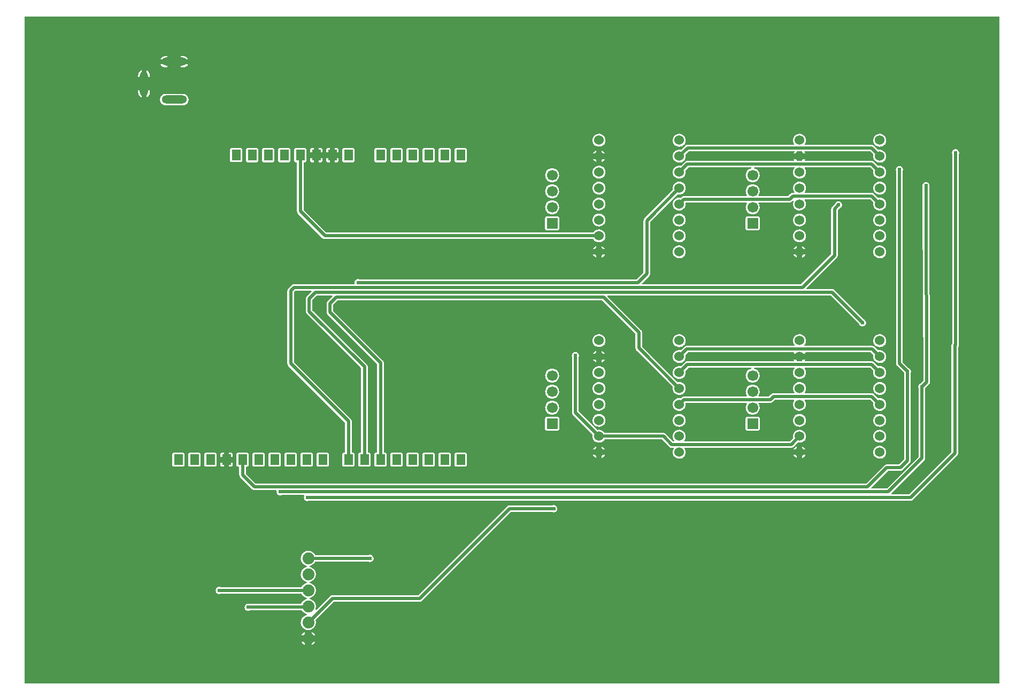
<source format=gbl>
G04 Layer: BottomLayer*
G04 EasyEDA v6.5.34, 2023-10-02 14:14:04*
G04 f8cec7c47a1a460abc9a27ceab174a81,9d3d63f08f7d425b882531a970cedf0e,10*
G04 Gerber Generator version 0.2*
G04 Scale: 100 percent, Rotated: No, Reflected: No *
G04 Dimensions in inches *
G04 leading zeros omitted , absolute positions ,3 integer and 6 decimal *
%FSLAX36Y36*%
%MOIN*%

%AMMACRO1*21,1,$1,$2,0,0,$3*%
%ADD10C,0.0200*%
%ADD11MACRO1,0.0672X0.056X90.0000*%
%ADD12MACRO1,0.0672X0.056X-90.0000*%
%ADD13C,0.0740*%
%ADD14O,0.051181000000000004X0.15747999999999998*%
%ADD15O,0.15747999999999998X0.051181000000000004*%
%ADD16R,0.0669X0.0669*%
%ADD17C,0.0669*%
%ADD18C,0.0600*%
%ADD19C,0.0244*%
%ADD20C,0.0113*%

%LPD*%
G36*
X294200Y1035200D02*
G01*
X292660Y1035500D01*
X291380Y1036380D01*
X290500Y1037660D01*
X290200Y1039200D01*
X290200Y5190800D01*
X290500Y5192340D01*
X291380Y5193620D01*
X292660Y5194500D01*
X294200Y5194800D01*
X6365800Y5194800D01*
X6367340Y5194500D01*
X6368620Y5193620D01*
X6369500Y5192340D01*
X6369800Y5190800D01*
X6369800Y1039200D01*
X6369500Y1037660D01*
X6368620Y1036380D01*
X6367340Y1035500D01*
X6365800Y1035200D01*
G37*

%LPC*%
G36*
X2081000Y1272820D02*
G01*
X2082320Y1273420D01*
X2087260Y1276480D01*
X2091800Y1280120D01*
X2095840Y1284300D01*
X2099340Y1288940D01*
X2102260Y1294000D01*
X2081000Y1294000D01*
G37*
G36*
X2039000Y1272820D02*
G01*
X2039000Y1294000D01*
X2017740Y1294000D01*
X2020660Y1288940D01*
X2024160Y1284300D01*
X2028200Y1280120D01*
X2032740Y1276480D01*
X2037680Y1273420D01*
G37*
G36*
X2081000Y1336000D02*
G01*
X2102160Y1336000D01*
X2100860Y1338600D01*
X2097660Y1343440D01*
X2093880Y1347860D01*
X2089580Y1351759D01*
X2084840Y1355120D01*
X2081000Y1357180D01*
G37*
G36*
X2017840Y1336000D02*
G01*
X2039000Y1336000D01*
X2039000Y1357180D01*
X2035160Y1355120D01*
X2030420Y1351759D01*
X2026120Y1347860D01*
X2022340Y1343440D01*
X2019139Y1338600D01*
G37*
G36*
X2060000Y1367800D02*
G01*
X2065800Y1368160D01*
X2071519Y1369240D01*
X2077040Y1371000D01*
X2082320Y1373420D01*
X2087260Y1376480D01*
X2091800Y1380120D01*
X2095840Y1384300D01*
X2099340Y1388940D01*
X2102240Y1393959D01*
X2104500Y1399319D01*
X2106100Y1404900D01*
X2107000Y1410640D01*
X2107180Y1416459D01*
X2106640Y1422240D01*
X2104980Y1429900D01*
X2105320Y1431360D01*
X2106160Y1432580D01*
X2217200Y1543620D01*
X2218500Y1544500D01*
X2220020Y1544800D01*
X2754920Y1544800D01*
X2756760Y1544880D01*
X2758500Y1545120D01*
X2760220Y1545500D01*
X2761900Y1546020D01*
X2763540Y1546699D01*
X2765100Y1547500D01*
X2766580Y1548460D01*
X2767980Y1549520D01*
X2769340Y1550780D01*
X3322200Y2103620D01*
X3323500Y2104500D01*
X3325020Y2104800D01*
X3579660Y2104800D01*
X3581160Y2104520D01*
X3583440Y2103600D01*
X3587160Y2102800D01*
X3590960Y2102620D01*
X3594720Y2103120D01*
X3598340Y2104220D01*
X3601740Y2105940D01*
X3604800Y2108200D01*
X3607420Y2110940D01*
X3609540Y2114080D01*
X3611120Y2117540D01*
X3612060Y2121220D01*
X3612400Y2125000D01*
X3612060Y2128780D01*
X3611120Y2132460D01*
X3609540Y2135920D01*
X3607420Y2139060D01*
X3604800Y2141800D01*
X3601740Y2144060D01*
X3598340Y2145780D01*
X3594720Y2146880D01*
X3590960Y2147380D01*
X3587160Y2147200D01*
X3583440Y2146400D01*
X3581160Y2145480D01*
X3579660Y2145200D01*
X3315080Y2145200D01*
X3313240Y2145120D01*
X3311500Y2144880D01*
X3309780Y2144500D01*
X3308100Y2143980D01*
X3306460Y2143300D01*
X3304900Y2142500D01*
X3303420Y2141540D01*
X3302020Y2140480D01*
X3300659Y2139220D01*
X2747799Y1586380D01*
X2746500Y1585500D01*
X2744980Y1585200D01*
X2210080Y1585200D01*
X2208240Y1585120D01*
X2206500Y1584880D01*
X2204780Y1584500D01*
X2203100Y1583980D01*
X2201460Y1583300D01*
X2199900Y1582500D01*
X2198420Y1581540D01*
X2197020Y1580480D01*
X2195660Y1579220D01*
X2110780Y1494340D01*
X2109480Y1493480D01*
X2107940Y1493160D01*
X2106400Y1493480D01*
X2105100Y1494360D01*
X2104240Y1495660D01*
X2103940Y1497200D01*
X2106100Y1504900D01*
X2107000Y1510640D01*
X2107180Y1516459D01*
X2106640Y1522240D01*
X2105400Y1527920D01*
X2103460Y1533400D01*
X2100860Y1538600D01*
X2097660Y1543440D01*
X2093880Y1547860D01*
X2089580Y1551759D01*
X2084840Y1555120D01*
X2079720Y1557880D01*
X2074300Y1559980D01*
X2069700Y1561120D01*
X2068320Y1561780D01*
X2067260Y1562920D01*
X2066740Y1564360D01*
X2066780Y1565900D01*
X2067400Y1567300D01*
X2068520Y1568380D01*
X2069940Y1568940D01*
X2071519Y1569240D01*
X2077040Y1571000D01*
X2082320Y1573420D01*
X2087260Y1576480D01*
X2091800Y1580120D01*
X2095840Y1584300D01*
X2099340Y1588940D01*
X2102240Y1593959D01*
X2104500Y1599319D01*
X2106100Y1604900D01*
X2107000Y1610640D01*
X2107180Y1616459D01*
X2106640Y1622240D01*
X2105400Y1627920D01*
X2103460Y1633400D01*
X2100860Y1638600D01*
X2097660Y1643440D01*
X2093880Y1647860D01*
X2089580Y1651759D01*
X2084840Y1655120D01*
X2079720Y1657880D01*
X2074300Y1659980D01*
X2069700Y1661120D01*
X2068320Y1661780D01*
X2067260Y1662920D01*
X2066740Y1664360D01*
X2066780Y1665900D01*
X2067400Y1667300D01*
X2068520Y1668380D01*
X2069940Y1668940D01*
X2071519Y1669240D01*
X2077040Y1671000D01*
X2082320Y1673420D01*
X2087260Y1676480D01*
X2091800Y1680120D01*
X2095840Y1684300D01*
X2099340Y1688940D01*
X2102240Y1693959D01*
X2104500Y1699319D01*
X2106100Y1704900D01*
X2107000Y1710640D01*
X2107180Y1716459D01*
X2106640Y1722240D01*
X2105400Y1727920D01*
X2103460Y1733400D01*
X2100860Y1738600D01*
X2097660Y1743440D01*
X2093880Y1747860D01*
X2089580Y1751759D01*
X2084840Y1755120D01*
X2079720Y1757880D01*
X2074300Y1759980D01*
X2069700Y1761120D01*
X2068320Y1761780D01*
X2067260Y1762920D01*
X2066740Y1764360D01*
X2066780Y1765900D01*
X2067400Y1767300D01*
X2068520Y1768380D01*
X2069940Y1768940D01*
X2071519Y1769240D01*
X2077040Y1771000D01*
X2082320Y1773420D01*
X2087260Y1776480D01*
X2091800Y1780120D01*
X2095840Y1784300D01*
X2099340Y1788940D01*
X2101580Y1792800D01*
X2102460Y1793860D01*
X2103660Y1794560D01*
X2105040Y1794800D01*
X2434660Y1794800D01*
X2436160Y1794520D01*
X2438440Y1793600D01*
X2442160Y1792800D01*
X2445960Y1792620D01*
X2449720Y1793120D01*
X2453340Y1794220D01*
X2456740Y1795940D01*
X2459800Y1798200D01*
X2462420Y1800940D01*
X2464540Y1804079D01*
X2466120Y1807540D01*
X2467060Y1811220D01*
X2467400Y1815000D01*
X2467060Y1818779D01*
X2466120Y1822460D01*
X2464540Y1825920D01*
X2462420Y1829060D01*
X2459800Y1831800D01*
X2456740Y1834060D01*
X2453340Y1835780D01*
X2449720Y1836879D01*
X2445960Y1837380D01*
X2442160Y1837200D01*
X2438440Y1836399D01*
X2436160Y1835480D01*
X2434660Y1835200D01*
X2105040Y1835200D01*
X2103600Y1835480D01*
X2102340Y1836240D01*
X2101460Y1837420D01*
X2100860Y1838600D01*
X2097660Y1843440D01*
X2093880Y1847860D01*
X2089580Y1851759D01*
X2084840Y1855120D01*
X2079720Y1857880D01*
X2074300Y1859980D01*
X2068680Y1861380D01*
X2062900Y1862100D01*
X2057100Y1862100D01*
X2051320Y1861380D01*
X2045700Y1859980D01*
X2040280Y1857880D01*
X2035160Y1855120D01*
X2030420Y1851759D01*
X2026120Y1847860D01*
X2022340Y1843440D01*
X2019139Y1838600D01*
X2016540Y1833400D01*
X2014600Y1827920D01*
X2013360Y1822240D01*
X2012840Y1816459D01*
X2013000Y1810640D01*
X2013899Y1804900D01*
X2015500Y1799319D01*
X2017760Y1793959D01*
X2020660Y1788940D01*
X2024160Y1784300D01*
X2028200Y1780120D01*
X2032740Y1776480D01*
X2037680Y1773420D01*
X2042960Y1771000D01*
X2048480Y1769240D01*
X2050060Y1768940D01*
X2051480Y1768380D01*
X2052600Y1767300D01*
X2053220Y1765900D01*
X2053260Y1764360D01*
X2052740Y1762920D01*
X2051680Y1761780D01*
X2050300Y1761120D01*
X2045700Y1759980D01*
X2040280Y1757880D01*
X2035160Y1755120D01*
X2030420Y1751759D01*
X2026120Y1747860D01*
X2022340Y1743440D01*
X2019139Y1738600D01*
X2016540Y1733400D01*
X2014600Y1727920D01*
X2013360Y1722240D01*
X2012840Y1716459D01*
X2013000Y1710640D01*
X2013899Y1704900D01*
X2015500Y1699319D01*
X2017760Y1693959D01*
X2020660Y1688940D01*
X2024160Y1684300D01*
X2028200Y1680120D01*
X2032740Y1676480D01*
X2037680Y1673420D01*
X2042960Y1671000D01*
X2048480Y1669240D01*
X2050060Y1668940D01*
X2051480Y1668380D01*
X2052600Y1667300D01*
X2053220Y1665900D01*
X2053260Y1664360D01*
X2052740Y1662920D01*
X2051680Y1661780D01*
X2050300Y1661120D01*
X2045700Y1659980D01*
X2040280Y1657880D01*
X2035160Y1655120D01*
X2030420Y1651759D01*
X2026120Y1647860D01*
X2022340Y1643440D01*
X2019139Y1638600D01*
X2018540Y1637420D01*
X2017660Y1636240D01*
X2016399Y1635480D01*
X2014960Y1635200D01*
X1515440Y1635200D01*
X1514520Y1635300D01*
X1513340Y1635780D01*
X1509720Y1636879D01*
X1505960Y1637380D01*
X1502160Y1637200D01*
X1498440Y1636399D01*
X1494920Y1635000D01*
X1491680Y1633000D01*
X1488839Y1630500D01*
X1486440Y1627540D01*
X1484600Y1624220D01*
X1483340Y1620640D01*
X1482700Y1616900D01*
X1482700Y1613100D01*
X1483340Y1609360D01*
X1484600Y1605780D01*
X1486440Y1602460D01*
X1488839Y1599500D01*
X1491680Y1597000D01*
X1494920Y1595000D01*
X1498440Y1593600D01*
X1502160Y1592800D01*
X1505960Y1592620D01*
X1509720Y1593120D01*
X1513340Y1594220D01*
X1514520Y1594700D01*
X1515440Y1594800D01*
X2014960Y1594800D01*
X2016339Y1594560D01*
X2017540Y1593860D01*
X2018420Y1592800D01*
X2020660Y1588940D01*
X2024160Y1584300D01*
X2028200Y1580120D01*
X2032740Y1576480D01*
X2037680Y1573420D01*
X2042960Y1571000D01*
X2048480Y1569240D01*
X2050060Y1568940D01*
X2051480Y1568380D01*
X2052600Y1567300D01*
X2053220Y1565900D01*
X2053260Y1564360D01*
X2052740Y1562920D01*
X2051680Y1561780D01*
X2050300Y1561120D01*
X2045700Y1559980D01*
X2040280Y1557880D01*
X2035160Y1555120D01*
X2030420Y1551759D01*
X2026120Y1547860D01*
X2022340Y1543440D01*
X2019139Y1538600D01*
X2015520Y1531480D01*
X2014180Y1530540D01*
X2012580Y1530200D01*
X1695440Y1530200D01*
X1694520Y1530300D01*
X1693340Y1530780D01*
X1689720Y1531879D01*
X1685960Y1532380D01*
X1682160Y1532200D01*
X1678440Y1531399D01*
X1674920Y1530000D01*
X1671680Y1528000D01*
X1668839Y1525500D01*
X1666440Y1522540D01*
X1664600Y1519220D01*
X1663340Y1515640D01*
X1662700Y1511900D01*
X1662700Y1508100D01*
X1663340Y1504360D01*
X1664600Y1500780D01*
X1666440Y1497460D01*
X1668839Y1494500D01*
X1671680Y1492000D01*
X1674920Y1490000D01*
X1678440Y1488600D01*
X1682160Y1487800D01*
X1685960Y1487620D01*
X1689720Y1488120D01*
X1693340Y1489220D01*
X1694520Y1489700D01*
X1695440Y1489800D01*
X2018020Y1489800D01*
X2019220Y1489620D01*
X2020320Y1489060D01*
X2021200Y1488220D01*
X2024160Y1484300D01*
X2028200Y1480120D01*
X2032740Y1476480D01*
X2037680Y1473420D01*
X2042960Y1471000D01*
X2048480Y1469240D01*
X2050060Y1468940D01*
X2051480Y1468380D01*
X2052600Y1467300D01*
X2053220Y1465900D01*
X2053260Y1464360D01*
X2052740Y1462920D01*
X2051680Y1461780D01*
X2050300Y1461120D01*
X2045700Y1459980D01*
X2040280Y1457880D01*
X2035160Y1455120D01*
X2030420Y1451759D01*
X2026120Y1447860D01*
X2022340Y1443440D01*
X2019139Y1438600D01*
X2016540Y1433400D01*
X2014600Y1427920D01*
X2013360Y1422240D01*
X2012840Y1416459D01*
X2013000Y1410640D01*
X2013899Y1404900D01*
X2015500Y1399319D01*
X2017760Y1393959D01*
X2020660Y1388940D01*
X2024160Y1384300D01*
X2028200Y1380120D01*
X2032740Y1376480D01*
X2037680Y1373420D01*
X2042960Y1371000D01*
X2048480Y1369240D01*
X2054199Y1368160D01*
G37*
G36*
X2055960Y2172620D02*
G01*
X2059720Y2173120D01*
X2063360Y2174220D01*
X2064520Y2174700D01*
X2065460Y2174800D01*
X5814920Y2174800D01*
X5816760Y2174880D01*
X5818500Y2175120D01*
X5820220Y2175500D01*
X5821900Y2176020D01*
X5823540Y2176700D01*
X5825100Y2177500D01*
X5826580Y2178460D01*
X5827980Y2179520D01*
X5829340Y2180780D01*
X6104220Y2455660D01*
X6105480Y2457020D01*
X6106540Y2458420D01*
X6107500Y2459900D01*
X6108300Y2461460D01*
X6108980Y2463100D01*
X6109500Y2464780D01*
X6109880Y2466500D01*
X6110119Y2468240D01*
X6110200Y2470080D01*
X6110200Y3129660D01*
X6110560Y3131300D01*
X6111500Y3133320D01*
X6112480Y3134880D01*
X6113300Y3136460D01*
X6113980Y3138100D01*
X6114500Y3139780D01*
X6114880Y3141500D01*
X6115119Y3143240D01*
X6115200Y3145080D01*
X6115200Y4334660D01*
X6115560Y4336300D01*
X6116120Y4337540D01*
X6117060Y4341220D01*
X6117400Y4345000D01*
X6117060Y4348780D01*
X6116120Y4352460D01*
X6114539Y4355920D01*
X6112420Y4359060D01*
X6109800Y4361800D01*
X6106740Y4364060D01*
X6103339Y4365780D01*
X6099720Y4366880D01*
X6095960Y4367380D01*
X6092160Y4367200D01*
X6088440Y4366400D01*
X6084920Y4365000D01*
X6081680Y4363000D01*
X6078840Y4360500D01*
X6076440Y4357540D01*
X6074600Y4354220D01*
X6073339Y4350640D01*
X6072700Y4346900D01*
X6072700Y4343100D01*
X6073339Y4339360D01*
X6074580Y4335840D01*
X6074800Y4334520D01*
X6074800Y3158100D01*
X6074580Y3156760D01*
X6073920Y3155580D01*
X6071440Y3152540D01*
X6069600Y3149220D01*
X6068339Y3145640D01*
X6067700Y3141900D01*
X6067700Y3138100D01*
X6068339Y3134360D01*
X6069580Y3130840D01*
X6069800Y3129520D01*
X6069800Y2480020D01*
X6069500Y2478500D01*
X6068620Y2477200D01*
X5807800Y2216380D01*
X5806500Y2215500D01*
X5804980Y2215200D01*
X5698420Y2215200D01*
X5696900Y2215500D01*
X5695599Y2216380D01*
X5694720Y2217660D01*
X5694420Y2219200D01*
X5694720Y2220740D01*
X5695599Y2222020D01*
X5899220Y2425660D01*
X5900480Y2427020D01*
X5901540Y2428420D01*
X5902500Y2429900D01*
X5903300Y2431460D01*
X5903980Y2433100D01*
X5904500Y2434780D01*
X5904880Y2436500D01*
X5905119Y2438240D01*
X5905200Y2440080D01*
X5905200Y2874660D01*
X5905560Y2876300D01*
X5906640Y2878060D01*
X5929220Y2900659D01*
X5930540Y2902100D01*
X5931540Y2903399D01*
X5932540Y2904980D01*
X5933300Y2906460D01*
X5934020Y2908180D01*
X5934500Y2909760D01*
X5934900Y2911600D01*
X5935119Y2913240D01*
X5935200Y2915179D01*
X5930200Y4010000D01*
X5930200Y4129660D01*
X5930560Y4131300D01*
X5931120Y4132540D01*
X5932060Y4136220D01*
X5932400Y4140000D01*
X5932060Y4143780D01*
X5931120Y4147460D01*
X5929539Y4150920D01*
X5927420Y4154060D01*
X5924800Y4156800D01*
X5921740Y4159060D01*
X5918339Y4160779D01*
X5914720Y4161880D01*
X5910960Y4162380D01*
X5907160Y4162200D01*
X5903440Y4161400D01*
X5899920Y4160000D01*
X5896680Y4158000D01*
X5893840Y4155500D01*
X5891440Y4152540D01*
X5889600Y4149220D01*
X5888339Y4145640D01*
X5887700Y4141900D01*
X5887700Y4138100D01*
X5888339Y4134360D01*
X5889580Y4130840D01*
X5889800Y4129520D01*
X5889800Y4009860D01*
X5894760Y2925000D01*
X5894460Y2923460D01*
X5893579Y2922140D01*
X5878020Y2906580D01*
X5876680Y2905700D01*
X5874920Y2905000D01*
X5871680Y2903000D01*
X5868840Y2900500D01*
X5866440Y2897540D01*
X5864600Y2894220D01*
X5863339Y2890640D01*
X5862700Y2886900D01*
X5862700Y2883100D01*
X5863339Y2879360D01*
X5864580Y2875840D01*
X5864800Y2874520D01*
X5864800Y2450020D01*
X5864500Y2448500D01*
X5863620Y2447200D01*
X5667800Y2251380D01*
X5666500Y2250500D01*
X5664980Y2250200D01*
X5573420Y2250200D01*
X5571900Y2250500D01*
X5570599Y2251380D01*
X5569720Y2252660D01*
X5569420Y2254200D01*
X5569720Y2255740D01*
X5570599Y2257020D01*
X5672200Y2358620D01*
X5673500Y2359500D01*
X5675019Y2359800D01*
X5749920Y2359800D01*
X5751760Y2359880D01*
X5753500Y2360120D01*
X5755220Y2360500D01*
X5756900Y2361020D01*
X5758540Y2361700D01*
X5760100Y2362500D01*
X5761580Y2363460D01*
X5762980Y2364520D01*
X5764340Y2365780D01*
X5809220Y2410660D01*
X5810480Y2412020D01*
X5811540Y2413420D01*
X5812500Y2414900D01*
X5813300Y2416460D01*
X5813980Y2418100D01*
X5814500Y2419780D01*
X5814880Y2421500D01*
X5815119Y2423240D01*
X5815200Y2425080D01*
X5815200Y2969660D01*
X5815560Y2971300D01*
X5816120Y2972540D01*
X5817060Y2976220D01*
X5817400Y2980000D01*
X5817060Y2983780D01*
X5816120Y2987460D01*
X5814539Y2990920D01*
X5812420Y2994060D01*
X5809800Y2996800D01*
X5806760Y2999060D01*
X5802900Y3000980D01*
X5801840Y3001720D01*
X5766380Y3037200D01*
X5765500Y3038500D01*
X5765200Y3040020D01*
X5765200Y4229660D01*
X5765560Y4231300D01*
X5766120Y4232540D01*
X5767060Y4236220D01*
X5767400Y4240000D01*
X5767060Y4243780D01*
X5766120Y4247460D01*
X5764539Y4250920D01*
X5762420Y4254060D01*
X5759800Y4256800D01*
X5756740Y4259060D01*
X5753339Y4260780D01*
X5749720Y4261880D01*
X5745960Y4262380D01*
X5742160Y4262200D01*
X5738440Y4261400D01*
X5734920Y4260000D01*
X5731680Y4258000D01*
X5728840Y4255500D01*
X5726440Y4252540D01*
X5724600Y4249220D01*
X5723339Y4245640D01*
X5722700Y4241900D01*
X5722700Y4238100D01*
X5723339Y4234360D01*
X5724580Y4230840D01*
X5724800Y4229520D01*
X5724800Y3030080D01*
X5724880Y3028240D01*
X5725119Y3026500D01*
X5725500Y3024780D01*
X5726020Y3023100D01*
X5726700Y3021460D01*
X5727500Y3019900D01*
X5728460Y3018420D01*
X5729520Y3017020D01*
X5730780Y3015659D01*
X5773380Y2973060D01*
X5774320Y2971560D01*
X5774800Y2969520D01*
X5774800Y2435020D01*
X5774500Y2433500D01*
X5773620Y2432200D01*
X5742800Y2401380D01*
X5741500Y2400500D01*
X5739980Y2400200D01*
X5665080Y2400200D01*
X5663240Y2400120D01*
X5661500Y2399880D01*
X5659779Y2399500D01*
X5658099Y2398980D01*
X5656460Y2398300D01*
X5654900Y2397500D01*
X5653420Y2396540D01*
X5652020Y2395480D01*
X5650660Y2394220D01*
X5537800Y2281380D01*
X5536500Y2280500D01*
X5534980Y2280200D01*
X1735020Y2280200D01*
X1733500Y2280500D01*
X1732200Y2281380D01*
X1671380Y2342200D01*
X1670500Y2343500D01*
X1670200Y2345020D01*
X1670200Y2382200D01*
X1670500Y2383740D01*
X1671380Y2385020D01*
X1672660Y2385900D01*
X1674199Y2386200D01*
X1677780Y2386200D01*
X1680260Y2386480D01*
X1682420Y2387240D01*
X1684340Y2388440D01*
X1685960Y2390060D01*
X1687160Y2391980D01*
X1687920Y2394140D01*
X1688200Y2396620D01*
X1688200Y2463380D01*
X1687920Y2465860D01*
X1687160Y2468020D01*
X1685960Y2469940D01*
X1684340Y2471560D01*
X1682420Y2472760D01*
X1680260Y2473520D01*
X1677780Y2473800D01*
X1622220Y2473800D01*
X1619740Y2473520D01*
X1617580Y2472760D01*
X1615660Y2471560D01*
X1614040Y2469940D01*
X1612840Y2468020D01*
X1612080Y2465860D01*
X1611800Y2463380D01*
X1611800Y2396620D01*
X1612080Y2394140D01*
X1612840Y2391980D01*
X1614040Y2390060D01*
X1615660Y2388440D01*
X1617580Y2387240D01*
X1619740Y2386480D01*
X1622220Y2386200D01*
X1625800Y2386200D01*
X1627340Y2385900D01*
X1628620Y2385020D01*
X1629500Y2383740D01*
X1629800Y2382200D01*
X1629800Y2335080D01*
X1629880Y2333240D01*
X1630120Y2331500D01*
X1630500Y2329780D01*
X1631020Y2328100D01*
X1631699Y2326460D01*
X1632500Y2324900D01*
X1633460Y2323420D01*
X1634520Y2322020D01*
X1635780Y2320660D01*
X1710660Y2245780D01*
X1712020Y2244520D01*
X1713420Y2243460D01*
X1714900Y2242500D01*
X1716459Y2241700D01*
X1718100Y2241020D01*
X1719780Y2240500D01*
X1721500Y2240120D01*
X1723240Y2239880D01*
X1725080Y2239800D01*
X1859300Y2239800D01*
X1860980Y2239420D01*
X1862360Y2238380D01*
X1863160Y2236840D01*
X1863240Y2235120D01*
X1862700Y2231900D01*
X1862700Y2228100D01*
X1863340Y2224360D01*
X1864600Y2220780D01*
X1866440Y2217460D01*
X1868839Y2214500D01*
X1871680Y2212000D01*
X1874920Y2210000D01*
X1878440Y2208600D01*
X1882160Y2207800D01*
X1885960Y2207620D01*
X1889720Y2208120D01*
X1893340Y2209220D01*
X1894520Y2209700D01*
X1895440Y2209800D01*
X2030920Y2209800D01*
X2032420Y2209520D01*
X2033680Y2208680D01*
X2034560Y2207440D01*
X2034920Y2205960D01*
X2034700Y2204460D01*
X2033340Y2200640D01*
X2032700Y2196900D01*
X2032700Y2193100D01*
X2033340Y2189360D01*
X2034600Y2185780D01*
X2036459Y2182460D01*
X2038839Y2179500D01*
X2041699Y2177000D01*
X2044920Y2175000D01*
X2048460Y2173600D01*
X2052160Y2172800D01*
G37*
G36*
X1566500Y2386200D02*
G01*
X1577780Y2386200D01*
X1580260Y2386480D01*
X1582420Y2387240D01*
X1584340Y2388440D01*
X1585960Y2390060D01*
X1587160Y2391980D01*
X1587920Y2394140D01*
X1588200Y2396620D01*
X1588200Y2410700D01*
X1566500Y2410700D01*
G37*
G36*
X1522220Y2386200D02*
G01*
X1533500Y2386200D01*
X1533500Y2410700D01*
X1511800Y2410700D01*
X1511800Y2396620D01*
X1512080Y2394140D01*
X1512840Y2391980D01*
X1514040Y2390060D01*
X1515660Y2388440D01*
X1517580Y2387240D01*
X1519740Y2386480D01*
G37*
G36*
X2682220Y2386200D02*
G01*
X2737780Y2386200D01*
X2740260Y2386480D01*
X2742420Y2387240D01*
X2744340Y2388440D01*
X2745960Y2390060D01*
X2747160Y2391980D01*
X2747919Y2394140D01*
X2748200Y2396620D01*
X2748200Y2463380D01*
X2747919Y2465860D01*
X2747160Y2468020D01*
X2745960Y2469940D01*
X2744340Y2471560D01*
X2742420Y2472760D01*
X2740260Y2473520D01*
X2737780Y2473800D01*
X2682220Y2473800D01*
X2679740Y2473520D01*
X2677580Y2472760D01*
X2675659Y2471560D01*
X2674040Y2469940D01*
X2672840Y2468020D01*
X2672080Y2465860D01*
X2671800Y2463380D01*
X2671800Y2396620D01*
X2672080Y2394140D01*
X2672840Y2391980D01*
X2674040Y2390060D01*
X2675659Y2388440D01*
X2677580Y2387240D01*
X2679740Y2386480D01*
G37*
G36*
X2022220Y2386200D02*
G01*
X2077780Y2386200D01*
X2080260Y2386480D01*
X2082420Y2387240D01*
X2084340Y2388440D01*
X2085960Y2390060D01*
X2087160Y2391980D01*
X2087920Y2394140D01*
X2088200Y2396620D01*
X2088200Y2463380D01*
X2087920Y2465860D01*
X2087160Y2468020D01*
X2085960Y2469940D01*
X2084340Y2471560D01*
X2082420Y2472760D01*
X2080260Y2473520D01*
X2077780Y2473800D01*
X2022220Y2473800D01*
X2019740Y2473520D01*
X2017580Y2472760D01*
X2015660Y2471560D01*
X2014040Y2469940D01*
X2012840Y2468020D01*
X2012080Y2465860D01*
X2011800Y2463380D01*
X2011800Y2396620D01*
X2012080Y2394140D01*
X2012840Y2391980D01*
X2014040Y2390060D01*
X2015660Y2388440D01*
X2017580Y2387240D01*
X2019740Y2386480D01*
G37*
G36*
X1922220Y2386200D02*
G01*
X1977780Y2386200D01*
X1980260Y2386480D01*
X1982420Y2387240D01*
X1984340Y2388440D01*
X1985960Y2390060D01*
X1987160Y2391980D01*
X1987920Y2394140D01*
X1988200Y2396620D01*
X1988200Y2463380D01*
X1987920Y2465860D01*
X1987160Y2468020D01*
X1985960Y2469940D01*
X1984340Y2471560D01*
X1982420Y2472760D01*
X1980260Y2473520D01*
X1977780Y2473800D01*
X1922220Y2473800D01*
X1919740Y2473520D01*
X1917580Y2472760D01*
X1915660Y2471560D01*
X1914040Y2469940D01*
X1912840Y2468020D01*
X1912080Y2465860D01*
X1911800Y2463380D01*
X1911800Y2396620D01*
X1912080Y2394140D01*
X1912840Y2391980D01*
X1914040Y2390060D01*
X1915660Y2388440D01*
X1917580Y2387240D01*
X1919740Y2386480D01*
G37*
G36*
X2782220Y2386200D02*
G01*
X2837780Y2386200D01*
X2840260Y2386480D01*
X2842420Y2387240D01*
X2844340Y2388440D01*
X2845960Y2390060D01*
X2847160Y2391980D01*
X2847919Y2394140D01*
X2848200Y2396620D01*
X2848200Y2463380D01*
X2847919Y2465860D01*
X2847160Y2468020D01*
X2845960Y2469940D01*
X2844340Y2471560D01*
X2842420Y2472760D01*
X2840260Y2473520D01*
X2837780Y2473800D01*
X2782220Y2473800D01*
X2779740Y2473520D01*
X2777580Y2472760D01*
X2775659Y2471560D01*
X2774040Y2469940D01*
X2772840Y2468020D01*
X2772080Y2465860D01*
X2771800Y2463380D01*
X2771800Y2396620D01*
X2772080Y2394140D01*
X2772840Y2391980D01*
X2774040Y2390060D01*
X2775659Y2388440D01*
X2777580Y2387240D01*
X2779740Y2386480D01*
G37*
G36*
X2882220Y2386200D02*
G01*
X2937780Y2386200D01*
X2940260Y2386480D01*
X2942420Y2387240D01*
X2944340Y2388440D01*
X2945960Y2390060D01*
X2947160Y2391980D01*
X2947919Y2394140D01*
X2948200Y2396620D01*
X2948200Y2463380D01*
X2947919Y2465860D01*
X2947160Y2468020D01*
X2945960Y2469940D01*
X2944340Y2471560D01*
X2942420Y2472760D01*
X2940260Y2473520D01*
X2937780Y2473800D01*
X2882220Y2473800D01*
X2879740Y2473520D01*
X2877580Y2472760D01*
X2875659Y2471560D01*
X2874040Y2469940D01*
X2872840Y2468020D01*
X2872080Y2465860D01*
X2871800Y2463380D01*
X2871800Y2396620D01*
X2872080Y2394140D01*
X2872840Y2391980D01*
X2874040Y2390060D01*
X2875659Y2388440D01*
X2877580Y2387240D01*
X2879740Y2386480D01*
G37*
G36*
X1822220Y2386200D02*
G01*
X1877780Y2386200D01*
X1880260Y2386480D01*
X1882420Y2387240D01*
X1884340Y2388440D01*
X1885960Y2390060D01*
X1887160Y2391980D01*
X1887920Y2394140D01*
X1888200Y2396620D01*
X1888200Y2463380D01*
X1887920Y2465860D01*
X1887160Y2468020D01*
X1885960Y2469940D01*
X1884340Y2471560D01*
X1882420Y2472760D01*
X1880260Y2473520D01*
X1877780Y2473800D01*
X1822220Y2473800D01*
X1819740Y2473520D01*
X1817580Y2472760D01*
X1815660Y2471560D01*
X1814040Y2469940D01*
X1812840Y2468020D01*
X1812080Y2465860D01*
X1811800Y2463380D01*
X1811800Y2396620D01*
X1812080Y2394140D01*
X1812840Y2391980D01*
X1814040Y2390060D01*
X1815660Y2388440D01*
X1817580Y2387240D01*
X1819740Y2386480D01*
G37*
G36*
X2982220Y2386200D02*
G01*
X3037780Y2386200D01*
X3040260Y2386480D01*
X3042420Y2387240D01*
X3044340Y2388440D01*
X3045960Y2390060D01*
X3047160Y2391980D01*
X3047919Y2394140D01*
X3048200Y2396620D01*
X3048200Y2463380D01*
X3047919Y2465860D01*
X3047160Y2468020D01*
X3045960Y2469940D01*
X3044340Y2471560D01*
X3042420Y2472760D01*
X3040260Y2473520D01*
X3037780Y2473800D01*
X2982220Y2473800D01*
X2979740Y2473520D01*
X2977580Y2472760D01*
X2975659Y2471560D01*
X2974040Y2469940D01*
X2972840Y2468020D01*
X2972080Y2465860D01*
X2971800Y2463380D01*
X2971800Y2396620D01*
X2972080Y2394140D01*
X2972840Y2391980D01*
X2974040Y2390060D01*
X2975659Y2388440D01*
X2977580Y2387240D01*
X2979740Y2386480D01*
G37*
G36*
X1422220Y2386200D02*
G01*
X1477780Y2386200D01*
X1480260Y2386480D01*
X1482420Y2387240D01*
X1484340Y2388440D01*
X1485960Y2390060D01*
X1487160Y2391980D01*
X1487920Y2394140D01*
X1488200Y2396620D01*
X1488200Y2463380D01*
X1487920Y2465860D01*
X1487160Y2468020D01*
X1485960Y2469940D01*
X1484340Y2471560D01*
X1482420Y2472760D01*
X1480260Y2473520D01*
X1477780Y2473800D01*
X1422220Y2473800D01*
X1419740Y2473520D01*
X1417580Y2472760D01*
X1415660Y2471560D01*
X1414040Y2469940D01*
X1412840Y2468020D01*
X1412080Y2465860D01*
X1411800Y2463380D01*
X1411800Y2396620D01*
X1412080Y2394140D01*
X1412840Y2391980D01*
X1414040Y2390060D01*
X1415660Y2388440D01*
X1417580Y2387240D01*
X1419740Y2386480D01*
G37*
G36*
X2122220Y2386200D02*
G01*
X2177780Y2386200D01*
X2180260Y2386480D01*
X2182420Y2387240D01*
X2184340Y2388440D01*
X2185960Y2390060D01*
X2187160Y2391980D01*
X2187920Y2394140D01*
X2188200Y2396620D01*
X2188200Y2463380D01*
X2187920Y2465860D01*
X2187160Y2468020D01*
X2185960Y2469940D01*
X2184340Y2471560D01*
X2182420Y2472760D01*
X2180260Y2473520D01*
X2177780Y2473800D01*
X2122220Y2473800D01*
X2119740Y2473520D01*
X2117580Y2472760D01*
X2115660Y2471560D01*
X2114040Y2469940D01*
X2112840Y2468020D01*
X2112080Y2465860D01*
X2111800Y2463380D01*
X2111800Y2396620D01*
X2112080Y2394140D01*
X2112840Y2391980D01*
X2114040Y2390060D01*
X2115660Y2388440D01*
X2117580Y2387240D01*
X2119740Y2386480D01*
G37*
G36*
X1722220Y2386200D02*
G01*
X1777780Y2386200D01*
X1780260Y2386480D01*
X1782420Y2387240D01*
X1784340Y2388440D01*
X1785960Y2390060D01*
X1787160Y2391980D01*
X1787920Y2394140D01*
X1788200Y2396620D01*
X1788200Y2463380D01*
X1787920Y2465860D01*
X1787160Y2468020D01*
X1785960Y2469940D01*
X1784340Y2471560D01*
X1782420Y2472760D01*
X1780260Y2473520D01*
X1777780Y2473800D01*
X1722220Y2473800D01*
X1719740Y2473520D01*
X1717580Y2472760D01*
X1715660Y2471560D01*
X1714040Y2469940D01*
X1712840Y2468020D01*
X1712080Y2465860D01*
X1711800Y2463380D01*
X1711800Y2396620D01*
X1712080Y2394140D01*
X1712840Y2391980D01*
X1714040Y2390060D01*
X1715660Y2388440D01*
X1717580Y2387240D01*
X1719740Y2386480D01*
G37*
G36*
X2582220Y2386200D02*
G01*
X2637780Y2386200D01*
X2640260Y2386480D01*
X2642420Y2387240D01*
X2644340Y2388440D01*
X2645960Y2390060D01*
X2647160Y2391980D01*
X2647919Y2394140D01*
X2648200Y2396620D01*
X2648200Y2463380D01*
X2647919Y2465860D01*
X2647160Y2468020D01*
X2645960Y2469940D01*
X2644340Y2471560D01*
X2642420Y2472760D01*
X2640260Y2473520D01*
X2637780Y2473800D01*
X2582220Y2473800D01*
X2579740Y2473520D01*
X2577580Y2472760D01*
X2575659Y2471560D01*
X2574040Y2469940D01*
X2572840Y2468020D01*
X2572080Y2465860D01*
X2571800Y2463380D01*
X2571800Y2396620D01*
X2572080Y2394140D01*
X2572840Y2391980D01*
X2574040Y2390060D01*
X2575659Y2388440D01*
X2577580Y2387240D01*
X2579740Y2386480D01*
G37*
G36*
X1322220Y2386200D02*
G01*
X1377780Y2386200D01*
X1380260Y2386480D01*
X1382420Y2387240D01*
X1384340Y2388440D01*
X1385960Y2390060D01*
X1387160Y2391980D01*
X1387920Y2394140D01*
X1388200Y2396620D01*
X1388200Y2463380D01*
X1387920Y2465860D01*
X1387160Y2468020D01*
X1385960Y2469940D01*
X1384340Y2471560D01*
X1382420Y2472760D01*
X1380260Y2473520D01*
X1377780Y2473800D01*
X1322220Y2473800D01*
X1319740Y2473520D01*
X1317580Y2472760D01*
X1315660Y2471560D01*
X1314040Y2469940D01*
X1312840Y2468020D01*
X1312080Y2465860D01*
X1311800Y2463380D01*
X1311800Y2396620D01*
X1312080Y2394140D01*
X1312840Y2391980D01*
X1314040Y2390060D01*
X1315660Y2388440D01*
X1317580Y2387240D01*
X1319740Y2386480D01*
G37*
G36*
X1222220Y2386200D02*
G01*
X1277780Y2386200D01*
X1280260Y2386480D01*
X1282420Y2387240D01*
X1284340Y2388440D01*
X1285960Y2390060D01*
X1287160Y2391980D01*
X1287920Y2394140D01*
X1288200Y2396620D01*
X1288200Y2463380D01*
X1287920Y2465860D01*
X1287160Y2468020D01*
X1285960Y2469940D01*
X1284340Y2471560D01*
X1282420Y2472760D01*
X1280260Y2473520D01*
X1277780Y2473800D01*
X1222220Y2473800D01*
X1219740Y2473520D01*
X1217580Y2472760D01*
X1215660Y2471560D01*
X1214040Y2469940D01*
X1212840Y2468020D01*
X1212080Y2465860D01*
X1211800Y2463380D01*
X1211800Y2396620D01*
X1212080Y2394140D01*
X1212840Y2391980D01*
X1214040Y2390060D01*
X1215660Y2388440D01*
X1217580Y2387240D01*
X1219740Y2386480D01*
G37*
G36*
X2282220Y2386200D02*
G01*
X2337780Y2386200D01*
X2340260Y2386480D01*
X2342420Y2387240D01*
X2344340Y2388440D01*
X2345960Y2390060D01*
X2347160Y2391980D01*
X2347920Y2394140D01*
X2348200Y2396620D01*
X2348200Y2463380D01*
X2347920Y2465860D01*
X2347160Y2468020D01*
X2345960Y2469940D01*
X2344340Y2471560D01*
X2342420Y2472760D01*
X2340260Y2473520D01*
X2337780Y2473800D01*
X2334200Y2473800D01*
X2332660Y2474100D01*
X2331380Y2474980D01*
X2330500Y2476260D01*
X2330200Y2477800D01*
X2330200Y2669920D01*
X2330120Y2671760D01*
X2329880Y2673500D01*
X2329500Y2675220D01*
X2328980Y2676900D01*
X2328300Y2678540D01*
X2327500Y2680100D01*
X2326540Y2681580D01*
X2325480Y2682980D01*
X2324220Y2684340D01*
X1971380Y3037200D01*
X1970500Y3038500D01*
X1970200Y3040020D01*
X1970200Y3474980D01*
X1970500Y3476500D01*
X1971380Y3477799D01*
X1977200Y3483620D01*
X1978500Y3484500D01*
X1980020Y3484800D01*
X2076579Y3484800D01*
X2078100Y3484500D01*
X2079400Y3483620D01*
X2080280Y3482340D01*
X2080580Y3480800D01*
X2080280Y3479260D01*
X2079400Y3477980D01*
X2050780Y3449340D01*
X2049520Y3447980D01*
X2048460Y3446580D01*
X2047500Y3445100D01*
X2046699Y3443540D01*
X2046020Y3441900D01*
X2045500Y3440220D01*
X2045120Y3438500D01*
X2044880Y3436760D01*
X2044800Y3434920D01*
X2044800Y3355080D01*
X2044880Y3353240D01*
X2045120Y3351500D01*
X2045500Y3349780D01*
X2046020Y3348100D01*
X2046699Y3346460D01*
X2047500Y3344900D01*
X2048460Y3343420D01*
X2049520Y3342020D01*
X2050780Y3340659D01*
X2388620Y3002799D01*
X2389500Y3001500D01*
X2389800Y2999980D01*
X2389800Y2477800D01*
X2389500Y2476260D01*
X2388620Y2474980D01*
X2387340Y2474100D01*
X2385800Y2473800D01*
X2382220Y2473800D01*
X2379740Y2473520D01*
X2377580Y2472760D01*
X2375660Y2471560D01*
X2374040Y2469940D01*
X2372840Y2468020D01*
X2372080Y2465860D01*
X2371800Y2463380D01*
X2371800Y2396620D01*
X2372080Y2394140D01*
X2372840Y2391980D01*
X2374040Y2390060D01*
X2375660Y2388440D01*
X2377580Y2387240D01*
X2379740Y2386480D01*
X2382220Y2386200D01*
X2437780Y2386200D01*
X2440260Y2386480D01*
X2442420Y2387240D01*
X2444340Y2388440D01*
X2445960Y2390060D01*
X2447160Y2391980D01*
X2447920Y2394140D01*
X2448200Y2396620D01*
X2448200Y2463380D01*
X2447920Y2465860D01*
X2447160Y2468020D01*
X2445960Y2469940D01*
X2444340Y2471560D01*
X2442420Y2472760D01*
X2440260Y2473520D01*
X2437780Y2473800D01*
X2434200Y2473800D01*
X2432660Y2474100D01*
X2431380Y2474980D01*
X2430500Y2476260D01*
X2430200Y2477800D01*
X2430200Y3009920D01*
X2430120Y3011760D01*
X2429880Y3013500D01*
X2429500Y3015220D01*
X2428980Y3016900D01*
X2428300Y3018540D01*
X2427500Y3020100D01*
X2426540Y3021580D01*
X2425480Y3022980D01*
X2424220Y3024340D01*
X2086380Y3362200D01*
X2085500Y3363500D01*
X2085200Y3365020D01*
X2085200Y3424980D01*
X2085500Y3426500D01*
X2086380Y3427799D01*
X2112200Y3453620D01*
X2113500Y3454500D01*
X2115020Y3454800D01*
X2206580Y3454800D01*
X2208100Y3454500D01*
X2209400Y3453620D01*
X2210280Y3452340D01*
X2210580Y3450800D01*
X2210280Y3449260D01*
X2209400Y3447980D01*
X2180780Y3419340D01*
X2179520Y3417980D01*
X2178460Y3416580D01*
X2177500Y3415100D01*
X2176700Y3413540D01*
X2176020Y3411900D01*
X2175500Y3410220D01*
X2175120Y3408500D01*
X2174880Y3406760D01*
X2174800Y3404920D01*
X2174800Y3350080D01*
X2174880Y3348240D01*
X2175120Y3346500D01*
X2175500Y3344780D01*
X2176020Y3343100D01*
X2176700Y3341460D01*
X2177500Y3339900D01*
X2178460Y3338420D01*
X2179520Y3337020D01*
X2180780Y3335659D01*
X2488620Y3027799D01*
X2489500Y3026500D01*
X2489800Y3024980D01*
X2489800Y2477800D01*
X2489500Y2476260D01*
X2488620Y2474980D01*
X2487340Y2474100D01*
X2485800Y2473800D01*
X2482220Y2473800D01*
X2479740Y2473520D01*
X2477580Y2472760D01*
X2475660Y2471560D01*
X2474040Y2469940D01*
X2472840Y2468020D01*
X2472080Y2465860D01*
X2471800Y2463380D01*
X2471800Y2396620D01*
X2472080Y2394140D01*
X2472840Y2391980D01*
X2474040Y2390060D01*
X2475660Y2388440D01*
X2477580Y2387240D01*
X2479740Y2386480D01*
X2482220Y2386200D01*
X2537780Y2386200D01*
X2540260Y2386480D01*
X2542420Y2387240D01*
X2544340Y2388440D01*
X2545960Y2390060D01*
X2547160Y2391980D01*
X2547920Y2394140D01*
X2548200Y2396620D01*
X2548200Y2463380D01*
X2547920Y2465860D01*
X2547160Y2468020D01*
X2545960Y2469940D01*
X2544340Y2471560D01*
X2542420Y2472760D01*
X2540260Y2473520D01*
X2537780Y2473800D01*
X2534200Y2473800D01*
X2532660Y2474100D01*
X2531380Y2474980D01*
X2530500Y2476260D01*
X2530200Y2477800D01*
X2530200Y3034920D01*
X2530120Y3036760D01*
X2529880Y3038500D01*
X2529500Y3040220D01*
X2528980Y3041900D01*
X2528300Y3043540D01*
X2527500Y3045100D01*
X2526540Y3046580D01*
X2525480Y3047980D01*
X2524220Y3049340D01*
X2216380Y3357200D01*
X2215500Y3358500D01*
X2215200Y3360020D01*
X2215200Y3394980D01*
X2215500Y3396500D01*
X2216380Y3397799D01*
X2242200Y3423620D01*
X2243500Y3424500D01*
X2245020Y3424800D01*
X3889980Y3424800D01*
X3891500Y3424500D01*
X3892799Y3423620D01*
X4098620Y3217799D01*
X4099500Y3216500D01*
X4099800Y3214980D01*
X4099800Y3126880D01*
X4099880Y3125020D01*
X4100120Y3123279D01*
X4100500Y3121560D01*
X4101019Y3119880D01*
X4101700Y3118260D01*
X4102500Y3116700D01*
X4103460Y3115200D01*
X4104520Y3113800D01*
X4105779Y3112440D01*
X4331660Y2886560D01*
X4332380Y2885580D01*
X4332760Y2884420D01*
X4332780Y2883180D01*
X4331980Y2877380D01*
X4331980Y2872020D01*
X4332700Y2866700D01*
X4334120Y2861540D01*
X4336200Y2856580D01*
X4338940Y2851960D01*
X4342280Y2847760D01*
X4346140Y2844020D01*
X4350460Y2840840D01*
X4355160Y2838260D01*
X4360180Y2836320D01*
X4365400Y2835080D01*
X4370740Y2834540D01*
X4376100Y2834720D01*
X4381400Y2835620D01*
X4386520Y2837200D01*
X4391400Y2839460D01*
X4395920Y2842360D01*
X4400020Y2845820D01*
X4403620Y2849800D01*
X4406660Y2854240D01*
X4409080Y2859020D01*
X4410840Y2864100D01*
X4411920Y2869360D01*
X4412280Y2874720D01*
X4411920Y2880080D01*
X4410840Y2885340D01*
X4409080Y2890400D01*
X4406660Y2895200D01*
X4403620Y2899620D01*
X4400020Y2903600D01*
X4395920Y2907080D01*
X4391400Y2909960D01*
X4386520Y2912220D01*
X4381400Y2913820D01*
X4376100Y2914700D01*
X4370740Y2914880D01*
X4365400Y2914340D01*
X4364040Y2914020D01*
X4362680Y2913940D01*
X4361380Y2914300D01*
X4360280Y2915080D01*
X4141380Y3133980D01*
X4140500Y3135280D01*
X4140200Y3136820D01*
X4140200Y3224920D01*
X4140120Y3226760D01*
X4139880Y3228500D01*
X4139500Y3230220D01*
X4138980Y3231900D01*
X4138300Y3233540D01*
X4137500Y3235100D01*
X4136540Y3236580D01*
X4135480Y3237980D01*
X4134220Y3239340D01*
X3925600Y3447980D01*
X3924720Y3449260D01*
X3924420Y3450800D01*
X3924720Y3452340D01*
X3925600Y3453620D01*
X3926900Y3454500D01*
X3928420Y3454800D01*
X5314980Y3454800D01*
X5316500Y3454500D01*
X5317800Y3453620D01*
X5493380Y3278060D01*
X5494320Y3276560D01*
X5494600Y3275779D01*
X5496440Y3272460D01*
X5498840Y3269500D01*
X5501680Y3267000D01*
X5504920Y3265000D01*
X5508440Y3263600D01*
X5512160Y3262799D01*
X5515960Y3262620D01*
X5519720Y3263120D01*
X5523339Y3264220D01*
X5526740Y3265940D01*
X5529800Y3268200D01*
X5532420Y3270940D01*
X5534539Y3274080D01*
X5536120Y3277540D01*
X5537060Y3281220D01*
X5537400Y3285000D01*
X5537060Y3288780D01*
X5536120Y3292460D01*
X5534539Y3295920D01*
X5532420Y3299060D01*
X5529800Y3301800D01*
X5526760Y3304060D01*
X5522900Y3305980D01*
X5521840Y3306720D01*
X5339340Y3489220D01*
X5337980Y3490480D01*
X5336580Y3491540D01*
X5335100Y3492500D01*
X5333540Y3493300D01*
X5331900Y3493980D01*
X5330220Y3494500D01*
X5328500Y3494880D01*
X5326760Y3495120D01*
X5324920Y3495200D01*
X5168420Y3495200D01*
X5166900Y3495500D01*
X5165599Y3496380D01*
X5164720Y3497660D01*
X5164420Y3499200D01*
X5164720Y3500740D01*
X5165599Y3502020D01*
X5354220Y3690659D01*
X5355480Y3692020D01*
X5356540Y3693420D01*
X5357500Y3694900D01*
X5358300Y3696460D01*
X5358980Y3698100D01*
X5359500Y3699780D01*
X5359880Y3701500D01*
X5360119Y3703240D01*
X5360200Y3705080D01*
X5360200Y3984980D01*
X5360500Y3986500D01*
X5361380Y3987799D01*
X5371840Y3998279D01*
X5372900Y3999020D01*
X5376760Y4000940D01*
X5379800Y4003200D01*
X5382420Y4005940D01*
X5384539Y4009080D01*
X5386120Y4012540D01*
X5387060Y4016220D01*
X5387400Y4020000D01*
X5387060Y4023780D01*
X5386120Y4027460D01*
X5384539Y4030920D01*
X5382420Y4034060D01*
X5379800Y4036800D01*
X5376740Y4039060D01*
X5373339Y4040779D01*
X5369720Y4041880D01*
X5365960Y4042380D01*
X5362160Y4042200D01*
X5358440Y4041400D01*
X5354920Y4040000D01*
X5351680Y4038000D01*
X5348840Y4035500D01*
X5346440Y4032540D01*
X5344600Y4029220D01*
X5344320Y4028440D01*
X5343380Y4026940D01*
X5325780Y4009340D01*
X5324520Y4007980D01*
X5323460Y4006580D01*
X5322500Y4005100D01*
X5321700Y4003540D01*
X5321020Y4001900D01*
X5320500Y4000220D01*
X5320119Y3998500D01*
X5319880Y3996760D01*
X5319800Y3994920D01*
X5319800Y3715020D01*
X5319500Y3713500D01*
X5318620Y3712200D01*
X5132800Y3526380D01*
X5131500Y3525500D01*
X5129980Y3525200D01*
X4143420Y3525200D01*
X4141900Y3525500D01*
X4140600Y3526380D01*
X4139720Y3527660D01*
X4139420Y3529200D01*
X4139720Y3530740D01*
X4140600Y3532020D01*
X4184220Y3575659D01*
X4185480Y3577020D01*
X4186540Y3578420D01*
X4187500Y3579900D01*
X4188300Y3581460D01*
X4188980Y3583100D01*
X4189500Y3584780D01*
X4189880Y3586500D01*
X4190120Y3588240D01*
X4190200Y3590080D01*
X4190200Y3912600D01*
X4190500Y3914140D01*
X4191380Y3915440D01*
X4360280Y4084340D01*
X4361380Y4085120D01*
X4362680Y4085500D01*
X4364040Y4085400D01*
X4365400Y4085080D01*
X4370740Y4084540D01*
X4376100Y4084720D01*
X4381400Y4085620D01*
X4386520Y4087200D01*
X4391400Y4089460D01*
X4395920Y4092360D01*
X4400020Y4095820D01*
X4403620Y4099800D01*
X4406660Y4104240D01*
X4409080Y4109020D01*
X4410840Y4114100D01*
X4411920Y4119360D01*
X4412280Y4124720D01*
X4411920Y4130080D01*
X4410840Y4135340D01*
X4409080Y4140400D01*
X4406660Y4145200D01*
X4403620Y4149620D01*
X4400020Y4153600D01*
X4395920Y4157080D01*
X4391400Y4159960D01*
X4386520Y4162220D01*
X4381400Y4163820D01*
X4376100Y4164700D01*
X4370740Y4164880D01*
X4365400Y4164340D01*
X4360180Y4163100D01*
X4355160Y4161180D01*
X4350460Y4158600D01*
X4346140Y4155400D01*
X4342280Y4151680D01*
X4338940Y4147460D01*
X4336200Y4142840D01*
X4334120Y4137900D01*
X4332700Y4132720D01*
X4331980Y4127400D01*
X4331980Y4122040D01*
X4332780Y4116240D01*
X4332780Y4115000D01*
X4332380Y4113840D01*
X4331660Y4112860D01*
X4155779Y3936980D01*
X4154520Y3935620D01*
X4153460Y3934220D01*
X4152500Y3932720D01*
X4151700Y3931160D01*
X4151019Y3929540D01*
X4150500Y3927860D01*
X4150120Y3926139D01*
X4149880Y3924400D01*
X4149800Y3922540D01*
X4149800Y3600020D01*
X4149500Y3598500D01*
X4148620Y3597200D01*
X4107799Y3556380D01*
X4106500Y3555500D01*
X4104980Y3555200D01*
X2380440Y3555200D01*
X2379520Y3555299D01*
X2378340Y3555779D01*
X2374720Y3556880D01*
X2370960Y3557380D01*
X2367160Y3557200D01*
X2363440Y3556400D01*
X2359920Y3555000D01*
X2356680Y3553000D01*
X2353840Y3550500D01*
X2351440Y3547540D01*
X2349600Y3544220D01*
X2348340Y3540640D01*
X2347700Y3536900D01*
X2347700Y3533100D01*
X2348240Y3529880D01*
X2348160Y3528159D01*
X2347360Y3526620D01*
X2345980Y3525580D01*
X2344300Y3525200D01*
X1970080Y3525200D01*
X1968240Y3525120D01*
X1966500Y3524880D01*
X1964780Y3524500D01*
X1963100Y3523980D01*
X1961459Y3523300D01*
X1959900Y3522500D01*
X1958420Y3521540D01*
X1957020Y3520480D01*
X1955660Y3519220D01*
X1935780Y3499340D01*
X1934520Y3497980D01*
X1933460Y3496580D01*
X1932500Y3495100D01*
X1931699Y3493540D01*
X1931020Y3491900D01*
X1930500Y3490220D01*
X1930120Y3488500D01*
X1929880Y3486760D01*
X1929800Y3484920D01*
X1929800Y3030080D01*
X1929880Y3028240D01*
X1930120Y3026500D01*
X1930500Y3024780D01*
X1931020Y3023100D01*
X1931699Y3021460D01*
X1932500Y3019900D01*
X1933460Y3018420D01*
X1934520Y3017020D01*
X1935780Y3015659D01*
X2288620Y2662799D01*
X2289500Y2661500D01*
X2289800Y2659980D01*
X2289800Y2477800D01*
X2289500Y2476260D01*
X2288620Y2474980D01*
X2287340Y2474100D01*
X2285800Y2473800D01*
X2282220Y2473800D01*
X2279740Y2473520D01*
X2277580Y2472760D01*
X2275660Y2471560D01*
X2274040Y2469940D01*
X2272840Y2468020D01*
X2272080Y2465860D01*
X2271800Y2463380D01*
X2271800Y2396620D01*
X2272080Y2394140D01*
X2272840Y2391980D01*
X2274040Y2390060D01*
X2275660Y2388440D01*
X2277580Y2387240D01*
X2279740Y2386480D01*
G37*
G36*
X5620740Y2436840D02*
G01*
X5626100Y2437020D01*
X5631400Y2437900D01*
X5636520Y2439500D01*
X5641400Y2441760D01*
X5645920Y2444640D01*
X5650019Y2448100D01*
X5653620Y2452100D01*
X5656660Y2456520D01*
X5659080Y2461300D01*
X5660839Y2466380D01*
X5661920Y2471640D01*
X5662279Y2477000D01*
X5661920Y2482360D01*
X5660839Y2487620D01*
X5659080Y2492700D01*
X5656660Y2497480D01*
X5653620Y2501900D01*
X5650019Y2505900D01*
X5645920Y2509360D01*
X5641400Y2512240D01*
X5636520Y2514500D01*
X5631400Y2516100D01*
X5626100Y2516980D01*
X5620740Y2517160D01*
X5615400Y2516640D01*
X5610180Y2515380D01*
X5605160Y2513460D01*
X5600460Y2510880D01*
X5596140Y2507700D01*
X5592279Y2503960D01*
X5588940Y2499740D01*
X5586200Y2495120D01*
X5584120Y2490180D01*
X5582700Y2485000D01*
X5581980Y2479680D01*
X5581980Y2474320D01*
X5582700Y2469000D01*
X5584120Y2463820D01*
X5586200Y2458880D01*
X5588940Y2454260D01*
X5592279Y2450040D01*
X5596140Y2446300D01*
X5600460Y2443120D01*
X5605160Y2440540D01*
X5610180Y2438620D01*
X5615400Y2437360D01*
G37*
G36*
X4370740Y2436840D02*
G01*
X4376100Y2437020D01*
X4381400Y2437900D01*
X4386520Y2439500D01*
X4391400Y2441760D01*
X4395920Y2444640D01*
X4400020Y2448100D01*
X4403620Y2452100D01*
X4406660Y2456520D01*
X4409080Y2461300D01*
X4410840Y2466380D01*
X4411920Y2471640D01*
X4412280Y2477000D01*
X4411920Y2482360D01*
X4410840Y2487620D01*
X4409080Y2492700D01*
X4406660Y2497480D01*
X4405940Y2498540D01*
X4405280Y2500140D01*
X4405380Y2501860D01*
X4406180Y2503380D01*
X4407540Y2504420D01*
X4409240Y2504800D01*
X5070460Y2504800D01*
X5072300Y2504880D01*
X5074040Y2505120D01*
X5075760Y2505500D01*
X5077440Y2506020D01*
X5079080Y2506700D01*
X5080640Y2507500D01*
X5082120Y2508460D01*
X5083520Y2509520D01*
X5084880Y2510780D01*
X5110200Y2536080D01*
X5111300Y2536860D01*
X5112600Y2537240D01*
X5113960Y2537140D01*
X5115320Y2536820D01*
X5120660Y2536280D01*
X5126020Y2536460D01*
X5131319Y2537360D01*
X5136440Y2538960D01*
X5141319Y2541220D01*
X5145839Y2544100D01*
X5149940Y2547560D01*
X5153540Y2551540D01*
X5156580Y2555980D01*
X5159000Y2560760D01*
X5160760Y2565840D01*
X5161840Y2571100D01*
X5162200Y2576460D01*
X5161840Y2581820D01*
X5160760Y2587080D01*
X5159000Y2592140D01*
X5156580Y2596940D01*
X5153540Y2601360D01*
X5149940Y2605340D01*
X5145839Y2608820D01*
X5141319Y2611700D01*
X5136440Y2613960D01*
X5131319Y2615560D01*
X5126020Y2616440D01*
X5120660Y2616620D01*
X5115320Y2616080D01*
X5110100Y2614840D01*
X5105080Y2612919D01*
X5100380Y2610340D01*
X5096060Y2607140D01*
X5092200Y2603420D01*
X5088860Y2599200D01*
X5086120Y2594580D01*
X5084040Y2589640D01*
X5082620Y2584460D01*
X5081900Y2579140D01*
X5081900Y2573780D01*
X5082700Y2567980D01*
X5082680Y2566760D01*
X5082300Y2565600D01*
X5081580Y2564600D01*
X5063340Y2546380D01*
X5062040Y2545500D01*
X5060520Y2545200D01*
X4406880Y2545200D01*
X4405200Y2545580D01*
X4403820Y2546620D01*
X4403020Y2548140D01*
X4402940Y2549860D01*
X4403580Y2551460D01*
X4406660Y2555940D01*
X4409080Y2560740D01*
X4410840Y2565800D01*
X4411920Y2571080D01*
X4412280Y2576420D01*
X4411920Y2581780D01*
X4410840Y2587040D01*
X4409080Y2592120D01*
X4406660Y2596900D01*
X4403620Y2601340D01*
X4400020Y2605320D01*
X4395920Y2608780D01*
X4391400Y2611680D01*
X4386520Y2613940D01*
X4381400Y2615520D01*
X4376100Y2616420D01*
X4370740Y2616600D01*
X4365400Y2616060D01*
X4360180Y2614820D01*
X4355160Y2612880D01*
X4350460Y2610299D01*
X4346140Y2607120D01*
X4342280Y2603380D01*
X4338940Y2599180D01*
X4336200Y2594560D01*
X4334120Y2589620D01*
X4332700Y2584440D01*
X4331980Y2579120D01*
X4331980Y2573740D01*
X4332700Y2568420D01*
X4334120Y2563240D01*
X4336200Y2558300D01*
X4338940Y2553680D01*
X4340520Y2551680D01*
X4341280Y2550080D01*
X4341280Y2548300D01*
X4340500Y2546700D01*
X4339120Y2545600D01*
X4337380Y2545200D01*
X4335020Y2545200D01*
X4333500Y2545500D01*
X4332200Y2546380D01*
X4287880Y2590680D01*
X4286520Y2591940D01*
X4285120Y2593000D01*
X4283640Y2593960D01*
X4282080Y2594760D01*
X4280440Y2595440D01*
X4278760Y2595960D01*
X4277040Y2596340D01*
X4275300Y2596580D01*
X4273460Y2596660D01*
X3908880Y2596660D01*
X3907600Y2596860D01*
X3906460Y2597460D01*
X3905580Y2598399D01*
X3903540Y2601360D01*
X3899940Y2605340D01*
X3895840Y2608820D01*
X3891320Y2611700D01*
X3886440Y2613960D01*
X3881320Y2615560D01*
X3876019Y2616440D01*
X3870659Y2616620D01*
X3865320Y2616080D01*
X3863960Y2615760D01*
X3862600Y2615680D01*
X3861300Y2616040D01*
X3860200Y2616820D01*
X3746380Y2730659D01*
X3745500Y2731960D01*
X3745200Y2733480D01*
X3745200Y3069660D01*
X3745560Y3071300D01*
X3746120Y3072540D01*
X3747060Y3076220D01*
X3747400Y3080000D01*
X3747060Y3083780D01*
X3746120Y3087460D01*
X3744540Y3090920D01*
X3742420Y3094060D01*
X3739800Y3096800D01*
X3736740Y3099060D01*
X3733340Y3100779D01*
X3729720Y3101880D01*
X3725960Y3102380D01*
X3722160Y3102200D01*
X3718440Y3101400D01*
X3714920Y3100000D01*
X3711680Y3098000D01*
X3708840Y3095500D01*
X3706440Y3092540D01*
X3704600Y3089220D01*
X3703340Y3085640D01*
X3702700Y3081900D01*
X3702700Y3078100D01*
X3703340Y3074360D01*
X3704580Y3070840D01*
X3704800Y3069520D01*
X3704800Y2723540D01*
X3704880Y2721700D01*
X3705120Y2719960D01*
X3705500Y2718240D01*
X3706019Y2716560D01*
X3706700Y2714920D01*
X3707500Y2713360D01*
X3708460Y2711880D01*
X3709520Y2710480D01*
X3710779Y2709120D01*
X3831580Y2588320D01*
X3832300Y2587320D01*
X3832700Y2586160D01*
X3832700Y2584940D01*
X3831900Y2579140D01*
X3831900Y2573780D01*
X3832620Y2568460D01*
X3834040Y2563279D01*
X3836120Y2558320D01*
X3838860Y2553700D01*
X3842200Y2549500D01*
X3846060Y2545760D01*
X3850380Y2542580D01*
X3855080Y2540000D01*
X3860100Y2538060D01*
X3865320Y2536820D01*
X3870659Y2536280D01*
X3876019Y2536460D01*
X3881320Y2537360D01*
X3886440Y2538960D01*
X3891320Y2541220D01*
X3895840Y2544100D01*
X3899940Y2547560D01*
X3903540Y2551540D01*
X3905580Y2554520D01*
X3906480Y2555460D01*
X3907620Y2556060D01*
X3908880Y2556260D01*
X4263520Y2556260D01*
X4265040Y2555960D01*
X4266340Y2555080D01*
X4310660Y2510780D01*
X4312020Y2509520D01*
X4313420Y2508460D01*
X4314900Y2507500D01*
X4316460Y2506700D01*
X4318100Y2506020D01*
X4319780Y2505500D01*
X4321500Y2505120D01*
X4323240Y2504880D01*
X4325080Y2504800D01*
X4334920Y2504800D01*
X4336560Y2504460D01*
X4337900Y2503460D01*
X4338740Y2502020D01*
X4338900Y2500340D01*
X4338360Y2498760D01*
X4336200Y2495120D01*
X4334120Y2490180D01*
X4332700Y2485000D01*
X4331980Y2479680D01*
X4331980Y2474320D01*
X4332700Y2469000D01*
X4334120Y2463820D01*
X4336200Y2458880D01*
X4338940Y2454260D01*
X4342280Y2450040D01*
X4346140Y2446300D01*
X4350460Y2443120D01*
X4355160Y2440540D01*
X4360180Y2438620D01*
X4365400Y2437360D01*
G37*
G36*
X5104500Y2440900D02*
G01*
X5104500Y2459520D01*
X5085860Y2459520D01*
X5086120Y2458900D01*
X5088860Y2454280D01*
X5092200Y2450060D01*
X5096060Y2446340D01*
X5100380Y2443160D01*
G37*
G36*
X3854500Y2440900D02*
G01*
X3854500Y2459520D01*
X3835860Y2459520D01*
X3836120Y2458900D01*
X3838860Y2454280D01*
X3842200Y2450060D01*
X3846060Y2446340D01*
X3850380Y2443160D01*
G37*
G36*
X5139500Y2440940D02*
G01*
X5141319Y2441780D01*
X5145839Y2444680D01*
X5149940Y2448140D01*
X5153540Y2452120D01*
X5156580Y2456540D01*
X5158080Y2459520D01*
X5139500Y2459520D01*
G37*
G36*
X3889500Y2440940D02*
G01*
X3891320Y2441780D01*
X3895840Y2444680D01*
X3899940Y2448140D01*
X3903540Y2452120D01*
X3906580Y2456540D01*
X3908080Y2459520D01*
X3889500Y2459520D01*
G37*
G36*
X1511800Y2449300D02*
G01*
X1533500Y2449300D01*
X1533500Y2473800D01*
X1522220Y2473800D01*
X1519740Y2473520D01*
X1517580Y2472760D01*
X1515660Y2471560D01*
X1514040Y2469940D01*
X1512840Y2468020D01*
X1512080Y2465860D01*
X1511800Y2463380D01*
G37*
G36*
X1566500Y2449300D02*
G01*
X1588200Y2449300D01*
X1588200Y2463380D01*
X1587920Y2465860D01*
X1587160Y2468020D01*
X1585960Y2469940D01*
X1584340Y2471560D01*
X1582420Y2472760D01*
X1580260Y2473520D01*
X1577780Y2473800D01*
X1566500Y2473800D01*
G37*
G36*
X5139500Y2494520D02*
G01*
X5158080Y2494520D01*
X5156580Y2497500D01*
X5153540Y2501940D01*
X5149940Y2505920D01*
X5145839Y2509380D01*
X5141319Y2512280D01*
X5139500Y2513120D01*
G37*
G36*
X3889500Y2494520D02*
G01*
X3908080Y2494520D01*
X3906580Y2497500D01*
X3903540Y2501940D01*
X3899940Y2505920D01*
X3895840Y2509380D01*
X3891320Y2512280D01*
X3889500Y2513120D01*
G37*
G36*
X5085860Y2494520D02*
G01*
X5104500Y2494520D01*
X5104500Y2513160D01*
X5100380Y2510900D01*
X5096060Y2507720D01*
X5092200Y2503980D01*
X5088860Y2499780D01*
X5086120Y2495160D01*
G37*
G36*
X3835860Y2494520D02*
G01*
X3854500Y2494520D01*
X3854500Y2513160D01*
X3850380Y2510900D01*
X3846060Y2507720D01*
X3842200Y2503980D01*
X3838860Y2499780D01*
X3836120Y2495160D01*
G37*
G36*
X5620740Y2536260D02*
G01*
X5626100Y2536440D01*
X5631400Y2537340D01*
X5636520Y2538920D01*
X5641400Y2541180D01*
X5645920Y2544080D01*
X5650019Y2547540D01*
X5653620Y2551520D01*
X5656660Y2555940D01*
X5659080Y2560740D01*
X5660839Y2565800D01*
X5661920Y2571080D01*
X5662279Y2576420D01*
X5661920Y2581780D01*
X5660839Y2587040D01*
X5659080Y2592120D01*
X5656660Y2596900D01*
X5653620Y2601340D01*
X5650019Y2605320D01*
X5645920Y2608780D01*
X5641400Y2611680D01*
X5636520Y2613940D01*
X5631400Y2615520D01*
X5626100Y2616420D01*
X5620740Y2616600D01*
X5615400Y2616060D01*
X5610180Y2614820D01*
X5605160Y2612880D01*
X5600460Y2610299D01*
X5596140Y2607120D01*
X5592279Y2603380D01*
X5588940Y2599180D01*
X5586200Y2594560D01*
X5584120Y2589620D01*
X5582700Y2584440D01*
X5581980Y2579120D01*
X5581980Y2573740D01*
X5582700Y2568420D01*
X5584120Y2563240D01*
X5586200Y2558300D01*
X5588940Y2553680D01*
X5592279Y2549460D01*
X5596140Y2545740D01*
X5600460Y2542560D01*
X5605160Y2539980D01*
X5610180Y2538040D01*
X5615400Y2536800D01*
G37*
G36*
X3546760Y2611340D02*
G01*
X3613240Y2611340D01*
X3615720Y2611620D01*
X3617880Y2612360D01*
X3619800Y2613580D01*
X3621420Y2615200D01*
X3622640Y2617120D01*
X3623380Y2619280D01*
X3623660Y2621760D01*
X3623660Y2688240D01*
X3623380Y2690720D01*
X3622640Y2692880D01*
X3621420Y2694800D01*
X3619800Y2696420D01*
X3617880Y2697640D01*
X3615720Y2698380D01*
X3613240Y2698660D01*
X3546760Y2698660D01*
X3544280Y2698380D01*
X3542120Y2697640D01*
X3540200Y2696420D01*
X3538580Y2694800D01*
X3537360Y2692880D01*
X3536620Y2690720D01*
X3536340Y2688240D01*
X3536340Y2621760D01*
X3536620Y2619280D01*
X3537360Y2617120D01*
X3538580Y2615200D01*
X3540200Y2613580D01*
X3542120Y2612360D01*
X3544280Y2611620D01*
G37*
G36*
X4796760Y2611340D02*
G01*
X4863240Y2611340D01*
X4865720Y2611620D01*
X4867880Y2612360D01*
X4869800Y2613580D01*
X4871420Y2615200D01*
X4872640Y2617120D01*
X4873380Y2619280D01*
X4873660Y2621760D01*
X4873660Y2688240D01*
X4873380Y2690720D01*
X4872640Y2692880D01*
X4871420Y2694800D01*
X4869800Y2696420D01*
X4867880Y2697640D01*
X4865720Y2698380D01*
X4863240Y2698660D01*
X4796760Y2698660D01*
X4794280Y2698380D01*
X4792120Y2697640D01*
X4790200Y2696420D01*
X4788580Y2694800D01*
X4787360Y2692880D01*
X4786620Y2690720D01*
X4786340Y2688240D01*
X4786340Y2621760D01*
X4786620Y2619280D01*
X4787360Y2617120D01*
X4788580Y2615200D01*
X4790200Y2613580D01*
X4792120Y2612360D01*
X4794280Y2611620D01*
G37*
G36*
X5620740Y2635680D02*
G01*
X5626100Y2635860D01*
X5631400Y2636760D01*
X5636520Y2638360D01*
X5641400Y2640620D01*
X5645920Y2643500D01*
X5650019Y2646960D01*
X5653620Y2650940D01*
X5656660Y2655380D01*
X5659080Y2660160D01*
X5660839Y2665240D01*
X5661920Y2670500D01*
X5662279Y2675860D01*
X5661920Y2681220D01*
X5660839Y2686480D01*
X5659080Y2691540D01*
X5656660Y2696340D01*
X5653620Y2700760D01*
X5650019Y2704740D01*
X5645920Y2708220D01*
X5641400Y2711100D01*
X5636520Y2713360D01*
X5631400Y2714960D01*
X5626100Y2715840D01*
X5620740Y2716019D01*
X5615400Y2715480D01*
X5610180Y2714240D01*
X5605160Y2712320D01*
X5600460Y2709740D01*
X5596140Y2706540D01*
X5592279Y2702820D01*
X5588940Y2698600D01*
X5586200Y2693980D01*
X5584120Y2689040D01*
X5582700Y2683860D01*
X5581980Y2678540D01*
X5581980Y2673180D01*
X5582700Y2667860D01*
X5584120Y2662679D01*
X5586200Y2657720D01*
X5588940Y2653100D01*
X5592279Y2648900D01*
X5596140Y2645160D01*
X5600460Y2641980D01*
X5605160Y2639400D01*
X5610180Y2637460D01*
X5615400Y2636220D01*
G37*
G36*
X4370740Y2635680D02*
G01*
X4376100Y2635860D01*
X4381400Y2636760D01*
X4386520Y2638360D01*
X4391400Y2640620D01*
X4395920Y2643500D01*
X4400020Y2646960D01*
X4403620Y2650940D01*
X4406660Y2655380D01*
X4409080Y2660160D01*
X4410840Y2665240D01*
X4411920Y2670500D01*
X4412280Y2675860D01*
X4411920Y2681220D01*
X4410840Y2686480D01*
X4409080Y2691540D01*
X4406660Y2696340D01*
X4403620Y2700760D01*
X4400020Y2704740D01*
X4395920Y2708220D01*
X4391400Y2711100D01*
X4386520Y2713360D01*
X4381400Y2714960D01*
X4376100Y2715840D01*
X4370740Y2716019D01*
X4365400Y2715480D01*
X4360180Y2714240D01*
X4355160Y2712320D01*
X4350460Y2709740D01*
X4346140Y2706540D01*
X4342280Y2702820D01*
X4338940Y2698600D01*
X4336200Y2693980D01*
X4334120Y2689040D01*
X4332700Y2683860D01*
X4331980Y2678540D01*
X4331980Y2673180D01*
X4332700Y2667860D01*
X4334120Y2662679D01*
X4336200Y2657720D01*
X4338940Y2653100D01*
X4342280Y2648900D01*
X4346140Y2645160D01*
X4350460Y2641980D01*
X4355160Y2639400D01*
X4360180Y2637460D01*
X4365400Y2636220D01*
G37*
G36*
X5120660Y2635720D02*
G01*
X5126020Y2635899D01*
X5131319Y2636780D01*
X5136440Y2638380D01*
X5141319Y2640640D01*
X5145839Y2643519D01*
X5149940Y2647000D01*
X5153540Y2650980D01*
X5156580Y2655400D01*
X5159000Y2660200D01*
X5160760Y2665260D01*
X5161840Y2670520D01*
X5162200Y2675880D01*
X5161840Y2681240D01*
X5160760Y2686500D01*
X5159000Y2691580D01*
X5156580Y2696360D01*
X5153540Y2700800D01*
X5149940Y2704780D01*
X5145839Y2708240D01*
X5141319Y2711120D01*
X5136440Y2713380D01*
X5131319Y2714980D01*
X5126020Y2715880D01*
X5120660Y2716060D01*
X5115320Y2715520D01*
X5110100Y2714280D01*
X5105080Y2712340D01*
X5100380Y2709760D01*
X5096060Y2706580D01*
X5092200Y2702840D01*
X5088860Y2698620D01*
X5086120Y2694020D01*
X5084040Y2689060D01*
X5082620Y2683880D01*
X5081900Y2678560D01*
X5081900Y2673200D01*
X5082620Y2667880D01*
X5084040Y2662700D01*
X5086120Y2657760D01*
X5088860Y2653140D01*
X5092200Y2648920D01*
X5096060Y2645200D01*
X5100380Y2642000D01*
X5105080Y2639420D01*
X5110100Y2637500D01*
X5115320Y2636259D01*
G37*
G36*
X3870659Y2635720D02*
G01*
X3876019Y2635899D01*
X3881320Y2636780D01*
X3886440Y2638380D01*
X3891320Y2640640D01*
X3895840Y2643519D01*
X3899940Y2647000D01*
X3903540Y2650980D01*
X3906580Y2655400D01*
X3909000Y2660200D01*
X3910760Y2665260D01*
X3911840Y2670520D01*
X3912200Y2675880D01*
X3911840Y2681240D01*
X3910760Y2686500D01*
X3909000Y2691580D01*
X3906580Y2696360D01*
X3903540Y2700800D01*
X3899940Y2704780D01*
X3895840Y2708240D01*
X3891320Y2711120D01*
X3886440Y2713380D01*
X3881320Y2714980D01*
X3876019Y2715880D01*
X3870659Y2716060D01*
X3865320Y2715520D01*
X3860100Y2714280D01*
X3855080Y2712340D01*
X3850380Y2709760D01*
X3846060Y2706580D01*
X3842200Y2702840D01*
X3838860Y2698620D01*
X3836120Y2694020D01*
X3834040Y2689060D01*
X3832620Y2683880D01*
X3831900Y2678560D01*
X3831900Y2673200D01*
X3832620Y2667880D01*
X3834040Y2662700D01*
X3836120Y2657760D01*
X3838860Y2653140D01*
X3842200Y2648920D01*
X3846060Y2645200D01*
X3850380Y2642000D01*
X3855080Y2639420D01*
X3860100Y2637500D01*
X3865320Y2636259D01*
G37*
G36*
X3577200Y2711440D02*
G01*
X3582799Y2711440D01*
X3588340Y2712140D01*
X3593759Y2713560D01*
X3598940Y2715659D01*
X3603820Y2718420D01*
X3608300Y2721760D01*
X3612320Y2725640D01*
X3615800Y2730020D01*
X3618700Y2734800D01*
X3620980Y2739920D01*
X3622559Y2745280D01*
X3623460Y2750800D01*
X3623639Y2756400D01*
X3623100Y2761960D01*
X3621860Y2767420D01*
X3619920Y2772679D01*
X3617340Y2777640D01*
X3614140Y2782220D01*
X3610380Y2786360D01*
X3606120Y2789980D01*
X3601420Y2793039D01*
X3596380Y2795460D01*
X3591080Y2797220D01*
X3585580Y2798300D01*
X3580000Y2798660D01*
X3574420Y2798300D01*
X3568920Y2797220D01*
X3563620Y2795460D01*
X3558580Y2793039D01*
X3553880Y2789980D01*
X3549620Y2786360D01*
X3545860Y2782220D01*
X3542660Y2777640D01*
X3540080Y2772679D01*
X3538140Y2767420D01*
X3536900Y2761960D01*
X3536360Y2756400D01*
X3536540Y2750800D01*
X3537440Y2745280D01*
X3539040Y2739920D01*
X3541300Y2734800D01*
X3544200Y2730020D01*
X3547679Y2725640D01*
X3551700Y2721760D01*
X3556180Y2718420D01*
X3561060Y2715659D01*
X3566240Y2713560D01*
X3571660Y2712140D01*
G37*
G36*
X4827200Y2711440D02*
G01*
X4832800Y2711440D01*
X4838340Y2712140D01*
X4843760Y2713560D01*
X4848940Y2715659D01*
X4853820Y2718420D01*
X4858300Y2721760D01*
X4862320Y2725640D01*
X4865800Y2730020D01*
X4868700Y2734800D01*
X4870980Y2739920D01*
X4872560Y2745280D01*
X4873460Y2750800D01*
X4873640Y2756400D01*
X4873100Y2761960D01*
X4871860Y2767420D01*
X4869920Y2772679D01*
X4867340Y2777640D01*
X4866720Y2778519D01*
X4866060Y2780120D01*
X4866140Y2781840D01*
X4866940Y2783380D01*
X4868300Y2784420D01*
X4870000Y2784800D01*
X4939920Y2784800D01*
X4941760Y2784880D01*
X4943500Y2785120D01*
X4945220Y2785500D01*
X4946900Y2786019D01*
X4948540Y2786700D01*
X4950100Y2787500D01*
X4951580Y2788460D01*
X4952980Y2789520D01*
X4954340Y2790779D01*
X4967200Y2803620D01*
X4968500Y2804500D01*
X4970020Y2804800D01*
X5085940Y2804800D01*
X5087660Y2804400D01*
X5089060Y2803300D01*
X5089820Y2801700D01*
X5089840Y2799920D01*
X5088860Y2798060D01*
X5086120Y2793440D01*
X5084040Y2788500D01*
X5082620Y2783320D01*
X5081900Y2778000D01*
X5081900Y2772620D01*
X5082620Y2767300D01*
X5084040Y2762120D01*
X5086120Y2757180D01*
X5088860Y2752559D01*
X5092200Y2748360D01*
X5096060Y2744620D01*
X5100380Y2741440D01*
X5105080Y2738860D01*
X5110100Y2736920D01*
X5115320Y2735680D01*
X5120660Y2735140D01*
X5126020Y2735320D01*
X5131319Y2736220D01*
X5136440Y2737799D01*
X5141319Y2740059D01*
X5145839Y2742960D01*
X5149940Y2746420D01*
X5153540Y2750400D01*
X5156580Y2754840D01*
X5159000Y2759620D01*
X5160760Y2764700D01*
X5161840Y2769960D01*
X5162200Y2775320D01*
X5161840Y2780659D01*
X5160760Y2785940D01*
X5159000Y2791000D01*
X5156580Y2795800D01*
X5154700Y2798540D01*
X5154059Y2800140D01*
X5154140Y2801860D01*
X5154940Y2803380D01*
X5156319Y2804420D01*
X5158000Y2804800D01*
X5562340Y2804800D01*
X5563860Y2804500D01*
X5565160Y2803620D01*
X5581660Y2787140D01*
X5582380Y2786139D01*
X5582760Y2784980D01*
X5582780Y2783759D01*
X5581980Y2777960D01*
X5581980Y2772600D01*
X5582700Y2767280D01*
X5584120Y2762100D01*
X5586200Y2757160D01*
X5588940Y2752540D01*
X5592279Y2748320D01*
X5596120Y2744600D01*
X5600460Y2741400D01*
X5605160Y2738820D01*
X5610180Y2736900D01*
X5615400Y2735659D01*
X5620740Y2735120D01*
X5626100Y2735299D01*
X5631400Y2736180D01*
X5636520Y2737780D01*
X5641400Y2740040D01*
X5645920Y2742919D01*
X5650019Y2746400D01*
X5653620Y2750380D01*
X5656660Y2754800D01*
X5659080Y2759600D01*
X5660839Y2764660D01*
X5661920Y2769920D01*
X5662260Y2775280D01*
X5661920Y2780640D01*
X5660839Y2785899D01*
X5659080Y2790980D01*
X5656660Y2795760D01*
X5653620Y2800200D01*
X5650019Y2804180D01*
X5645920Y2807640D01*
X5641400Y2810539D01*
X5636520Y2812799D01*
X5631400Y2814380D01*
X5626100Y2815280D01*
X5620740Y2815460D01*
X5615400Y2814920D01*
X5614020Y2814600D01*
X5612680Y2814500D01*
X5611380Y2814880D01*
X5610280Y2815659D01*
X5586700Y2839220D01*
X5585340Y2840480D01*
X5583940Y2841540D01*
X5582460Y2842500D01*
X5580900Y2843300D01*
X5579260Y2843980D01*
X5577580Y2844500D01*
X5575860Y2844880D01*
X5574120Y2845120D01*
X5572279Y2845200D01*
X5157960Y2845200D01*
X5156280Y2845580D01*
X5154900Y2846620D01*
X5154100Y2848140D01*
X5154020Y2849860D01*
X5154660Y2851460D01*
X5156580Y2854260D01*
X5159000Y2859060D01*
X5160760Y2864120D01*
X5161840Y2869380D01*
X5162200Y2874740D01*
X5161840Y2880100D01*
X5160760Y2885360D01*
X5159000Y2890440D01*
X5156580Y2895220D01*
X5153540Y2899660D01*
X5149940Y2903639D01*
X5145839Y2907100D01*
X5141319Y2909980D01*
X5136440Y2912240D01*
X5131319Y2913840D01*
X5126020Y2914740D01*
X5120660Y2914920D01*
X5115320Y2914380D01*
X5110100Y2913120D01*
X5105080Y2911200D01*
X5100380Y2908620D01*
X5096060Y2905440D01*
X5092200Y2901700D01*
X5088860Y2897480D01*
X5086120Y2892860D01*
X5084040Y2887919D01*
X5082620Y2882740D01*
X5081900Y2877420D01*
X5081900Y2872060D01*
X5082620Y2866740D01*
X5084040Y2861560D01*
X5086120Y2856620D01*
X5088860Y2852000D01*
X5089880Y2850080D01*
X5089880Y2848300D01*
X5089100Y2846700D01*
X5087700Y2845600D01*
X5085980Y2845200D01*
X4960080Y2845200D01*
X4958240Y2845120D01*
X4956500Y2844880D01*
X4954780Y2844500D01*
X4953100Y2843980D01*
X4951460Y2843300D01*
X4949900Y2842500D01*
X4948420Y2841540D01*
X4947020Y2840480D01*
X4945660Y2839220D01*
X4932800Y2826380D01*
X4931500Y2825500D01*
X4929980Y2825200D01*
X4869980Y2825200D01*
X4868340Y2825560D01*
X4866980Y2826540D01*
X4866160Y2828020D01*
X4866020Y2829680D01*
X4866560Y2831280D01*
X4868700Y2834800D01*
X4870980Y2839920D01*
X4872560Y2845280D01*
X4873460Y2850800D01*
X4873640Y2856400D01*
X4873100Y2861960D01*
X4871860Y2867420D01*
X4869920Y2872679D01*
X4867340Y2877640D01*
X4864140Y2882220D01*
X4860380Y2886360D01*
X4856120Y2889980D01*
X4851420Y2893039D01*
X4846380Y2895460D01*
X4841080Y2897220D01*
X4835580Y2898300D01*
X4830000Y2898660D01*
X4824420Y2898300D01*
X4818920Y2897220D01*
X4813620Y2895460D01*
X4808580Y2893039D01*
X4803880Y2889980D01*
X4799620Y2886360D01*
X4795860Y2882220D01*
X4792660Y2877640D01*
X4790080Y2872679D01*
X4788140Y2867420D01*
X4786900Y2861960D01*
X4786360Y2856400D01*
X4786540Y2850800D01*
X4787440Y2845280D01*
X4789040Y2839920D01*
X4791300Y2834800D01*
X4793440Y2831280D01*
X4793980Y2829680D01*
X4793840Y2828020D01*
X4793020Y2826540D01*
X4791660Y2825560D01*
X4790020Y2825200D01*
X4401880Y2825200D01*
X4400040Y2825120D01*
X4398300Y2824880D01*
X4396580Y2824500D01*
X4394900Y2823980D01*
X4393260Y2823300D01*
X4391700Y2822500D01*
X4390220Y2821540D01*
X4388820Y2820480D01*
X4387460Y2819220D01*
X4383900Y2815659D01*
X4382880Y2814920D01*
X4381660Y2814540D01*
X4380400Y2814540D01*
X4376100Y2815280D01*
X4370740Y2815460D01*
X4365400Y2814920D01*
X4360180Y2813680D01*
X4355160Y2811740D01*
X4350460Y2809160D01*
X4346120Y2805980D01*
X4342280Y2802240D01*
X4338940Y2798039D01*
X4336200Y2793420D01*
X4334120Y2788460D01*
X4332700Y2783300D01*
X4331980Y2777960D01*
X4331980Y2772600D01*
X4332700Y2767280D01*
X4334120Y2762100D01*
X4336200Y2757160D01*
X4338940Y2752540D01*
X4342280Y2748320D01*
X4346120Y2744600D01*
X4350460Y2741400D01*
X4355160Y2738820D01*
X4360180Y2736900D01*
X4365400Y2735659D01*
X4370740Y2735120D01*
X4376100Y2735299D01*
X4381400Y2736180D01*
X4386520Y2737780D01*
X4391400Y2740040D01*
X4395920Y2742919D01*
X4400020Y2746400D01*
X4403620Y2750380D01*
X4406660Y2754800D01*
X4409080Y2759600D01*
X4410840Y2764660D01*
X4411920Y2769920D01*
X4412260Y2775280D01*
X4411920Y2780539D01*
X4412140Y2782140D01*
X4412980Y2783540D01*
X4414320Y2784460D01*
X4415900Y2784800D01*
X4790000Y2784800D01*
X4791700Y2784420D01*
X4793060Y2783380D01*
X4793860Y2781840D01*
X4793940Y2780120D01*
X4793280Y2778519D01*
X4792660Y2777640D01*
X4790080Y2772679D01*
X4788140Y2767420D01*
X4786900Y2761960D01*
X4786360Y2756400D01*
X4786540Y2750800D01*
X4787440Y2745280D01*
X4789040Y2739920D01*
X4791300Y2734800D01*
X4794200Y2730020D01*
X4797680Y2725640D01*
X4801700Y2721760D01*
X4806180Y2718420D01*
X4811060Y2715659D01*
X4816240Y2713560D01*
X4821660Y2712140D01*
G37*
G36*
X3870659Y2735140D02*
G01*
X3876019Y2735320D01*
X3881320Y2736220D01*
X3886440Y2737799D01*
X3891320Y2740059D01*
X3895840Y2742960D01*
X3899940Y2746420D01*
X3903540Y2750400D01*
X3906580Y2754840D01*
X3909000Y2759620D01*
X3910760Y2764700D01*
X3911840Y2769960D01*
X3912200Y2775320D01*
X3911840Y2780659D01*
X3910760Y2785940D01*
X3909000Y2791000D01*
X3906580Y2795800D01*
X3903540Y2800220D01*
X3899940Y2804200D01*
X3895840Y2807660D01*
X3891320Y2810560D01*
X3886440Y2812820D01*
X3881320Y2814400D01*
X3876019Y2815299D01*
X3870659Y2815480D01*
X3865320Y2814940D01*
X3860100Y2813700D01*
X3855080Y2811760D01*
X3850380Y2809180D01*
X3846060Y2806000D01*
X3842200Y2802280D01*
X3838860Y2798060D01*
X3836120Y2793440D01*
X3834040Y2788500D01*
X3832620Y2783320D01*
X3831900Y2778000D01*
X3831900Y2772620D01*
X3832620Y2767300D01*
X3834040Y2762120D01*
X3836120Y2757180D01*
X3838860Y2752559D01*
X3842200Y2748360D01*
X3846060Y2744620D01*
X3850380Y2741440D01*
X3855080Y2738860D01*
X3860100Y2736920D01*
X3865320Y2735680D01*
G37*
G36*
X3577200Y2811440D02*
G01*
X3582799Y2811440D01*
X3588340Y2812140D01*
X3593759Y2813560D01*
X3598940Y2815659D01*
X3603820Y2818420D01*
X3608300Y2821760D01*
X3612320Y2825640D01*
X3615800Y2830020D01*
X3618700Y2834800D01*
X3620980Y2839920D01*
X3622559Y2845280D01*
X3623460Y2850800D01*
X3623639Y2856400D01*
X3623100Y2861960D01*
X3621860Y2867420D01*
X3619920Y2872679D01*
X3617340Y2877640D01*
X3614140Y2882220D01*
X3610380Y2886360D01*
X3606120Y2889980D01*
X3601420Y2893039D01*
X3596380Y2895460D01*
X3591080Y2897220D01*
X3585580Y2898300D01*
X3580000Y2898660D01*
X3574420Y2898300D01*
X3568920Y2897220D01*
X3563620Y2895460D01*
X3558580Y2893039D01*
X3553880Y2889980D01*
X3549620Y2886360D01*
X3545860Y2882220D01*
X3542660Y2877640D01*
X3540080Y2872679D01*
X3538140Y2867420D01*
X3536900Y2861960D01*
X3536360Y2856400D01*
X3536540Y2850800D01*
X3537440Y2845280D01*
X3539040Y2839920D01*
X3541300Y2834800D01*
X3544200Y2830020D01*
X3547679Y2825640D01*
X3551700Y2821760D01*
X3556180Y2818420D01*
X3561060Y2815659D01*
X3566240Y2813560D01*
X3571660Y2812140D01*
G37*
G36*
X5620740Y2834540D02*
G01*
X5626100Y2834720D01*
X5631400Y2835620D01*
X5636520Y2837200D01*
X5641400Y2839460D01*
X5645920Y2842360D01*
X5650019Y2845820D01*
X5653620Y2849800D01*
X5656660Y2854240D01*
X5659080Y2859020D01*
X5660839Y2864100D01*
X5661920Y2869360D01*
X5662279Y2874720D01*
X5661920Y2880080D01*
X5660839Y2885340D01*
X5659080Y2890400D01*
X5656660Y2895200D01*
X5653620Y2899620D01*
X5650019Y2903600D01*
X5645920Y2907080D01*
X5641400Y2909960D01*
X5636520Y2912220D01*
X5631400Y2913820D01*
X5626100Y2914700D01*
X5620740Y2914880D01*
X5615400Y2914340D01*
X5610180Y2913100D01*
X5605160Y2911180D01*
X5600460Y2908600D01*
X5596140Y2905400D01*
X5592279Y2901680D01*
X5588940Y2897460D01*
X5586200Y2892840D01*
X5584120Y2887900D01*
X5582700Y2882720D01*
X5581980Y2877400D01*
X5581980Y2872020D01*
X5582700Y2866700D01*
X5584120Y2861540D01*
X5586200Y2856580D01*
X5588940Y2851960D01*
X5592279Y2847760D01*
X5596140Y2844020D01*
X5600460Y2840840D01*
X5605160Y2838260D01*
X5610180Y2836320D01*
X5615400Y2835080D01*
G37*
G36*
X3870659Y2834580D02*
G01*
X3876019Y2834760D01*
X3881320Y2835640D01*
X3886440Y2837240D01*
X3891320Y2839500D01*
X3895840Y2842380D01*
X3899940Y2845860D01*
X3903540Y2849840D01*
X3906580Y2854260D01*
X3909000Y2859060D01*
X3910760Y2864120D01*
X3911840Y2869380D01*
X3912200Y2874740D01*
X3911840Y2880100D01*
X3910760Y2885360D01*
X3909000Y2890440D01*
X3906580Y2895220D01*
X3903540Y2899660D01*
X3899940Y2903639D01*
X3895840Y2907100D01*
X3891320Y2909980D01*
X3886440Y2912240D01*
X3881320Y2913840D01*
X3876019Y2914740D01*
X3870659Y2914920D01*
X3865320Y2914380D01*
X3860100Y2913120D01*
X3855080Y2911200D01*
X3850380Y2908620D01*
X3846060Y2905440D01*
X3842200Y2901700D01*
X3838860Y2897480D01*
X3836120Y2892860D01*
X3834040Y2887919D01*
X3832620Y2882740D01*
X3831900Y2877420D01*
X3831900Y2872060D01*
X3832620Y2866740D01*
X3834040Y2861560D01*
X3836120Y2856620D01*
X3838860Y2852000D01*
X3842200Y2847780D01*
X3846060Y2844040D01*
X3850380Y2840860D01*
X3855080Y2838279D01*
X3860100Y2836360D01*
X3865320Y2835120D01*
G37*
G36*
X3577200Y2911440D02*
G01*
X3582799Y2911440D01*
X3588340Y2912140D01*
X3593759Y2913560D01*
X3598940Y2915659D01*
X3603820Y2918420D01*
X3608300Y2921760D01*
X3612320Y2925640D01*
X3615800Y2930020D01*
X3618700Y2934800D01*
X3620980Y2939920D01*
X3622559Y2945280D01*
X3623460Y2950800D01*
X3623639Y2956400D01*
X3623100Y2961960D01*
X3621860Y2967420D01*
X3619920Y2972679D01*
X3617340Y2977640D01*
X3614140Y2982220D01*
X3610380Y2986360D01*
X3606120Y2989980D01*
X3601420Y2993039D01*
X3596380Y2995460D01*
X3591080Y2997220D01*
X3585580Y2998300D01*
X3580000Y2998660D01*
X3574420Y2998300D01*
X3568920Y2997220D01*
X3563620Y2995460D01*
X3558580Y2993039D01*
X3553880Y2989980D01*
X3549620Y2986360D01*
X3545860Y2982220D01*
X3542660Y2977640D01*
X3540080Y2972679D01*
X3538140Y2967420D01*
X3536900Y2961960D01*
X3536360Y2956400D01*
X3536540Y2950800D01*
X3537440Y2945280D01*
X3539040Y2939920D01*
X3541300Y2934800D01*
X3544200Y2930020D01*
X3547679Y2925640D01*
X3551700Y2921760D01*
X3556180Y2918420D01*
X3561060Y2915659D01*
X3566240Y2913560D01*
X3571660Y2912140D01*
G37*
G36*
X4827200Y2911440D02*
G01*
X4832800Y2911440D01*
X4838340Y2912140D01*
X4843760Y2913560D01*
X4848940Y2915659D01*
X4853820Y2918420D01*
X4858300Y2921760D01*
X4862320Y2925640D01*
X4865800Y2930020D01*
X4868700Y2934800D01*
X4870980Y2939920D01*
X4872560Y2945280D01*
X4873460Y2950800D01*
X4873640Y2956400D01*
X4873100Y2961960D01*
X4871860Y2967420D01*
X4869920Y2972679D01*
X4867340Y2977640D01*
X4864140Y2982220D01*
X4860380Y2986360D01*
X4856120Y2989980D01*
X4851420Y2993039D01*
X4846380Y2995460D01*
X4841760Y2997000D01*
X4840360Y2997799D01*
X4839400Y2999080D01*
X4839020Y3000640D01*
X4839260Y3002220D01*
X4840120Y3003560D01*
X4841440Y3004480D01*
X4843020Y3004800D01*
X5086840Y3004800D01*
X5088560Y3004400D01*
X5089960Y3003300D01*
X5090740Y3001700D01*
X5090740Y2999920D01*
X5089980Y2998320D01*
X5088860Y2996920D01*
X5086120Y2992300D01*
X5084040Y2987360D01*
X5082620Y2982180D01*
X5081900Y2976860D01*
X5081900Y2971480D01*
X5082620Y2966160D01*
X5084040Y2960980D01*
X5086120Y2956040D01*
X5088860Y2951420D01*
X5092200Y2947220D01*
X5096060Y2943480D01*
X5100380Y2940299D01*
X5105080Y2937720D01*
X5110100Y2935779D01*
X5115320Y2934540D01*
X5120660Y2934000D01*
X5126020Y2934180D01*
X5131319Y2935080D01*
X5136440Y2936660D01*
X5141319Y2938920D01*
X5145839Y2941820D01*
X5149940Y2945280D01*
X5153540Y2949260D01*
X5156580Y2953680D01*
X5159000Y2958480D01*
X5160760Y2963560D01*
X5161840Y2968820D01*
X5162200Y2974160D01*
X5161840Y2979520D01*
X5160760Y2984780D01*
X5159000Y2989860D01*
X5156580Y2994660D01*
X5153920Y2998540D01*
X5153260Y3000140D01*
X5153360Y3001860D01*
X5154160Y3003380D01*
X5155520Y3004420D01*
X5157220Y3004800D01*
X5561200Y3004800D01*
X5562720Y3004500D01*
X5564020Y3003620D01*
X5581660Y2986000D01*
X5582380Y2985000D01*
X5582760Y2983840D01*
X5582780Y2982620D01*
X5581980Y2976820D01*
X5581980Y2971460D01*
X5582700Y2966139D01*
X5584120Y2960960D01*
X5586200Y2956019D01*
X5588940Y2951400D01*
X5592279Y2947180D01*
X5596140Y2943440D01*
X5600460Y2940260D01*
X5605160Y2937679D01*
X5610180Y2935760D01*
X5615400Y2934520D01*
X5620740Y2933980D01*
X5626100Y2934160D01*
X5631400Y2935040D01*
X5636520Y2936640D01*
X5641400Y2938900D01*
X5645920Y2941780D01*
X5650019Y2945260D01*
X5653620Y2949240D01*
X5656660Y2953660D01*
X5659080Y2958460D01*
X5660839Y2963519D01*
X5661920Y2968780D01*
X5662279Y2974140D01*
X5661920Y2979500D01*
X5660839Y2984760D01*
X5659080Y2989840D01*
X5656660Y2994620D01*
X5653620Y2999060D01*
X5650019Y3003039D01*
X5645920Y3006500D01*
X5641400Y3009380D01*
X5636520Y3011640D01*
X5631400Y3013240D01*
X5626100Y3014140D01*
X5620740Y3014320D01*
X5615400Y3013780D01*
X5614040Y3013440D01*
X5612680Y3013360D01*
X5611380Y3013740D01*
X5610280Y3014520D01*
X5585560Y3039220D01*
X5584200Y3040480D01*
X5582800Y3041540D01*
X5581319Y3042500D01*
X5579760Y3043300D01*
X5578120Y3043980D01*
X5576440Y3044500D01*
X5574720Y3044880D01*
X5572980Y3045120D01*
X5571140Y3045200D01*
X5158740Y3045200D01*
X5157060Y3045580D01*
X5155680Y3046620D01*
X5154880Y3048140D01*
X5154800Y3049860D01*
X5155440Y3051460D01*
X5156580Y3053120D01*
X5158080Y3056100D01*
X5139500Y3056100D01*
X5139500Y3049200D01*
X5139200Y3047660D01*
X5138320Y3046380D01*
X5137039Y3045500D01*
X5135500Y3045200D01*
X5108500Y3045200D01*
X5106960Y3045500D01*
X5105680Y3046380D01*
X5104800Y3047660D01*
X5104500Y3049200D01*
X5104500Y3056100D01*
X5085860Y3056100D01*
X5086120Y3055480D01*
X5088640Y3051240D01*
X5089160Y3049660D01*
X5089000Y3047980D01*
X5088180Y3046540D01*
X5086840Y3045539D01*
X5085200Y3045200D01*
X4423020Y3045200D01*
X4421180Y3045120D01*
X4419440Y3044880D01*
X4417720Y3044500D01*
X4416040Y3043980D01*
X4414400Y3043300D01*
X4412840Y3042500D01*
X4411360Y3041540D01*
X4409960Y3040480D01*
X4408600Y3039220D01*
X4383900Y3014520D01*
X4382880Y3013780D01*
X4381660Y3013399D01*
X4380400Y3013399D01*
X4376100Y3014140D01*
X4370740Y3014320D01*
X4365400Y3013780D01*
X4360180Y3012520D01*
X4355160Y3010600D01*
X4350460Y3008020D01*
X4346140Y3004840D01*
X4342280Y3001100D01*
X4338940Y2996880D01*
X4336200Y2992260D01*
X4334120Y2987320D01*
X4332700Y2982140D01*
X4331980Y2976820D01*
X4331980Y2971460D01*
X4332700Y2966139D01*
X4334120Y2960960D01*
X4336200Y2956019D01*
X4338940Y2951400D01*
X4342280Y2947180D01*
X4346140Y2943440D01*
X4350460Y2940260D01*
X4355160Y2937679D01*
X4360180Y2935760D01*
X4365400Y2934520D01*
X4370740Y2933980D01*
X4376100Y2934160D01*
X4381400Y2935040D01*
X4386520Y2936640D01*
X4391400Y2938900D01*
X4395920Y2941780D01*
X4400020Y2945260D01*
X4403620Y2949240D01*
X4406660Y2953660D01*
X4409080Y2958460D01*
X4410840Y2963519D01*
X4411920Y2968780D01*
X4412280Y2974140D01*
X4411920Y2979500D01*
X4411340Y2982300D01*
X4411300Y2983600D01*
X4411680Y2984860D01*
X4412440Y2985920D01*
X4430140Y3003620D01*
X4431440Y3004500D01*
X4432960Y3004800D01*
X4816980Y3004800D01*
X4818560Y3004480D01*
X4819880Y3003560D01*
X4820740Y3002220D01*
X4820980Y3000640D01*
X4820600Y2999080D01*
X4819640Y2997799D01*
X4818240Y2997000D01*
X4813620Y2995460D01*
X4808580Y2993039D01*
X4803880Y2989980D01*
X4799620Y2986360D01*
X4795860Y2982220D01*
X4792660Y2977640D01*
X4790080Y2972679D01*
X4788140Y2967420D01*
X4786900Y2961960D01*
X4786360Y2956400D01*
X4786540Y2950800D01*
X4787440Y2945280D01*
X4789040Y2939920D01*
X4791300Y2934800D01*
X4794200Y2930020D01*
X4797680Y2925640D01*
X4801700Y2921760D01*
X4806180Y2918420D01*
X4811060Y2915659D01*
X4816240Y2913560D01*
X4821660Y2912140D01*
G37*
G36*
X3870659Y2934000D02*
G01*
X3876019Y2934180D01*
X3881320Y2935080D01*
X3886440Y2936660D01*
X3891320Y2938920D01*
X3895840Y2941820D01*
X3899940Y2945280D01*
X3903540Y2949260D01*
X3906580Y2953680D01*
X3909000Y2958480D01*
X3910760Y2963560D01*
X3911840Y2968820D01*
X3912200Y2974160D01*
X3911840Y2979520D01*
X3910760Y2984780D01*
X3909000Y2989860D01*
X3906580Y2994660D01*
X3903540Y2999080D01*
X3899940Y3003060D01*
X3895840Y3006520D01*
X3891320Y3009420D01*
X3886440Y3011680D01*
X3881320Y3013260D01*
X3876019Y3014160D01*
X3870659Y3014340D01*
X3865320Y3013800D01*
X3860100Y3012559D01*
X3855080Y3010620D01*
X3850380Y3008039D01*
X3846060Y3004860D01*
X3842200Y3001120D01*
X3838860Y2996920D01*
X3836120Y2992300D01*
X3834040Y2987360D01*
X3832620Y2982180D01*
X3831900Y2976860D01*
X3831900Y2971480D01*
X3832620Y2966160D01*
X3834040Y2960980D01*
X3836120Y2956040D01*
X3838860Y2951420D01*
X3842200Y2947220D01*
X3846060Y2943480D01*
X3850380Y2940299D01*
X3855080Y2937720D01*
X3860100Y2935779D01*
X3865320Y2934540D01*
G37*
G36*
X4370740Y3033399D02*
G01*
X4376100Y3033580D01*
X4381400Y3034480D01*
X4386520Y3036060D01*
X4391400Y3038320D01*
X4395920Y3041220D01*
X4400020Y3044680D01*
X4403620Y3048660D01*
X4406660Y3053080D01*
X4409080Y3057880D01*
X4410840Y3062960D01*
X4411920Y3068220D01*
X4412280Y3073580D01*
X4411920Y3078920D01*
X4411340Y3081740D01*
X4411300Y3083039D01*
X4411680Y3084300D01*
X4412440Y3085360D01*
X4425700Y3098620D01*
X4427000Y3099500D01*
X4428540Y3099800D01*
X5083900Y3099800D01*
X5085520Y3099460D01*
X5086880Y3098460D01*
X5087700Y3097020D01*
X5087860Y3095340D01*
X5087340Y3093759D01*
X5086120Y3091720D01*
X5085860Y3091100D01*
X5104500Y3091100D01*
X5104500Y3095800D01*
X5104800Y3097340D01*
X5105680Y3098620D01*
X5106960Y3099500D01*
X5108500Y3099800D01*
X5135500Y3099800D01*
X5137039Y3099500D01*
X5138320Y3098620D01*
X5139200Y3097340D01*
X5139500Y3095800D01*
X5139500Y3091100D01*
X5158080Y3091100D01*
X5156620Y3094000D01*
X5156200Y3095560D01*
X5156440Y3097160D01*
X5157279Y3098540D01*
X5158600Y3099480D01*
X5160200Y3099800D01*
X5565620Y3099800D01*
X5567160Y3099500D01*
X5568460Y3098620D01*
X5581660Y3085419D01*
X5582380Y3084440D01*
X5582760Y3083279D01*
X5582780Y3082040D01*
X5581980Y3076240D01*
X5581980Y3070880D01*
X5582700Y3065560D01*
X5584120Y3060380D01*
X5586200Y3055440D01*
X5588940Y3050820D01*
X5592279Y3046620D01*
X5596140Y3042880D01*
X5600460Y3039700D01*
X5605160Y3037120D01*
X5610180Y3035179D01*
X5615400Y3033940D01*
X5620740Y3033399D01*
X5626100Y3033580D01*
X5631400Y3034480D01*
X5636520Y3036060D01*
X5641400Y3038320D01*
X5645920Y3041220D01*
X5650019Y3044680D01*
X5653620Y3048660D01*
X5656660Y3053080D01*
X5659080Y3057880D01*
X5660839Y3062960D01*
X5661920Y3068220D01*
X5662279Y3073580D01*
X5661920Y3078920D01*
X5660839Y3084180D01*
X5659080Y3089260D01*
X5656660Y3094060D01*
X5653620Y3098480D01*
X5650019Y3102460D01*
X5645920Y3105920D01*
X5641400Y3108820D01*
X5636520Y3111080D01*
X5631400Y3112660D01*
X5626100Y3113560D01*
X5620740Y3113740D01*
X5615400Y3113200D01*
X5614040Y3112880D01*
X5612680Y3112799D01*
X5611380Y3113159D01*
X5610280Y3113940D01*
X5590000Y3134220D01*
X5588640Y3135480D01*
X5587240Y3136540D01*
X5585740Y3137500D01*
X5584180Y3138300D01*
X5582560Y3138980D01*
X5580880Y3139500D01*
X5579160Y3139880D01*
X5577420Y3140120D01*
X5575560Y3140200D01*
X5155400Y3140200D01*
X5153900Y3140500D01*
X5152600Y3141320D01*
X5151740Y3142580D01*
X5151400Y3144060D01*
X5151640Y3145580D01*
X5152420Y3146880D01*
X5153540Y3148120D01*
X5156580Y3152540D01*
X5159000Y3157340D01*
X5160760Y3162400D01*
X5161840Y3167679D01*
X5162200Y3173020D01*
X5161840Y3178380D01*
X5160760Y3183639D01*
X5159000Y3188720D01*
X5156580Y3193500D01*
X5153540Y3197940D01*
X5149940Y3201920D01*
X5145839Y3205380D01*
X5141319Y3208279D01*
X5136440Y3210539D01*
X5131319Y3212120D01*
X5126020Y3213020D01*
X5120660Y3213200D01*
X5115320Y3212660D01*
X5110100Y3211420D01*
X5105080Y3209480D01*
X5100380Y3206900D01*
X5096060Y3203720D01*
X5092200Y3199980D01*
X5088860Y3195779D01*
X5086120Y3191160D01*
X5084040Y3186220D01*
X5082620Y3181040D01*
X5081900Y3175720D01*
X5081900Y3170340D01*
X5082620Y3165020D01*
X5084040Y3159840D01*
X5086120Y3154900D01*
X5088860Y3150280D01*
X5091720Y3146680D01*
X5092480Y3145080D01*
X5092460Y3143300D01*
X5091700Y3141700D01*
X5090300Y3140600D01*
X5088580Y3140200D01*
X4418600Y3140200D01*
X4416740Y3140120D01*
X4415000Y3139880D01*
X4413280Y3139500D01*
X4411600Y3138980D01*
X4409980Y3138300D01*
X4408420Y3137500D01*
X4406920Y3136540D01*
X4405520Y3135480D01*
X4404160Y3134220D01*
X4383900Y3113960D01*
X4382860Y3113200D01*
X4381660Y3112820D01*
X4380400Y3112840D01*
X4376100Y3113560D01*
X4370740Y3113740D01*
X4365400Y3113200D01*
X4360180Y3111960D01*
X4355160Y3110020D01*
X4350460Y3107440D01*
X4346140Y3104260D01*
X4342280Y3100539D01*
X4338940Y3096320D01*
X4336200Y3091700D01*
X4334120Y3086760D01*
X4332700Y3081580D01*
X4331980Y3076259D01*
X4331980Y3070880D01*
X4332700Y3065560D01*
X4334120Y3060380D01*
X4336200Y3055440D01*
X4338940Y3050820D01*
X4342280Y3046620D01*
X4346140Y3042880D01*
X4350460Y3039700D01*
X4355160Y3037120D01*
X4360180Y3035179D01*
X4365400Y3033940D01*
G37*
G36*
X3854500Y3037460D02*
G01*
X3854500Y3056100D01*
X3835860Y3056100D01*
X3836120Y3055480D01*
X3838860Y3050860D01*
X3842200Y3046640D01*
X3846060Y3042900D01*
X3850380Y3039720D01*
G37*
G36*
X3889500Y3037520D02*
G01*
X3891320Y3038360D01*
X3895840Y3041240D01*
X3899940Y3044700D01*
X3903540Y3048700D01*
X3906580Y3053120D01*
X3908080Y3056100D01*
X3889500Y3056100D01*
G37*
G36*
X3889500Y3091100D02*
G01*
X3908080Y3091100D01*
X3906580Y3094080D01*
X3903540Y3098500D01*
X3899940Y3102480D01*
X3895840Y3105960D01*
X3891320Y3108840D01*
X3889500Y3109680D01*
G37*
G36*
X3835860Y3091100D02*
G01*
X3854500Y3091100D01*
X3854500Y3109740D01*
X3850380Y3107480D01*
X3846060Y3104300D01*
X3842200Y3100560D01*
X3838860Y3096340D01*
X3836120Y3091720D01*
G37*
G36*
X4370740Y3132840D02*
G01*
X4376100Y3133020D01*
X4381400Y3133900D01*
X4386520Y3135500D01*
X4391400Y3137760D01*
X4395920Y3140640D01*
X4400020Y3144100D01*
X4403620Y3148100D01*
X4406660Y3152520D01*
X4409080Y3157300D01*
X4410840Y3162380D01*
X4411920Y3167640D01*
X4412280Y3173000D01*
X4411920Y3178360D01*
X4410840Y3183620D01*
X4409080Y3188700D01*
X4406660Y3193480D01*
X4403620Y3197900D01*
X4400020Y3201900D01*
X4395920Y3205360D01*
X4391400Y3208240D01*
X4386520Y3210500D01*
X4381400Y3212100D01*
X4376100Y3212980D01*
X4370740Y3213159D01*
X4365400Y3212640D01*
X4360180Y3211380D01*
X4355160Y3209460D01*
X4350460Y3206880D01*
X4346140Y3203700D01*
X4342280Y3199960D01*
X4338940Y3195740D01*
X4336200Y3191120D01*
X4334120Y3186180D01*
X4332700Y3181000D01*
X4331980Y3175680D01*
X4331980Y3170320D01*
X4332700Y3165000D01*
X4334120Y3159820D01*
X4336200Y3154880D01*
X4338940Y3150260D01*
X4342280Y3146040D01*
X4346140Y3142300D01*
X4350460Y3139120D01*
X4355160Y3136540D01*
X4360180Y3134620D01*
X4365400Y3133360D01*
G37*
G36*
X5620740Y3132840D02*
G01*
X5626100Y3133020D01*
X5631400Y3133900D01*
X5636520Y3135500D01*
X5641400Y3137760D01*
X5645920Y3140640D01*
X5650019Y3144100D01*
X5653620Y3148100D01*
X5656660Y3152520D01*
X5659080Y3157300D01*
X5660839Y3162380D01*
X5661920Y3167640D01*
X5662279Y3173000D01*
X5661920Y3178360D01*
X5660839Y3183620D01*
X5659080Y3188700D01*
X5656660Y3193480D01*
X5653620Y3197900D01*
X5650019Y3201900D01*
X5645920Y3205360D01*
X5641400Y3208240D01*
X5636520Y3210500D01*
X5631400Y3212100D01*
X5626100Y3212980D01*
X5620740Y3213159D01*
X5615400Y3212640D01*
X5610180Y3211380D01*
X5605160Y3209460D01*
X5600460Y3206880D01*
X5596140Y3203700D01*
X5592279Y3199960D01*
X5588940Y3195740D01*
X5586200Y3191120D01*
X5584120Y3186180D01*
X5582700Y3181000D01*
X5581980Y3175680D01*
X5581980Y3170320D01*
X5582700Y3165000D01*
X5584120Y3159820D01*
X5586200Y3154880D01*
X5588940Y3150260D01*
X5592279Y3146040D01*
X5596140Y3142300D01*
X5600460Y3139120D01*
X5605160Y3136540D01*
X5610180Y3134620D01*
X5615400Y3133360D01*
G37*
G36*
X3870659Y3132860D02*
G01*
X3876019Y3133039D01*
X3881320Y3133940D01*
X3886440Y3135520D01*
X3891320Y3137780D01*
X3895840Y3140680D01*
X3899940Y3144140D01*
X3903540Y3148120D01*
X3906580Y3152540D01*
X3909000Y3157340D01*
X3910760Y3162400D01*
X3911840Y3167679D01*
X3912200Y3173020D01*
X3911840Y3178380D01*
X3910760Y3183639D01*
X3909000Y3188720D01*
X3906580Y3193500D01*
X3903540Y3197940D01*
X3899940Y3201920D01*
X3895840Y3205380D01*
X3891320Y3208279D01*
X3886440Y3210539D01*
X3881320Y3212120D01*
X3876019Y3213020D01*
X3870659Y3213200D01*
X3865320Y3212660D01*
X3860100Y3211420D01*
X3855080Y3209480D01*
X3850380Y3206900D01*
X3846060Y3203720D01*
X3842200Y3199980D01*
X3838860Y3195779D01*
X3836120Y3191160D01*
X3834040Y3186220D01*
X3832620Y3181040D01*
X3831900Y3175720D01*
X3831900Y3170340D01*
X3832620Y3165020D01*
X3834040Y3159840D01*
X3836120Y3154900D01*
X3838860Y3150280D01*
X3842200Y3146060D01*
X3846060Y3142340D01*
X3850380Y3139160D01*
X3855080Y3136580D01*
X3860100Y3134640D01*
X3865320Y3133399D01*
G37*
G36*
X5620740Y3686840D02*
G01*
X5626100Y3687020D01*
X5631400Y3687900D01*
X5636520Y3689500D01*
X5641400Y3691760D01*
X5645920Y3694640D01*
X5650019Y3698100D01*
X5653620Y3702100D01*
X5656660Y3706520D01*
X5659080Y3711300D01*
X5660839Y3716380D01*
X5661920Y3721640D01*
X5662279Y3727000D01*
X5661920Y3732360D01*
X5660839Y3737620D01*
X5659080Y3742700D01*
X5656660Y3747480D01*
X5653620Y3751900D01*
X5650019Y3755899D01*
X5645920Y3759360D01*
X5641400Y3762240D01*
X5636520Y3764500D01*
X5631400Y3766100D01*
X5626100Y3766980D01*
X5620740Y3767160D01*
X5615400Y3766640D01*
X5610180Y3765380D01*
X5605160Y3763460D01*
X5600460Y3760880D01*
X5596140Y3757700D01*
X5592279Y3753960D01*
X5588940Y3749740D01*
X5586200Y3745120D01*
X5584120Y3740179D01*
X5582700Y3735000D01*
X5581980Y3729680D01*
X5581980Y3724320D01*
X5582700Y3719000D01*
X5584120Y3713820D01*
X5586200Y3708880D01*
X5588940Y3704260D01*
X5592279Y3700040D01*
X5596140Y3696300D01*
X5600460Y3693120D01*
X5605160Y3690539D01*
X5610180Y3688620D01*
X5615400Y3687360D01*
G37*
G36*
X4370740Y3686840D02*
G01*
X4376100Y3687020D01*
X4381400Y3687900D01*
X4386520Y3689500D01*
X4391400Y3691760D01*
X4395920Y3694640D01*
X4400020Y3698100D01*
X4403620Y3702100D01*
X4406660Y3706520D01*
X4409080Y3711300D01*
X4410840Y3716380D01*
X4411920Y3721640D01*
X4412280Y3727000D01*
X4411920Y3732360D01*
X4410840Y3737620D01*
X4409080Y3742700D01*
X4406660Y3747480D01*
X4403620Y3751900D01*
X4400020Y3755899D01*
X4395920Y3759360D01*
X4391400Y3762240D01*
X4386520Y3764500D01*
X4381400Y3766100D01*
X4376100Y3766980D01*
X4370740Y3767160D01*
X4365400Y3766640D01*
X4360180Y3765380D01*
X4355160Y3763460D01*
X4350460Y3760880D01*
X4346140Y3757700D01*
X4342280Y3753960D01*
X4338940Y3749740D01*
X4336200Y3745120D01*
X4334120Y3740179D01*
X4332700Y3735000D01*
X4331980Y3729680D01*
X4331980Y3724320D01*
X4332700Y3719000D01*
X4334120Y3713820D01*
X4336200Y3708880D01*
X4338940Y3704260D01*
X4342280Y3700040D01*
X4346140Y3696300D01*
X4350460Y3693120D01*
X4355160Y3690539D01*
X4360180Y3688620D01*
X4365400Y3687360D01*
G37*
G36*
X5104500Y3690899D02*
G01*
X5104500Y3709520D01*
X5085860Y3709520D01*
X5086120Y3708900D01*
X5088860Y3704280D01*
X5092200Y3700059D01*
X5096060Y3696340D01*
X5100380Y3693159D01*
G37*
G36*
X3854500Y3690899D02*
G01*
X3854500Y3709520D01*
X3835860Y3709520D01*
X3836120Y3708900D01*
X3838860Y3704280D01*
X3842200Y3700059D01*
X3846060Y3696340D01*
X3850380Y3693159D01*
G37*
G36*
X5139500Y3690940D02*
G01*
X5141319Y3691780D01*
X5145839Y3694680D01*
X5149940Y3698140D01*
X5153540Y3702120D01*
X5156580Y3706540D01*
X5158080Y3709520D01*
X5139500Y3709520D01*
G37*
G36*
X3889500Y3690940D02*
G01*
X3891320Y3691780D01*
X3895840Y3694680D01*
X3899940Y3698140D01*
X3903540Y3702120D01*
X3906580Y3706540D01*
X3908080Y3709520D01*
X3889500Y3709520D01*
G37*
G36*
X3889500Y3744520D02*
G01*
X3908080Y3744520D01*
X3906580Y3747500D01*
X3903540Y3751940D01*
X3899940Y3755920D01*
X3895840Y3759380D01*
X3891320Y3762280D01*
X3889500Y3763120D01*
G37*
G36*
X5139500Y3744520D02*
G01*
X5158080Y3744520D01*
X5156580Y3747500D01*
X5153540Y3751940D01*
X5149940Y3755920D01*
X5145839Y3759380D01*
X5141319Y3762280D01*
X5139500Y3763120D01*
G37*
G36*
X5085860Y3744520D02*
G01*
X5104500Y3744520D01*
X5104500Y3763159D01*
X5100380Y3760899D01*
X5096060Y3757720D01*
X5092200Y3753980D01*
X5088860Y3749780D01*
X5086120Y3745160D01*
G37*
G36*
X3835860Y3744520D02*
G01*
X3854500Y3744520D01*
X3854500Y3763159D01*
X3850380Y3760899D01*
X3846060Y3757720D01*
X3842200Y3753980D01*
X3838860Y3749780D01*
X3836120Y3745160D01*
G37*
G36*
X4370740Y3786259D02*
G01*
X4376100Y3786440D01*
X4381400Y3787340D01*
X4386520Y3788920D01*
X4391400Y3791180D01*
X4395920Y3794080D01*
X4400020Y3797540D01*
X4403620Y3801520D01*
X4406660Y3805940D01*
X4409080Y3810740D01*
X4410840Y3815800D01*
X4411920Y3821080D01*
X4412280Y3826420D01*
X4411920Y3831780D01*
X4410840Y3837040D01*
X4409080Y3842120D01*
X4406660Y3846900D01*
X4403620Y3851340D01*
X4400020Y3855320D01*
X4395920Y3858780D01*
X4391400Y3861680D01*
X4386520Y3863940D01*
X4381400Y3865520D01*
X4376100Y3866420D01*
X4370740Y3866600D01*
X4365400Y3866060D01*
X4360180Y3864820D01*
X4355160Y3862880D01*
X4350460Y3860299D01*
X4346140Y3857120D01*
X4342280Y3853380D01*
X4338940Y3849180D01*
X4336200Y3844560D01*
X4334120Y3839620D01*
X4332700Y3834440D01*
X4331980Y3829120D01*
X4331980Y3823740D01*
X4332700Y3818420D01*
X4334120Y3813240D01*
X4336200Y3808300D01*
X4338940Y3803680D01*
X4342280Y3799460D01*
X4346140Y3795740D01*
X4350460Y3792559D01*
X4355160Y3789980D01*
X4360180Y3788039D01*
X4365400Y3786800D01*
G37*
G36*
X5620740Y3786259D02*
G01*
X5626100Y3786440D01*
X5631400Y3787340D01*
X5636520Y3788920D01*
X5641400Y3791180D01*
X5645920Y3794080D01*
X5650019Y3797540D01*
X5653620Y3801520D01*
X5656660Y3805940D01*
X5659080Y3810740D01*
X5660839Y3815800D01*
X5661920Y3821080D01*
X5662279Y3826420D01*
X5661920Y3831780D01*
X5660839Y3837040D01*
X5659080Y3842120D01*
X5656660Y3846900D01*
X5653620Y3851340D01*
X5650019Y3855320D01*
X5645920Y3858780D01*
X5641400Y3861680D01*
X5636520Y3863940D01*
X5631400Y3865520D01*
X5626100Y3866420D01*
X5620740Y3866600D01*
X5615400Y3866060D01*
X5610180Y3864820D01*
X5605160Y3862880D01*
X5600460Y3860299D01*
X5596140Y3857120D01*
X5592279Y3853380D01*
X5588940Y3849180D01*
X5586200Y3844560D01*
X5584120Y3839620D01*
X5582700Y3834440D01*
X5581980Y3829120D01*
X5581980Y3823740D01*
X5582700Y3818420D01*
X5584120Y3813240D01*
X5586200Y3808300D01*
X5588940Y3803680D01*
X5592279Y3799460D01*
X5596140Y3795740D01*
X5600460Y3792559D01*
X5605160Y3789980D01*
X5610180Y3788039D01*
X5615400Y3786800D01*
G37*
G36*
X5120660Y3786280D02*
G01*
X5126020Y3786460D01*
X5131319Y3787360D01*
X5136440Y3788960D01*
X5141319Y3791220D01*
X5145839Y3794100D01*
X5149940Y3797559D01*
X5153540Y3801540D01*
X5156580Y3805980D01*
X5159000Y3810760D01*
X5160760Y3815840D01*
X5161840Y3821100D01*
X5162200Y3826460D01*
X5161840Y3831820D01*
X5160760Y3837080D01*
X5159000Y3842140D01*
X5156580Y3846940D01*
X5153540Y3851360D01*
X5149940Y3855340D01*
X5145839Y3858820D01*
X5141319Y3861700D01*
X5136440Y3863960D01*
X5131319Y3865560D01*
X5126020Y3866440D01*
X5120660Y3866620D01*
X5115320Y3866080D01*
X5110100Y3864840D01*
X5105080Y3862919D01*
X5100380Y3860340D01*
X5096060Y3857140D01*
X5092200Y3853420D01*
X5088860Y3849200D01*
X5086120Y3844580D01*
X5084040Y3839640D01*
X5082620Y3834460D01*
X5081900Y3829140D01*
X5081900Y3823780D01*
X5082620Y3818460D01*
X5084040Y3813279D01*
X5086120Y3808320D01*
X5088860Y3803700D01*
X5092200Y3799500D01*
X5096060Y3795760D01*
X5100380Y3792580D01*
X5105080Y3790000D01*
X5110100Y3788060D01*
X5115320Y3786820D01*
G37*
G36*
X3870659Y3786280D02*
G01*
X3876019Y3786460D01*
X3881320Y3787360D01*
X3886440Y3788960D01*
X3891320Y3791220D01*
X3895840Y3794100D01*
X3899940Y3797559D01*
X3903540Y3801540D01*
X3906580Y3805980D01*
X3909000Y3810760D01*
X3910760Y3815840D01*
X3911840Y3821100D01*
X3912200Y3826460D01*
X3911840Y3831820D01*
X3910760Y3837080D01*
X3909000Y3842140D01*
X3906580Y3846940D01*
X3903540Y3851360D01*
X3899940Y3855340D01*
X3895840Y3858820D01*
X3891320Y3861700D01*
X3886440Y3863960D01*
X3881320Y3865560D01*
X3876019Y3866440D01*
X3870659Y3866620D01*
X3865320Y3866080D01*
X3860100Y3864840D01*
X3855080Y3862919D01*
X3850380Y3860340D01*
X3846060Y3857140D01*
X3842200Y3853420D01*
X3837620Y3847580D01*
X3836440Y3846900D01*
X3835080Y3846660D01*
X2173560Y3846660D01*
X2172020Y3846960D01*
X2170740Y3847840D01*
X2031380Y3987200D01*
X2030500Y3988480D01*
X2030200Y3990020D01*
X2030200Y4282180D01*
X2030500Y4283720D01*
X2031380Y4285020D01*
X2032660Y4285880D01*
X2034199Y4286180D01*
X2037780Y4286180D01*
X2040260Y4286480D01*
X2042420Y4287220D01*
X2044340Y4288440D01*
X2045960Y4290040D01*
X2047160Y4291980D01*
X2047920Y4294120D01*
X2048200Y4296620D01*
X2048200Y4363360D01*
X2047920Y4365860D01*
X2047160Y4368000D01*
X2045960Y4369940D01*
X2044340Y4371540D01*
X2042420Y4372760D01*
X2040260Y4373500D01*
X2037780Y4373780D01*
X1982220Y4373780D01*
X1979740Y4373500D01*
X1977580Y4372760D01*
X1975660Y4371540D01*
X1974040Y4369940D01*
X1972840Y4368000D01*
X1972080Y4365860D01*
X1971800Y4363360D01*
X1971800Y4296620D01*
X1972080Y4294120D01*
X1972840Y4291980D01*
X1974040Y4290040D01*
X1975660Y4288440D01*
X1977580Y4287220D01*
X1979740Y4286480D01*
X1982220Y4286180D01*
X1985800Y4286180D01*
X1987340Y4285880D01*
X1988620Y4285020D01*
X1989500Y4283720D01*
X1989800Y4282180D01*
X1989800Y3980080D01*
X1989880Y3978240D01*
X1990120Y3976480D01*
X1990500Y3974760D01*
X1991020Y3973080D01*
X1991699Y3971460D01*
X1992500Y3969900D01*
X1993460Y3968420D01*
X1994520Y3967020D01*
X1995780Y3965640D01*
X2149180Y3812240D01*
X2150560Y3810980D01*
X2151960Y3809920D01*
X2153440Y3808960D01*
X2155000Y3808159D01*
X2156620Y3807480D01*
X2158300Y3806960D01*
X2160020Y3806580D01*
X2161780Y3806340D01*
X2163620Y3806259D01*
X3835080Y3806259D01*
X3836420Y3806019D01*
X3837620Y3805340D01*
X3842200Y3799500D01*
X3846060Y3795760D01*
X3850380Y3792580D01*
X3855080Y3790000D01*
X3860100Y3788060D01*
X3865320Y3786820D01*
G37*
G36*
X4796760Y3861340D02*
G01*
X4863240Y3861340D01*
X4865720Y3861620D01*
X4867880Y3862360D01*
X4869800Y3863580D01*
X4871420Y3865200D01*
X4872640Y3867120D01*
X4873380Y3869280D01*
X4873660Y3871760D01*
X4873660Y3938240D01*
X4873380Y3940720D01*
X4872640Y3942880D01*
X4871420Y3944800D01*
X4869800Y3946420D01*
X4867880Y3947640D01*
X4865720Y3948380D01*
X4863240Y3948660D01*
X4796760Y3948660D01*
X4794280Y3948380D01*
X4792120Y3947640D01*
X4790200Y3946420D01*
X4788580Y3944800D01*
X4787360Y3942880D01*
X4786620Y3940720D01*
X4786340Y3938240D01*
X4786340Y3871760D01*
X4786620Y3869280D01*
X4787360Y3867120D01*
X4788580Y3865200D01*
X4790200Y3863580D01*
X4792120Y3862360D01*
X4794280Y3861620D01*
G37*
G36*
X3546760Y3861340D02*
G01*
X3613240Y3861340D01*
X3615720Y3861620D01*
X3617880Y3862360D01*
X3619800Y3863580D01*
X3621420Y3865200D01*
X3622640Y3867120D01*
X3623380Y3869280D01*
X3623660Y3871760D01*
X3623660Y3938240D01*
X3623380Y3940720D01*
X3622640Y3942880D01*
X3621420Y3944800D01*
X3619800Y3946420D01*
X3617880Y3947640D01*
X3615720Y3948380D01*
X3613240Y3948660D01*
X3546760Y3948660D01*
X3544280Y3948380D01*
X3542120Y3947640D01*
X3540200Y3946420D01*
X3538580Y3944800D01*
X3537360Y3942880D01*
X3536620Y3940720D01*
X3536340Y3938240D01*
X3536340Y3871760D01*
X3536620Y3869280D01*
X3537360Y3867120D01*
X3538580Y3865200D01*
X3540200Y3863580D01*
X3542120Y3862360D01*
X3544280Y3861620D01*
G37*
G36*
X4370740Y3885680D02*
G01*
X4376100Y3885860D01*
X4381400Y3886760D01*
X4386520Y3888360D01*
X4391400Y3890620D01*
X4395920Y3893500D01*
X4400020Y3896960D01*
X4403620Y3900940D01*
X4406660Y3905380D01*
X4409080Y3910160D01*
X4410840Y3915240D01*
X4411920Y3920500D01*
X4412280Y3925860D01*
X4411920Y3931220D01*
X4410840Y3936480D01*
X4409080Y3941540D01*
X4406660Y3946340D01*
X4403620Y3950760D01*
X4400020Y3954740D01*
X4395920Y3958220D01*
X4391400Y3961100D01*
X4386520Y3963360D01*
X4381400Y3964960D01*
X4376100Y3965840D01*
X4370740Y3966019D01*
X4365400Y3965480D01*
X4360180Y3964240D01*
X4355160Y3962320D01*
X4350460Y3959740D01*
X4346140Y3956540D01*
X4342280Y3952820D01*
X4338940Y3948600D01*
X4336200Y3943980D01*
X4334120Y3939040D01*
X4332700Y3933860D01*
X4331980Y3928540D01*
X4331980Y3923180D01*
X4332700Y3917860D01*
X4334120Y3912679D01*
X4336200Y3907720D01*
X4338940Y3903100D01*
X4342280Y3898900D01*
X4346140Y3895160D01*
X4350460Y3891980D01*
X4355160Y3889400D01*
X4360180Y3887460D01*
X4365400Y3886220D01*
G37*
G36*
X5620740Y3885680D02*
G01*
X5626100Y3885860D01*
X5631400Y3886760D01*
X5636520Y3888360D01*
X5641400Y3890620D01*
X5645920Y3893500D01*
X5650019Y3896960D01*
X5653620Y3900940D01*
X5656660Y3905380D01*
X5659080Y3910160D01*
X5660839Y3915240D01*
X5661920Y3920500D01*
X5662279Y3925860D01*
X5661920Y3931220D01*
X5660839Y3936480D01*
X5659080Y3941540D01*
X5656660Y3946340D01*
X5653620Y3950760D01*
X5650019Y3954740D01*
X5645920Y3958220D01*
X5641400Y3961100D01*
X5636520Y3963360D01*
X5631400Y3964960D01*
X5626100Y3965840D01*
X5620740Y3966019D01*
X5615400Y3965480D01*
X5610180Y3964240D01*
X5605160Y3962320D01*
X5600460Y3959740D01*
X5596140Y3956540D01*
X5592279Y3952820D01*
X5588940Y3948600D01*
X5586200Y3943980D01*
X5584120Y3939040D01*
X5582700Y3933860D01*
X5581980Y3928540D01*
X5581980Y3923180D01*
X5582700Y3917860D01*
X5584120Y3912679D01*
X5586200Y3907720D01*
X5588940Y3903100D01*
X5592279Y3898900D01*
X5596140Y3895160D01*
X5600460Y3891980D01*
X5605160Y3889400D01*
X5610180Y3887460D01*
X5615400Y3886220D01*
G37*
G36*
X5120660Y3885720D02*
G01*
X5126020Y3885899D01*
X5131319Y3886780D01*
X5136440Y3888380D01*
X5141319Y3890640D01*
X5145839Y3893519D01*
X5149940Y3897000D01*
X5153540Y3900980D01*
X5156580Y3905400D01*
X5159000Y3910200D01*
X5160760Y3915260D01*
X5161840Y3920520D01*
X5162200Y3925880D01*
X5161840Y3931240D01*
X5160760Y3936500D01*
X5159000Y3941580D01*
X5156580Y3946360D01*
X5153540Y3950800D01*
X5149940Y3954780D01*
X5145839Y3958240D01*
X5141319Y3961120D01*
X5136440Y3963380D01*
X5131319Y3964980D01*
X5126020Y3965880D01*
X5120660Y3966060D01*
X5115320Y3965520D01*
X5110100Y3964280D01*
X5105080Y3962340D01*
X5100380Y3959760D01*
X5096060Y3956580D01*
X5092200Y3952840D01*
X5088860Y3948620D01*
X5086120Y3944020D01*
X5084040Y3939060D01*
X5082620Y3933880D01*
X5081900Y3928560D01*
X5081900Y3923200D01*
X5082620Y3917880D01*
X5084040Y3912700D01*
X5086120Y3907760D01*
X5088860Y3903140D01*
X5092200Y3898920D01*
X5096060Y3895200D01*
X5100380Y3892000D01*
X5105080Y3889420D01*
X5110100Y3887500D01*
X5115320Y3886259D01*
G37*
G36*
X3870659Y3885720D02*
G01*
X3876019Y3885899D01*
X3881320Y3886780D01*
X3886440Y3888380D01*
X3891320Y3890640D01*
X3895840Y3893519D01*
X3899940Y3897000D01*
X3903540Y3900980D01*
X3906580Y3905400D01*
X3909000Y3910200D01*
X3910760Y3915260D01*
X3911840Y3920520D01*
X3912200Y3925880D01*
X3911840Y3931240D01*
X3910760Y3936500D01*
X3909000Y3941580D01*
X3906580Y3946360D01*
X3903540Y3950800D01*
X3899940Y3954780D01*
X3895840Y3958240D01*
X3891320Y3961120D01*
X3886440Y3963380D01*
X3881320Y3964980D01*
X3876019Y3965880D01*
X3870659Y3966060D01*
X3865320Y3965520D01*
X3860100Y3964280D01*
X3855080Y3962340D01*
X3850380Y3959760D01*
X3846060Y3956580D01*
X3842200Y3952840D01*
X3838860Y3948620D01*
X3836120Y3944020D01*
X3834040Y3939060D01*
X3832620Y3933880D01*
X3831900Y3928560D01*
X3831900Y3923200D01*
X3832620Y3917880D01*
X3834040Y3912700D01*
X3836120Y3907760D01*
X3838860Y3903140D01*
X3842200Y3898920D01*
X3846060Y3895200D01*
X3850380Y3892000D01*
X3855080Y3889420D01*
X3860100Y3887500D01*
X3865320Y3886259D01*
G37*
G36*
X3577200Y3961440D02*
G01*
X3582799Y3961440D01*
X3588340Y3962140D01*
X3593759Y3963560D01*
X3598940Y3965659D01*
X3603820Y3968420D01*
X3608300Y3971760D01*
X3612320Y3975640D01*
X3615800Y3980020D01*
X3618700Y3984800D01*
X3620980Y3989920D01*
X3622559Y3995280D01*
X3623460Y4000800D01*
X3623639Y4006400D01*
X3623100Y4011960D01*
X3621860Y4017420D01*
X3619920Y4022679D01*
X3617340Y4027640D01*
X3614140Y4032220D01*
X3610380Y4036360D01*
X3606120Y4039980D01*
X3601420Y4043039D01*
X3596380Y4045460D01*
X3591080Y4047220D01*
X3585580Y4048300D01*
X3580000Y4048660D01*
X3574420Y4048300D01*
X3568920Y4047220D01*
X3563620Y4045460D01*
X3558580Y4043039D01*
X3553880Y4039980D01*
X3549620Y4036360D01*
X3545860Y4032220D01*
X3542660Y4027640D01*
X3540080Y4022679D01*
X3538140Y4017420D01*
X3536900Y4011960D01*
X3536360Y4006400D01*
X3536540Y4000800D01*
X3537440Y3995280D01*
X3539040Y3989920D01*
X3541300Y3984800D01*
X3544200Y3980020D01*
X3547679Y3975640D01*
X3551700Y3971760D01*
X3556180Y3968420D01*
X3561060Y3965659D01*
X3566240Y3963560D01*
X3571660Y3962140D01*
G37*
G36*
X4827200Y3961440D02*
G01*
X4832800Y3961440D01*
X4838340Y3962140D01*
X4843760Y3963560D01*
X4848940Y3965659D01*
X4853820Y3968420D01*
X4858300Y3971760D01*
X4862320Y3975640D01*
X4865800Y3980020D01*
X4868700Y3984800D01*
X4870980Y3989920D01*
X4872560Y3995280D01*
X4873460Y4000800D01*
X4873640Y4006400D01*
X4873100Y4011960D01*
X4871860Y4017420D01*
X4869920Y4022679D01*
X4867340Y4027640D01*
X4866720Y4028519D01*
X4866060Y4030120D01*
X4866140Y4031840D01*
X4866940Y4033380D01*
X4868300Y4034420D01*
X4870000Y4034800D01*
X5059920Y4034800D01*
X5061760Y4034880D01*
X5063500Y4035120D01*
X5065220Y4035500D01*
X5066900Y4036019D01*
X5068540Y4036700D01*
X5070100Y4037500D01*
X5071580Y4038460D01*
X5072980Y4039520D01*
X5074340Y4040779D01*
X5078300Y4044740D01*
X5079600Y4045600D01*
X5081140Y4045920D01*
X5082680Y4045600D01*
X5083980Y4044720D01*
X5084840Y4043420D01*
X5085140Y4041880D01*
X5084820Y4040340D01*
X5084040Y4038500D01*
X5082620Y4033320D01*
X5081900Y4028000D01*
X5081900Y4022620D01*
X5082620Y4017300D01*
X5084040Y4012120D01*
X5086120Y4007180D01*
X5088860Y4002559D01*
X5092200Y3998360D01*
X5096060Y3994620D01*
X5100380Y3991440D01*
X5105080Y3988860D01*
X5110100Y3986920D01*
X5115320Y3985680D01*
X5120660Y3985140D01*
X5126020Y3985320D01*
X5131319Y3986220D01*
X5136440Y3987799D01*
X5141319Y3990059D01*
X5145839Y3992960D01*
X5149940Y3996420D01*
X5153540Y4000400D01*
X5156580Y4004840D01*
X5159000Y4009620D01*
X5160760Y4014700D01*
X5161840Y4019960D01*
X5162200Y4025320D01*
X5161840Y4030659D01*
X5160760Y4035940D01*
X5159000Y4041000D01*
X5156580Y4045800D01*
X5154700Y4048540D01*
X5154059Y4050140D01*
X5154140Y4051860D01*
X5154940Y4053380D01*
X5156319Y4054420D01*
X5158000Y4054800D01*
X5562340Y4054800D01*
X5563860Y4054500D01*
X5565160Y4053620D01*
X5581660Y4037140D01*
X5582380Y4036139D01*
X5582760Y4034980D01*
X5582780Y4033759D01*
X5581980Y4027960D01*
X5581980Y4022600D01*
X5582700Y4017280D01*
X5584120Y4012100D01*
X5586200Y4007160D01*
X5588940Y4002540D01*
X5592279Y3998320D01*
X5596120Y3994600D01*
X5600460Y3991400D01*
X5605160Y3988820D01*
X5610180Y3986900D01*
X5615400Y3985659D01*
X5620740Y3985120D01*
X5626100Y3985299D01*
X5631400Y3986180D01*
X5636520Y3987780D01*
X5641400Y3990040D01*
X5645920Y3992919D01*
X5650019Y3996400D01*
X5653620Y4000380D01*
X5656660Y4004800D01*
X5659080Y4009600D01*
X5660839Y4014660D01*
X5661920Y4019920D01*
X5662260Y4025280D01*
X5661920Y4030640D01*
X5660839Y4035899D01*
X5659080Y4040980D01*
X5656660Y4045760D01*
X5653620Y4050200D01*
X5650019Y4054180D01*
X5645920Y4057640D01*
X5641400Y4060539D01*
X5636520Y4062799D01*
X5631400Y4064380D01*
X5626100Y4065280D01*
X5620740Y4065460D01*
X5615400Y4064920D01*
X5614020Y4064600D01*
X5612680Y4064500D01*
X5611380Y4064880D01*
X5610280Y4065659D01*
X5586700Y4089220D01*
X5585340Y4090480D01*
X5583940Y4091540D01*
X5582460Y4092500D01*
X5580900Y4093300D01*
X5579260Y4093980D01*
X5577580Y4094500D01*
X5575860Y4094880D01*
X5574120Y4095120D01*
X5572279Y4095200D01*
X5157960Y4095200D01*
X5156280Y4095580D01*
X5154900Y4096620D01*
X5154100Y4098140D01*
X5154020Y4099860D01*
X5154660Y4101460D01*
X5156580Y4104260D01*
X5159000Y4109060D01*
X5160760Y4114120D01*
X5161840Y4119380D01*
X5162200Y4124740D01*
X5161840Y4130100D01*
X5160760Y4135360D01*
X5159000Y4140440D01*
X5156580Y4145220D01*
X5153540Y4149660D01*
X5149940Y4153639D01*
X5145839Y4157100D01*
X5141319Y4159980D01*
X5136440Y4162240D01*
X5131319Y4163840D01*
X5126020Y4164740D01*
X5120660Y4164920D01*
X5115320Y4164380D01*
X5110100Y4163120D01*
X5105080Y4161200D01*
X5100380Y4158620D01*
X5096060Y4155440D01*
X5092200Y4151700D01*
X5088860Y4147480D01*
X5086120Y4142860D01*
X5084040Y4137919D01*
X5082620Y4132740D01*
X5081900Y4127420D01*
X5081900Y4122060D01*
X5082620Y4116740D01*
X5084040Y4111560D01*
X5086120Y4106620D01*
X5088860Y4102000D01*
X5089880Y4100080D01*
X5089880Y4098300D01*
X5089100Y4096700D01*
X5087700Y4095600D01*
X5085980Y4095200D01*
X5080080Y4095200D01*
X5078240Y4095120D01*
X5076500Y4094880D01*
X5074780Y4094500D01*
X5073100Y4093980D01*
X5071460Y4093300D01*
X5069900Y4092500D01*
X5068420Y4091540D01*
X5067020Y4090480D01*
X5065660Y4089220D01*
X5052800Y4076380D01*
X5051500Y4075500D01*
X5049980Y4075200D01*
X4869980Y4075200D01*
X4868340Y4075560D01*
X4866980Y4076540D01*
X4866160Y4078020D01*
X4866020Y4079680D01*
X4866560Y4081280D01*
X4868700Y4084800D01*
X4870980Y4089920D01*
X4872560Y4095280D01*
X4873460Y4100800D01*
X4873640Y4106400D01*
X4873100Y4111960D01*
X4871860Y4117420D01*
X4869920Y4122679D01*
X4867340Y4127640D01*
X4864140Y4132220D01*
X4860380Y4136360D01*
X4856120Y4139980D01*
X4851420Y4143039D01*
X4846380Y4145460D01*
X4841080Y4147220D01*
X4835580Y4148300D01*
X4830000Y4148660D01*
X4824420Y4148300D01*
X4818920Y4147220D01*
X4813620Y4145460D01*
X4808580Y4143039D01*
X4803880Y4139980D01*
X4799620Y4136360D01*
X4795860Y4132220D01*
X4792660Y4127640D01*
X4790080Y4122679D01*
X4788140Y4117420D01*
X4786900Y4111960D01*
X4786360Y4106400D01*
X4786540Y4100800D01*
X4787440Y4095280D01*
X4789040Y4089920D01*
X4791300Y4084800D01*
X4793440Y4081280D01*
X4793980Y4079680D01*
X4793840Y4078020D01*
X4793020Y4076540D01*
X4791660Y4075560D01*
X4790020Y4075200D01*
X4401880Y4075200D01*
X4400040Y4075120D01*
X4398300Y4074880D01*
X4396580Y4074500D01*
X4394900Y4073980D01*
X4393260Y4073300D01*
X4391700Y4072500D01*
X4390220Y4071540D01*
X4388820Y4070480D01*
X4387460Y4069220D01*
X4383900Y4065659D01*
X4382880Y4064920D01*
X4381660Y4064540D01*
X4380400Y4064540D01*
X4376100Y4065280D01*
X4370740Y4065460D01*
X4365400Y4064920D01*
X4360180Y4063680D01*
X4355160Y4061740D01*
X4350460Y4059160D01*
X4346120Y4055980D01*
X4342280Y4052240D01*
X4338940Y4048039D01*
X4336200Y4043420D01*
X4334120Y4038460D01*
X4332700Y4033300D01*
X4331980Y4027960D01*
X4331980Y4022600D01*
X4332700Y4017280D01*
X4334120Y4012100D01*
X4336200Y4007160D01*
X4338940Y4002540D01*
X4342280Y3998320D01*
X4346120Y3994600D01*
X4350460Y3991400D01*
X4355160Y3988820D01*
X4360180Y3986900D01*
X4365400Y3985659D01*
X4370740Y3985120D01*
X4376100Y3985299D01*
X4381400Y3986180D01*
X4386520Y3987780D01*
X4391400Y3990040D01*
X4395920Y3992919D01*
X4400020Y3996400D01*
X4403620Y4000380D01*
X4406660Y4004800D01*
X4409080Y4009600D01*
X4410840Y4014660D01*
X4411920Y4019920D01*
X4412260Y4025280D01*
X4411920Y4030539D01*
X4412140Y4032140D01*
X4412980Y4033540D01*
X4414320Y4034460D01*
X4415900Y4034800D01*
X4790000Y4034800D01*
X4791700Y4034420D01*
X4793060Y4033380D01*
X4793860Y4031840D01*
X4793940Y4030120D01*
X4793280Y4028519D01*
X4792660Y4027640D01*
X4790080Y4022679D01*
X4788140Y4017420D01*
X4786900Y4011960D01*
X4786360Y4006400D01*
X4786540Y4000800D01*
X4787440Y3995280D01*
X4789040Y3989920D01*
X4791300Y3984800D01*
X4794200Y3980020D01*
X4797680Y3975640D01*
X4801700Y3971760D01*
X4806180Y3968420D01*
X4811060Y3965659D01*
X4816240Y3963560D01*
X4821660Y3962140D01*
G37*
G36*
X3870659Y3985140D02*
G01*
X3876019Y3985320D01*
X3881320Y3986220D01*
X3886440Y3987799D01*
X3891320Y3990059D01*
X3895840Y3992960D01*
X3899940Y3996420D01*
X3903540Y4000400D01*
X3906580Y4004840D01*
X3909000Y4009620D01*
X3910760Y4014700D01*
X3911840Y4019960D01*
X3912200Y4025320D01*
X3911840Y4030659D01*
X3910760Y4035940D01*
X3909000Y4041000D01*
X3906580Y4045800D01*
X3903540Y4050220D01*
X3899940Y4054200D01*
X3895840Y4057660D01*
X3891320Y4060560D01*
X3886440Y4062820D01*
X3881320Y4064400D01*
X3876019Y4065299D01*
X3870659Y4065480D01*
X3865320Y4064940D01*
X3860100Y4063700D01*
X3855080Y4061760D01*
X3850380Y4059180D01*
X3846060Y4056000D01*
X3842200Y4052280D01*
X3838860Y4048060D01*
X3836120Y4043440D01*
X3834040Y4038500D01*
X3832620Y4033320D01*
X3831900Y4028000D01*
X3831900Y4022620D01*
X3832620Y4017300D01*
X3834040Y4012120D01*
X3836120Y4007180D01*
X3838860Y4002559D01*
X3842200Y3998360D01*
X3846060Y3994620D01*
X3850380Y3991440D01*
X3855080Y3988860D01*
X3860100Y3986920D01*
X3865320Y3985680D01*
G37*
G36*
X3577200Y4061440D02*
G01*
X3582799Y4061440D01*
X3588340Y4062140D01*
X3593759Y4063560D01*
X3598940Y4065659D01*
X3603820Y4068420D01*
X3608300Y4071760D01*
X3612320Y4075640D01*
X3615800Y4080020D01*
X3618700Y4084800D01*
X3620980Y4089920D01*
X3622559Y4095280D01*
X3623460Y4100800D01*
X3623639Y4106400D01*
X3623100Y4111960D01*
X3621860Y4117420D01*
X3619920Y4122679D01*
X3617340Y4127640D01*
X3614140Y4132220D01*
X3610380Y4136360D01*
X3606120Y4139980D01*
X3601420Y4143039D01*
X3596380Y4145460D01*
X3591080Y4147220D01*
X3585580Y4148300D01*
X3580000Y4148660D01*
X3574420Y4148300D01*
X3568920Y4147220D01*
X3563620Y4145460D01*
X3558580Y4143039D01*
X3553880Y4139980D01*
X3549620Y4136360D01*
X3545860Y4132220D01*
X3542660Y4127640D01*
X3540080Y4122679D01*
X3538140Y4117420D01*
X3536900Y4111960D01*
X3536360Y4106400D01*
X3536540Y4100800D01*
X3537440Y4095280D01*
X3539040Y4089920D01*
X3541300Y4084800D01*
X3544200Y4080020D01*
X3547679Y4075640D01*
X3551700Y4071760D01*
X3556180Y4068420D01*
X3561060Y4065659D01*
X3566240Y4063560D01*
X3571660Y4062140D01*
G37*
G36*
X5620740Y4084540D02*
G01*
X5626100Y4084720D01*
X5631400Y4085620D01*
X5636520Y4087200D01*
X5641400Y4089460D01*
X5645920Y4092360D01*
X5650019Y4095820D01*
X5653620Y4099800D01*
X5656660Y4104240D01*
X5659080Y4109020D01*
X5660839Y4114100D01*
X5661920Y4119360D01*
X5662279Y4124720D01*
X5661920Y4130080D01*
X5660839Y4135340D01*
X5659080Y4140400D01*
X5656660Y4145200D01*
X5653620Y4149620D01*
X5650019Y4153600D01*
X5645920Y4157080D01*
X5641400Y4159960D01*
X5636520Y4162220D01*
X5631400Y4163820D01*
X5626100Y4164700D01*
X5620740Y4164880D01*
X5615400Y4164340D01*
X5610180Y4163100D01*
X5605160Y4161180D01*
X5600460Y4158600D01*
X5596140Y4155400D01*
X5592279Y4151680D01*
X5588940Y4147460D01*
X5586200Y4142840D01*
X5584120Y4137900D01*
X5582700Y4132720D01*
X5581980Y4127400D01*
X5581980Y4122020D01*
X5582700Y4116700D01*
X5584120Y4111540D01*
X5586200Y4106580D01*
X5588940Y4101960D01*
X5592279Y4097760D01*
X5596140Y4094020D01*
X5600460Y4090840D01*
X5605160Y4088260D01*
X5610180Y4086320D01*
X5615400Y4085080D01*
G37*
G36*
X3870659Y4084580D02*
G01*
X3876019Y4084760D01*
X3881320Y4085640D01*
X3886440Y4087240D01*
X3891320Y4089500D01*
X3895840Y4092380D01*
X3899940Y4095860D01*
X3903540Y4099840D01*
X3906580Y4104260D01*
X3909000Y4109060D01*
X3910760Y4114120D01*
X3911840Y4119380D01*
X3912200Y4124740D01*
X3911840Y4130100D01*
X3910760Y4135360D01*
X3909000Y4140440D01*
X3906580Y4145220D01*
X3903540Y4149660D01*
X3899940Y4153639D01*
X3895840Y4157100D01*
X3891320Y4159980D01*
X3886440Y4162240D01*
X3881320Y4163840D01*
X3876019Y4164740D01*
X3870659Y4164920D01*
X3865320Y4164380D01*
X3860100Y4163120D01*
X3855080Y4161200D01*
X3850380Y4158620D01*
X3846060Y4155440D01*
X3842200Y4151700D01*
X3838860Y4147480D01*
X3836120Y4142860D01*
X3834040Y4137919D01*
X3832620Y4132740D01*
X3831900Y4127420D01*
X3831900Y4122060D01*
X3832620Y4116740D01*
X3834040Y4111560D01*
X3836120Y4106620D01*
X3838860Y4102000D01*
X3842200Y4097780D01*
X3846060Y4094040D01*
X3850380Y4090860D01*
X3855080Y4088279D01*
X3860100Y4086360D01*
X3865320Y4085120D01*
G37*
G36*
X3577200Y4161440D02*
G01*
X3582799Y4161440D01*
X3588340Y4162140D01*
X3593759Y4163560D01*
X3598940Y4165659D01*
X3603820Y4168420D01*
X3608300Y4171760D01*
X3612320Y4175640D01*
X3615800Y4180020D01*
X3618700Y4184800D01*
X3620980Y4189920D01*
X3622559Y4195280D01*
X3623460Y4200800D01*
X3623639Y4206400D01*
X3623100Y4211960D01*
X3621860Y4217420D01*
X3619920Y4222680D01*
X3617340Y4227640D01*
X3614140Y4232220D01*
X3610380Y4236360D01*
X3606120Y4239980D01*
X3601420Y4243040D01*
X3596380Y4245460D01*
X3591080Y4247220D01*
X3585580Y4248300D01*
X3580000Y4248660D01*
X3574420Y4248300D01*
X3568920Y4247220D01*
X3563620Y4245460D01*
X3558580Y4243040D01*
X3553880Y4239980D01*
X3549620Y4236360D01*
X3545860Y4232220D01*
X3542660Y4227640D01*
X3540080Y4222680D01*
X3538140Y4217420D01*
X3536900Y4211960D01*
X3536360Y4206400D01*
X3536540Y4200800D01*
X3537440Y4195280D01*
X3539040Y4189920D01*
X3541300Y4184800D01*
X3544200Y4180020D01*
X3547679Y4175640D01*
X3551700Y4171760D01*
X3556180Y4168420D01*
X3561060Y4165659D01*
X3566240Y4163560D01*
X3571660Y4162140D01*
G37*
G36*
X4827200Y4161440D02*
G01*
X4832800Y4161440D01*
X4838340Y4162140D01*
X4843760Y4163560D01*
X4848940Y4165659D01*
X4853820Y4168420D01*
X4858300Y4171760D01*
X4862320Y4175640D01*
X4865800Y4180020D01*
X4868700Y4184800D01*
X4870980Y4189920D01*
X4872560Y4195280D01*
X4873460Y4200800D01*
X4873640Y4206400D01*
X4873100Y4211960D01*
X4871860Y4217420D01*
X4869920Y4222680D01*
X4867340Y4227640D01*
X4864140Y4232220D01*
X4860380Y4236360D01*
X4856120Y4239980D01*
X4851420Y4243040D01*
X4846380Y4245460D01*
X4841760Y4247000D01*
X4840360Y4247800D01*
X4839400Y4249080D01*
X4839020Y4250640D01*
X4839260Y4252220D01*
X4840120Y4253560D01*
X4841440Y4254480D01*
X4843020Y4254800D01*
X5086840Y4254800D01*
X5088560Y4254400D01*
X5089960Y4253300D01*
X5090740Y4251700D01*
X5090740Y4249920D01*
X5089980Y4248320D01*
X5088860Y4246920D01*
X5086120Y4242300D01*
X5084040Y4237360D01*
X5082620Y4232180D01*
X5081900Y4226860D01*
X5081900Y4221480D01*
X5082620Y4216160D01*
X5084040Y4210980D01*
X5086120Y4206040D01*
X5088860Y4201420D01*
X5092200Y4197220D01*
X5096060Y4193480D01*
X5100380Y4190299D01*
X5105080Y4187720D01*
X5110100Y4185779D01*
X5115320Y4184540D01*
X5120660Y4184000D01*
X5126020Y4184180D01*
X5131319Y4185080D01*
X5136440Y4186660D01*
X5141319Y4188920D01*
X5145839Y4191820D01*
X5149940Y4195280D01*
X5153540Y4199260D01*
X5156580Y4203680D01*
X5159000Y4208480D01*
X5160760Y4213560D01*
X5161840Y4218820D01*
X5162200Y4224160D01*
X5161840Y4229520D01*
X5160760Y4234780D01*
X5159000Y4239860D01*
X5156580Y4244660D01*
X5153920Y4248540D01*
X5153260Y4250140D01*
X5153360Y4251860D01*
X5154160Y4253380D01*
X5155520Y4254420D01*
X5157220Y4254800D01*
X5561200Y4254800D01*
X5562720Y4254500D01*
X5564020Y4253620D01*
X5581660Y4236000D01*
X5582380Y4235000D01*
X5582760Y4233840D01*
X5582780Y4232620D01*
X5581980Y4226820D01*
X5581980Y4221460D01*
X5582700Y4216140D01*
X5584120Y4210960D01*
X5586200Y4206020D01*
X5588940Y4201400D01*
X5592279Y4197180D01*
X5596140Y4193440D01*
X5600460Y4190260D01*
X5605160Y4187679D01*
X5610180Y4185760D01*
X5615400Y4184520D01*
X5620740Y4183980D01*
X5626100Y4184160D01*
X5631400Y4185040D01*
X5636520Y4186640D01*
X5641400Y4188900D01*
X5645920Y4191780D01*
X5650019Y4195260D01*
X5653620Y4199240D01*
X5656660Y4203660D01*
X5659080Y4208460D01*
X5660839Y4213520D01*
X5661920Y4218780D01*
X5662279Y4224140D01*
X5661920Y4229500D01*
X5660839Y4234760D01*
X5659080Y4239840D01*
X5656660Y4244620D01*
X5653620Y4249060D01*
X5650019Y4253040D01*
X5645920Y4256500D01*
X5641400Y4259380D01*
X5636520Y4261640D01*
X5631400Y4263240D01*
X5626100Y4264140D01*
X5620740Y4264320D01*
X5615400Y4263780D01*
X5614040Y4263440D01*
X5612680Y4263360D01*
X5611380Y4263740D01*
X5610280Y4264520D01*
X5585560Y4289220D01*
X5584200Y4290480D01*
X5582800Y4291540D01*
X5581319Y4292500D01*
X5579760Y4293300D01*
X5578120Y4293980D01*
X5576440Y4294500D01*
X5574720Y4294880D01*
X5572980Y4295120D01*
X5571140Y4295200D01*
X5158740Y4295200D01*
X5157060Y4295580D01*
X5155680Y4296620D01*
X5154880Y4298140D01*
X5154800Y4299860D01*
X5155440Y4301460D01*
X5156580Y4303120D01*
X5158080Y4306100D01*
X5139500Y4306100D01*
X5139500Y4299200D01*
X5139200Y4297660D01*
X5138320Y4296380D01*
X5137039Y4295500D01*
X5135500Y4295200D01*
X5108500Y4295200D01*
X5106960Y4295500D01*
X5105680Y4296380D01*
X5104800Y4297660D01*
X5104500Y4299200D01*
X5104500Y4306100D01*
X5085860Y4306100D01*
X5086120Y4305480D01*
X5088640Y4301240D01*
X5089160Y4299660D01*
X5089000Y4297980D01*
X5088180Y4296540D01*
X5086840Y4295540D01*
X5085200Y4295200D01*
X4423020Y4295200D01*
X4421180Y4295120D01*
X4419440Y4294880D01*
X4417720Y4294500D01*
X4416040Y4293980D01*
X4414400Y4293300D01*
X4412840Y4292500D01*
X4411360Y4291540D01*
X4409960Y4290480D01*
X4408600Y4289220D01*
X4383900Y4264520D01*
X4382880Y4263780D01*
X4381660Y4263400D01*
X4380400Y4263400D01*
X4376100Y4264140D01*
X4370740Y4264320D01*
X4365400Y4263780D01*
X4360180Y4262520D01*
X4355160Y4260600D01*
X4350460Y4258020D01*
X4346140Y4254840D01*
X4342280Y4251100D01*
X4338940Y4246880D01*
X4336200Y4242260D01*
X4334120Y4237320D01*
X4332700Y4232140D01*
X4331980Y4226820D01*
X4331980Y4221460D01*
X4332700Y4216140D01*
X4334120Y4210960D01*
X4336200Y4206020D01*
X4338940Y4201400D01*
X4342280Y4197180D01*
X4346140Y4193440D01*
X4350460Y4190260D01*
X4355160Y4187679D01*
X4360180Y4185760D01*
X4365400Y4184520D01*
X4370740Y4183980D01*
X4376100Y4184160D01*
X4381400Y4185040D01*
X4386520Y4186640D01*
X4391400Y4188900D01*
X4395920Y4191780D01*
X4400020Y4195260D01*
X4403620Y4199240D01*
X4406660Y4203660D01*
X4409080Y4208460D01*
X4410840Y4213520D01*
X4411920Y4218780D01*
X4412280Y4224140D01*
X4411920Y4229500D01*
X4411340Y4232300D01*
X4411300Y4233600D01*
X4411680Y4234860D01*
X4412440Y4235920D01*
X4430140Y4253620D01*
X4431440Y4254500D01*
X4432960Y4254800D01*
X4816980Y4254800D01*
X4818560Y4254480D01*
X4819880Y4253560D01*
X4820740Y4252220D01*
X4820980Y4250640D01*
X4820600Y4249080D01*
X4819640Y4247800D01*
X4818240Y4247000D01*
X4813620Y4245460D01*
X4808580Y4243040D01*
X4803880Y4239980D01*
X4799620Y4236360D01*
X4795860Y4232220D01*
X4792660Y4227640D01*
X4790080Y4222680D01*
X4788140Y4217420D01*
X4786900Y4211960D01*
X4786360Y4206400D01*
X4786540Y4200800D01*
X4787440Y4195280D01*
X4789040Y4189920D01*
X4791300Y4184800D01*
X4794200Y4180020D01*
X4797680Y4175640D01*
X4801700Y4171760D01*
X4806180Y4168420D01*
X4811060Y4165659D01*
X4816240Y4163560D01*
X4821660Y4162140D01*
G37*
G36*
X3870659Y4184000D02*
G01*
X3876019Y4184180D01*
X3881320Y4185080D01*
X3886440Y4186660D01*
X3891320Y4188920D01*
X3895840Y4191820D01*
X3899940Y4195280D01*
X3903540Y4199260D01*
X3906580Y4203680D01*
X3909000Y4208480D01*
X3910760Y4213560D01*
X3911840Y4218820D01*
X3912200Y4224160D01*
X3911840Y4229520D01*
X3910760Y4234780D01*
X3909000Y4239860D01*
X3906580Y4244660D01*
X3903540Y4249080D01*
X3899940Y4253060D01*
X3895840Y4256520D01*
X3891320Y4259420D01*
X3886440Y4261680D01*
X3881320Y4263260D01*
X3876019Y4264160D01*
X3870659Y4264340D01*
X3865320Y4263800D01*
X3860100Y4262560D01*
X3855080Y4260620D01*
X3850380Y4258040D01*
X3846060Y4254860D01*
X3842200Y4251120D01*
X3838860Y4246920D01*
X3836120Y4242300D01*
X3834040Y4237360D01*
X3832620Y4232180D01*
X3831900Y4226860D01*
X3831900Y4221480D01*
X3832620Y4216160D01*
X3834040Y4210980D01*
X3836120Y4206040D01*
X3838860Y4201420D01*
X3842200Y4197220D01*
X3846060Y4193480D01*
X3850380Y4190299D01*
X3855080Y4187720D01*
X3860100Y4185779D01*
X3865320Y4184540D01*
G37*
G36*
X4370740Y4283400D02*
G01*
X4376100Y4283580D01*
X4381400Y4284480D01*
X4386520Y4286060D01*
X4391400Y4288320D01*
X4395920Y4291220D01*
X4400020Y4294680D01*
X4403620Y4298660D01*
X4406660Y4303080D01*
X4409080Y4307880D01*
X4410840Y4312960D01*
X4411920Y4318220D01*
X4412280Y4323580D01*
X4411920Y4328920D01*
X4411340Y4331740D01*
X4411300Y4333040D01*
X4411680Y4334300D01*
X4412440Y4335360D01*
X4430700Y4353620D01*
X4432000Y4354500D01*
X4433540Y4354800D01*
X5087280Y4354800D01*
X5089020Y4354400D01*
X5090400Y4353300D01*
X5091180Y4351700D01*
X5091180Y4349920D01*
X5090420Y4348320D01*
X5088860Y4346340D01*
X5086120Y4341720D01*
X5085860Y4341100D01*
X5104500Y4341100D01*
X5104500Y4350800D01*
X5104800Y4352340D01*
X5105680Y4353620D01*
X5106960Y4354500D01*
X5108500Y4354800D01*
X5135500Y4354800D01*
X5137039Y4354500D01*
X5138320Y4353620D01*
X5139200Y4352340D01*
X5139500Y4350800D01*
X5139500Y4341100D01*
X5158080Y4341100D01*
X5156580Y4344080D01*
X5153520Y4348540D01*
X5152880Y4350140D01*
X5152960Y4351860D01*
X5153760Y4353380D01*
X5155140Y4354420D01*
X5156820Y4354800D01*
X5560620Y4354800D01*
X5562160Y4354500D01*
X5563460Y4353620D01*
X5581660Y4335420D01*
X5582380Y4334440D01*
X5582760Y4333280D01*
X5582780Y4332040D01*
X5581980Y4326240D01*
X5581980Y4320880D01*
X5582700Y4315560D01*
X5584120Y4310380D01*
X5586200Y4305440D01*
X5588940Y4300820D01*
X5592279Y4296620D01*
X5596140Y4292880D01*
X5600460Y4289700D01*
X5605160Y4287120D01*
X5610180Y4285180D01*
X5615400Y4283940D01*
X5620740Y4283400D01*
X5626100Y4283580D01*
X5631400Y4284480D01*
X5636520Y4286060D01*
X5641400Y4288320D01*
X5645920Y4291220D01*
X5650019Y4294680D01*
X5653620Y4298660D01*
X5656660Y4303080D01*
X5659080Y4307880D01*
X5660839Y4312960D01*
X5661920Y4318220D01*
X5662279Y4323580D01*
X5661920Y4328920D01*
X5660839Y4334180D01*
X5659080Y4339260D01*
X5656660Y4344060D01*
X5653620Y4348480D01*
X5650019Y4352460D01*
X5645920Y4355920D01*
X5641400Y4358820D01*
X5636520Y4361080D01*
X5631400Y4362660D01*
X5626100Y4363560D01*
X5620740Y4363740D01*
X5615400Y4363200D01*
X5614040Y4362880D01*
X5612680Y4362800D01*
X5611380Y4363160D01*
X5610280Y4363940D01*
X5585000Y4389220D01*
X5583640Y4390480D01*
X5582240Y4391540D01*
X5580740Y4392500D01*
X5579180Y4393300D01*
X5577560Y4393980D01*
X5575880Y4394500D01*
X5574160Y4394880D01*
X5572420Y4395120D01*
X5570560Y4395200D01*
X5159140Y4395200D01*
X5157460Y4395580D01*
X5156079Y4396620D01*
X5155280Y4398140D01*
X5155200Y4399860D01*
X5155839Y4401460D01*
X5156580Y4402540D01*
X5159000Y4407340D01*
X5160760Y4412400D01*
X5161840Y4417680D01*
X5162200Y4423020D01*
X5161840Y4428380D01*
X5160760Y4433640D01*
X5159000Y4438720D01*
X5156580Y4443500D01*
X5153540Y4447940D01*
X5149940Y4451920D01*
X5145839Y4455380D01*
X5141319Y4458280D01*
X5136440Y4460540D01*
X5131319Y4462120D01*
X5126020Y4463020D01*
X5120660Y4463200D01*
X5115320Y4462660D01*
X5110100Y4461420D01*
X5105080Y4459480D01*
X5100380Y4456900D01*
X5096060Y4453720D01*
X5092200Y4449980D01*
X5088860Y4445780D01*
X5086120Y4441160D01*
X5084040Y4436220D01*
X5082620Y4431040D01*
X5081900Y4425720D01*
X5081900Y4420340D01*
X5082620Y4415020D01*
X5084040Y4409840D01*
X5086120Y4404900D01*
X5088300Y4401240D01*
X5088840Y4399660D01*
X5088660Y4397980D01*
X5087840Y4396540D01*
X5086500Y4395540D01*
X5084860Y4395200D01*
X4423600Y4395200D01*
X4421740Y4395120D01*
X4420000Y4394880D01*
X4418280Y4394500D01*
X4416600Y4393980D01*
X4414980Y4393300D01*
X4413420Y4392500D01*
X4411920Y4391540D01*
X4410520Y4390480D01*
X4409160Y4389220D01*
X4383900Y4363960D01*
X4382860Y4363200D01*
X4381660Y4362820D01*
X4380400Y4362840D01*
X4376100Y4363560D01*
X4370740Y4363740D01*
X4365400Y4363200D01*
X4360180Y4361960D01*
X4355160Y4360020D01*
X4350460Y4357440D01*
X4346140Y4354260D01*
X4342280Y4350540D01*
X4338940Y4346320D01*
X4336200Y4341700D01*
X4334120Y4336760D01*
X4332700Y4331580D01*
X4331980Y4326260D01*
X4331980Y4320880D01*
X4332700Y4315560D01*
X4334120Y4310380D01*
X4336200Y4305440D01*
X4338940Y4300820D01*
X4342280Y4296620D01*
X4346140Y4292880D01*
X4350460Y4289700D01*
X4355160Y4287120D01*
X4360180Y4285180D01*
X4365400Y4283940D01*
G37*
G36*
X2182220Y4286180D02*
G01*
X2193500Y4286180D01*
X2193500Y4310680D01*
X2171800Y4310680D01*
X2171800Y4296620D01*
X2172080Y4294120D01*
X2172840Y4291980D01*
X2174040Y4290040D01*
X2175660Y4288440D01*
X2177580Y4287220D01*
X2179740Y4286480D01*
G37*
G36*
X2126500Y4286180D02*
G01*
X2137780Y4286180D01*
X2140260Y4286480D01*
X2142420Y4287220D01*
X2144340Y4288440D01*
X2145960Y4290040D01*
X2147160Y4291980D01*
X2147920Y4294120D01*
X2148200Y4296620D01*
X2148200Y4310680D01*
X2126500Y4310680D01*
G37*
G36*
X2082220Y4286180D02*
G01*
X2093500Y4286180D01*
X2093500Y4310680D01*
X2071800Y4310680D01*
X2071800Y4296620D01*
X2072080Y4294120D01*
X2072840Y4291980D01*
X2074040Y4290040D01*
X2075660Y4288440D01*
X2077580Y4287220D01*
X2079740Y4286480D01*
G37*
G36*
X2226500Y4286180D02*
G01*
X2237780Y4286180D01*
X2240260Y4286480D01*
X2242420Y4287220D01*
X2244340Y4288440D01*
X2245960Y4290040D01*
X2247160Y4291980D01*
X2247920Y4294120D01*
X2248200Y4296620D01*
X2248200Y4310680D01*
X2226500Y4310680D01*
G37*
G36*
X2482220Y4286180D02*
G01*
X2537780Y4286180D01*
X2540260Y4286480D01*
X2542420Y4287220D01*
X2544340Y4288440D01*
X2545960Y4290040D01*
X2547160Y4291980D01*
X2547920Y4294120D01*
X2548200Y4296620D01*
X2548200Y4363360D01*
X2547920Y4365860D01*
X2547160Y4368000D01*
X2545960Y4369940D01*
X2544340Y4371540D01*
X2542420Y4372760D01*
X2540260Y4373500D01*
X2537780Y4373780D01*
X2482220Y4373780D01*
X2479740Y4373500D01*
X2477580Y4372760D01*
X2475660Y4371540D01*
X2474040Y4369940D01*
X2472840Y4368000D01*
X2472080Y4365860D01*
X2471800Y4363360D01*
X2471800Y4296620D01*
X2472080Y4294120D01*
X2472840Y4291980D01*
X2474040Y4290040D01*
X2475660Y4288440D01*
X2477580Y4287220D01*
X2479740Y4286480D01*
G37*
G36*
X1782220Y4286180D02*
G01*
X1837780Y4286180D01*
X1840260Y4286480D01*
X1842420Y4287220D01*
X1844340Y4288440D01*
X1845960Y4290040D01*
X1847160Y4291980D01*
X1847920Y4294120D01*
X1848200Y4296620D01*
X1848200Y4363360D01*
X1847920Y4365860D01*
X1847160Y4368000D01*
X1845960Y4369940D01*
X1844340Y4371540D01*
X1842420Y4372760D01*
X1840260Y4373500D01*
X1837780Y4373780D01*
X1782220Y4373780D01*
X1779740Y4373500D01*
X1777580Y4372760D01*
X1775660Y4371540D01*
X1774040Y4369940D01*
X1772840Y4368000D01*
X1772080Y4365860D01*
X1771800Y4363360D01*
X1771800Y4296620D01*
X1772080Y4294120D01*
X1772840Y4291980D01*
X1774040Y4290040D01*
X1775660Y4288440D01*
X1777580Y4287220D01*
X1779740Y4286480D01*
G37*
G36*
X2882220Y4286180D02*
G01*
X2937780Y4286180D01*
X2940260Y4286480D01*
X2942420Y4287220D01*
X2944340Y4288440D01*
X2945960Y4290040D01*
X2947160Y4291980D01*
X2947919Y4294120D01*
X2948200Y4296620D01*
X2948200Y4363360D01*
X2947919Y4365860D01*
X2947160Y4368000D01*
X2945960Y4369940D01*
X2944340Y4371540D01*
X2942420Y4372760D01*
X2940260Y4373500D01*
X2937780Y4373780D01*
X2882220Y4373780D01*
X2879740Y4373500D01*
X2877580Y4372760D01*
X2875659Y4371540D01*
X2874040Y4369940D01*
X2872840Y4368000D01*
X2872080Y4365860D01*
X2871800Y4363360D01*
X2871800Y4296620D01*
X2872080Y4294120D01*
X2872840Y4291980D01*
X2874040Y4290040D01*
X2875659Y4288440D01*
X2877580Y4287220D01*
X2879740Y4286480D01*
G37*
G36*
X2582220Y4286180D02*
G01*
X2637780Y4286180D01*
X2640260Y4286480D01*
X2642420Y4287220D01*
X2644340Y4288440D01*
X2645960Y4290040D01*
X2647160Y4291980D01*
X2647919Y4294120D01*
X2648200Y4296620D01*
X2648200Y4363360D01*
X2647919Y4365860D01*
X2647160Y4368000D01*
X2645960Y4369940D01*
X2644340Y4371540D01*
X2642420Y4372760D01*
X2640260Y4373500D01*
X2637780Y4373780D01*
X2582220Y4373780D01*
X2579740Y4373500D01*
X2577580Y4372760D01*
X2575659Y4371540D01*
X2574040Y4369940D01*
X2572840Y4368000D01*
X2572080Y4365860D01*
X2571800Y4363360D01*
X2571800Y4296620D01*
X2572080Y4294120D01*
X2572840Y4291980D01*
X2574040Y4290040D01*
X2575659Y4288440D01*
X2577580Y4287220D01*
X2579740Y4286480D01*
G37*
G36*
X2982220Y4286180D02*
G01*
X3037780Y4286180D01*
X3040260Y4286480D01*
X3042420Y4287220D01*
X3044340Y4288440D01*
X3045960Y4290040D01*
X3047160Y4291980D01*
X3047919Y4294120D01*
X3048200Y4296620D01*
X3048200Y4363360D01*
X3047919Y4365860D01*
X3047160Y4368000D01*
X3045960Y4369940D01*
X3044340Y4371540D01*
X3042420Y4372760D01*
X3040260Y4373500D01*
X3037780Y4373780D01*
X2982220Y4373780D01*
X2979740Y4373500D01*
X2977580Y4372760D01*
X2975659Y4371540D01*
X2974040Y4369940D01*
X2972840Y4368000D01*
X2972080Y4365860D01*
X2971800Y4363360D01*
X2971800Y4296620D01*
X2972080Y4294120D01*
X2972840Y4291980D01*
X2974040Y4290040D01*
X2975659Y4288440D01*
X2977580Y4287220D01*
X2979740Y4286480D01*
G37*
G36*
X2782220Y4286180D02*
G01*
X2837780Y4286180D01*
X2840260Y4286480D01*
X2842420Y4287220D01*
X2844340Y4288440D01*
X2845960Y4290040D01*
X2847160Y4291980D01*
X2847919Y4294120D01*
X2848200Y4296620D01*
X2848200Y4363360D01*
X2847919Y4365860D01*
X2847160Y4368000D01*
X2845960Y4369940D01*
X2844340Y4371540D01*
X2842420Y4372760D01*
X2840260Y4373500D01*
X2837780Y4373780D01*
X2782220Y4373780D01*
X2779740Y4373500D01*
X2777580Y4372760D01*
X2775659Y4371540D01*
X2774040Y4369940D01*
X2772840Y4368000D01*
X2772080Y4365860D01*
X2771800Y4363360D01*
X2771800Y4296620D01*
X2772080Y4294120D01*
X2772840Y4291980D01*
X2774040Y4290040D01*
X2775659Y4288440D01*
X2777580Y4287220D01*
X2779740Y4286480D01*
G37*
G36*
X1882220Y4286180D02*
G01*
X1937780Y4286180D01*
X1940260Y4286480D01*
X1942420Y4287220D01*
X1944340Y4288440D01*
X1945960Y4290040D01*
X1947160Y4291980D01*
X1947920Y4294120D01*
X1948200Y4296620D01*
X1948200Y4363360D01*
X1947920Y4365860D01*
X1947160Y4368000D01*
X1945960Y4369940D01*
X1944340Y4371540D01*
X1942420Y4372760D01*
X1940260Y4373500D01*
X1937780Y4373780D01*
X1882220Y4373780D01*
X1879740Y4373500D01*
X1877580Y4372760D01*
X1875660Y4371540D01*
X1874040Y4369940D01*
X1872840Y4368000D01*
X1872080Y4365860D01*
X1871800Y4363360D01*
X1871800Y4296620D01*
X1872080Y4294120D01*
X1872840Y4291980D01*
X1874040Y4290040D01*
X1875660Y4288440D01*
X1877580Y4287220D01*
X1879740Y4286480D01*
G37*
G36*
X2682220Y4286180D02*
G01*
X2737780Y4286180D01*
X2740260Y4286480D01*
X2742420Y4287220D01*
X2744340Y4288440D01*
X2745960Y4290040D01*
X2747160Y4291980D01*
X2747919Y4294120D01*
X2748200Y4296620D01*
X2748200Y4363360D01*
X2747919Y4365860D01*
X2747160Y4368000D01*
X2745960Y4369940D01*
X2744340Y4371540D01*
X2742420Y4372760D01*
X2740260Y4373500D01*
X2737780Y4373780D01*
X2682220Y4373780D01*
X2679740Y4373500D01*
X2677580Y4372760D01*
X2675659Y4371540D01*
X2674040Y4369940D01*
X2672840Y4368000D01*
X2672080Y4365860D01*
X2671800Y4363360D01*
X2671800Y4296620D01*
X2672080Y4294120D01*
X2672840Y4291980D01*
X2674040Y4290040D01*
X2675659Y4288440D01*
X2677580Y4287220D01*
X2679740Y4286480D01*
G37*
G36*
X2282220Y4286180D02*
G01*
X2337780Y4286180D01*
X2340260Y4286480D01*
X2342420Y4287220D01*
X2344340Y4288440D01*
X2345960Y4290040D01*
X2347160Y4291980D01*
X2347920Y4294120D01*
X2348200Y4296620D01*
X2348200Y4363360D01*
X2347920Y4365860D01*
X2347160Y4368000D01*
X2345960Y4369940D01*
X2344340Y4371540D01*
X2342420Y4372760D01*
X2340260Y4373500D01*
X2337780Y4373780D01*
X2282220Y4373780D01*
X2279740Y4373500D01*
X2277580Y4372760D01*
X2275660Y4371540D01*
X2274040Y4369940D01*
X2272840Y4368000D01*
X2272080Y4365860D01*
X2271800Y4363360D01*
X2271800Y4296620D01*
X2272080Y4294120D01*
X2272840Y4291980D01*
X2274040Y4290040D01*
X2275660Y4288440D01*
X2277580Y4287220D01*
X2279740Y4286480D01*
G37*
G36*
X1682220Y4286180D02*
G01*
X1737780Y4286180D01*
X1740260Y4286480D01*
X1742420Y4287220D01*
X1744340Y4288440D01*
X1745960Y4290040D01*
X1747160Y4291980D01*
X1747920Y4294120D01*
X1748200Y4296620D01*
X1748200Y4363360D01*
X1747920Y4365860D01*
X1747160Y4368000D01*
X1745960Y4369940D01*
X1744340Y4371540D01*
X1742420Y4372760D01*
X1740260Y4373500D01*
X1737780Y4373780D01*
X1682220Y4373780D01*
X1679740Y4373500D01*
X1677580Y4372760D01*
X1675660Y4371540D01*
X1674040Y4369940D01*
X1672840Y4368000D01*
X1672080Y4365860D01*
X1671800Y4363360D01*
X1671800Y4296620D01*
X1672080Y4294120D01*
X1672840Y4291980D01*
X1674040Y4290040D01*
X1675660Y4288440D01*
X1677580Y4287220D01*
X1679740Y4286480D01*
G37*
G36*
X1582220Y4286200D02*
G01*
X1637780Y4286200D01*
X1640260Y4286480D01*
X1642420Y4287220D01*
X1644340Y4288440D01*
X1645960Y4290060D01*
X1647160Y4291980D01*
X1647920Y4294140D01*
X1648200Y4296620D01*
X1648200Y4363380D01*
X1647920Y4365860D01*
X1647160Y4368000D01*
X1645960Y4369940D01*
X1644340Y4371540D01*
X1642420Y4372760D01*
X1640260Y4373520D01*
X1637780Y4373800D01*
X1582220Y4373800D01*
X1579740Y4373520D01*
X1577580Y4372760D01*
X1575660Y4371540D01*
X1574040Y4369940D01*
X1572840Y4368000D01*
X1572080Y4365860D01*
X1571800Y4363380D01*
X1571800Y4296620D01*
X1572080Y4294140D01*
X1572840Y4291980D01*
X1574040Y4290060D01*
X1575660Y4288440D01*
X1577580Y4287220D01*
X1579740Y4286480D01*
G37*
G36*
X3854500Y4287460D02*
G01*
X3854500Y4306100D01*
X3835860Y4306100D01*
X3836120Y4305480D01*
X3838860Y4300860D01*
X3842200Y4296640D01*
X3846060Y4292900D01*
X3850380Y4289720D01*
G37*
G36*
X3889500Y4287520D02*
G01*
X3891320Y4288360D01*
X3895840Y4291240D01*
X3899940Y4294700D01*
X3903540Y4298700D01*
X3906580Y4303120D01*
X3908080Y4306100D01*
X3889500Y4306100D01*
G37*
G36*
X3889500Y4341100D02*
G01*
X3908080Y4341100D01*
X3906580Y4344080D01*
X3903540Y4348500D01*
X3899940Y4352480D01*
X3895840Y4355960D01*
X3891320Y4358840D01*
X3889500Y4359680D01*
G37*
G36*
X3835860Y4341100D02*
G01*
X3854500Y4341100D01*
X3854500Y4359740D01*
X3850380Y4357480D01*
X3846060Y4354300D01*
X3842200Y4350560D01*
X3838860Y4346340D01*
X3836120Y4341720D01*
G37*
G36*
X2171800Y4349280D02*
G01*
X2193500Y4349280D01*
X2193500Y4373780D01*
X2182220Y4373780D01*
X2179740Y4373500D01*
X2177580Y4372760D01*
X2175660Y4371540D01*
X2174040Y4369940D01*
X2172840Y4368000D01*
X2172080Y4365860D01*
X2171800Y4363360D01*
G37*
G36*
X2071800Y4349280D02*
G01*
X2093500Y4349280D01*
X2093500Y4373780D01*
X2082220Y4373780D01*
X2079740Y4373500D01*
X2077580Y4372760D01*
X2075660Y4371540D01*
X2074040Y4369940D01*
X2072840Y4368000D01*
X2072080Y4365860D01*
X2071800Y4363360D01*
G37*
G36*
X2226500Y4349280D02*
G01*
X2248200Y4349280D01*
X2248200Y4363360D01*
X2247920Y4365860D01*
X2247160Y4368000D01*
X2245960Y4369940D01*
X2244340Y4371540D01*
X2242420Y4372760D01*
X2240260Y4373500D01*
X2237780Y4373780D01*
X2226500Y4373780D01*
G37*
G36*
X2126500Y4349280D02*
G01*
X2148200Y4349280D01*
X2148200Y4363360D01*
X2147920Y4365860D01*
X2147160Y4368000D01*
X2145960Y4369940D01*
X2144340Y4371540D01*
X2142420Y4372760D01*
X2140260Y4373500D01*
X2137780Y4373780D01*
X2126500Y4373780D01*
G37*
G36*
X5620740Y4382840D02*
G01*
X5626100Y4383020D01*
X5631400Y4383900D01*
X5636520Y4385500D01*
X5641400Y4387760D01*
X5645920Y4390640D01*
X5650019Y4394100D01*
X5653620Y4398100D01*
X5656660Y4402520D01*
X5659080Y4407300D01*
X5660839Y4412380D01*
X5661920Y4417640D01*
X5662279Y4423000D01*
X5661920Y4428360D01*
X5660839Y4433620D01*
X5659080Y4438700D01*
X5656660Y4443480D01*
X5653620Y4447900D01*
X5650019Y4451900D01*
X5645920Y4455360D01*
X5641400Y4458240D01*
X5636520Y4460500D01*
X5631400Y4462100D01*
X5626100Y4462980D01*
X5620740Y4463160D01*
X5615400Y4462640D01*
X5610180Y4461380D01*
X5605160Y4459460D01*
X5600460Y4456880D01*
X5596140Y4453700D01*
X5592279Y4449960D01*
X5588940Y4445740D01*
X5586200Y4441120D01*
X5584120Y4436180D01*
X5582700Y4431000D01*
X5581980Y4425680D01*
X5581980Y4420320D01*
X5582700Y4415000D01*
X5584120Y4409820D01*
X5586200Y4404880D01*
X5588940Y4400260D01*
X5592279Y4396040D01*
X5596140Y4392300D01*
X5600460Y4389120D01*
X5605160Y4386540D01*
X5610180Y4384620D01*
X5615400Y4383360D01*
G37*
G36*
X4370740Y4382840D02*
G01*
X4376100Y4383020D01*
X4381400Y4383900D01*
X4386520Y4385500D01*
X4391400Y4387760D01*
X4395920Y4390640D01*
X4400020Y4394100D01*
X4403620Y4398100D01*
X4406660Y4402520D01*
X4409080Y4407300D01*
X4410840Y4412380D01*
X4411920Y4417640D01*
X4412280Y4423000D01*
X4411920Y4428360D01*
X4410840Y4433620D01*
X4409080Y4438700D01*
X4406660Y4443480D01*
X4403620Y4447900D01*
X4400020Y4451900D01*
X4395920Y4455360D01*
X4391400Y4458240D01*
X4386520Y4460500D01*
X4381400Y4462100D01*
X4376100Y4462980D01*
X4370740Y4463160D01*
X4365400Y4462640D01*
X4360180Y4461380D01*
X4355160Y4459460D01*
X4350460Y4456880D01*
X4346140Y4453700D01*
X4342280Y4449960D01*
X4338940Y4445740D01*
X4336200Y4441120D01*
X4334120Y4436180D01*
X4332700Y4431000D01*
X4331980Y4425680D01*
X4331980Y4420320D01*
X4332700Y4415000D01*
X4334120Y4409820D01*
X4336200Y4404880D01*
X4338940Y4400260D01*
X4342280Y4396040D01*
X4346140Y4392300D01*
X4350460Y4389120D01*
X4355160Y4386540D01*
X4360180Y4384620D01*
X4365400Y4383360D01*
G37*
G36*
X3870659Y4382860D02*
G01*
X3876019Y4383040D01*
X3881320Y4383940D01*
X3886440Y4385520D01*
X3891320Y4387780D01*
X3895840Y4390680D01*
X3899940Y4394140D01*
X3903540Y4398120D01*
X3906580Y4402540D01*
X3909000Y4407340D01*
X3910760Y4412400D01*
X3911840Y4417680D01*
X3912200Y4423020D01*
X3911840Y4428380D01*
X3910760Y4433640D01*
X3909000Y4438720D01*
X3906580Y4443500D01*
X3903540Y4447940D01*
X3899940Y4451920D01*
X3895840Y4455380D01*
X3891320Y4458280D01*
X3886440Y4460540D01*
X3881320Y4462120D01*
X3876019Y4463020D01*
X3870659Y4463200D01*
X3865320Y4462660D01*
X3860100Y4461420D01*
X3855080Y4459480D01*
X3850380Y4456900D01*
X3846060Y4453720D01*
X3842200Y4449980D01*
X3838860Y4445780D01*
X3836120Y4441160D01*
X3834040Y4436220D01*
X3832620Y4431040D01*
X3831900Y4425720D01*
X3831900Y4420340D01*
X3832620Y4415020D01*
X3834040Y4409840D01*
X3836120Y4404900D01*
X3838860Y4400280D01*
X3842200Y4396060D01*
X3846060Y4392340D01*
X3850380Y4389160D01*
X3855080Y4386580D01*
X3860100Y4384640D01*
X3865320Y4383400D01*
G37*
G36*
X1171520Y4641120D02*
G01*
X1277540Y4641120D01*
X1282540Y4641460D01*
X1287320Y4642460D01*
X1291940Y4644100D01*
X1296260Y4646340D01*
X1300260Y4649160D01*
X1303820Y4652480D01*
X1306900Y4656280D01*
X1309440Y4660440D01*
X1311399Y4664920D01*
X1312700Y4669640D01*
X1313380Y4674460D01*
X1313380Y4679360D01*
X1312700Y4684180D01*
X1311399Y4688900D01*
X1309440Y4693380D01*
X1306900Y4697540D01*
X1303820Y4701340D01*
X1300260Y4704660D01*
X1296260Y4707480D01*
X1291940Y4709720D01*
X1287320Y4711360D01*
X1282540Y4712360D01*
X1277540Y4712700D01*
X1171520Y4712700D01*
X1166500Y4712360D01*
X1161720Y4711360D01*
X1157120Y4709720D01*
X1152780Y4707480D01*
X1148800Y4704660D01*
X1145220Y4701340D01*
X1142140Y4697540D01*
X1139600Y4693380D01*
X1137660Y4688900D01*
X1136340Y4684180D01*
X1135680Y4679360D01*
X1135680Y4674460D01*
X1136340Y4669640D01*
X1137660Y4664920D01*
X1139600Y4660440D01*
X1142140Y4656280D01*
X1145220Y4652480D01*
X1148800Y4649160D01*
X1152780Y4646340D01*
X1157120Y4644100D01*
X1161720Y4642460D01*
X1166500Y4641460D01*
G37*
G36*
X1020260Y4689900D02*
G01*
X1020260Y4733460D01*
X999760Y4733460D01*
X999760Y4722320D01*
X1000100Y4717320D01*
X1001100Y4712540D01*
X1002740Y4707920D01*
X1004980Y4703600D01*
X1007800Y4699600D01*
X1011140Y4696040D01*
X1014920Y4692960D01*
X1019100Y4690420D01*
G37*
G36*
X1050860Y4689900D02*
G01*
X1052020Y4690420D01*
X1056180Y4692960D01*
X1059980Y4696040D01*
X1063320Y4699600D01*
X1066120Y4703600D01*
X1068380Y4707920D01*
X1070000Y4712540D01*
X1071000Y4717320D01*
X1071340Y4722320D01*
X1071340Y4733460D01*
X1050860Y4733460D01*
G37*
G36*
X999760Y4817200D02*
G01*
X1020260Y4817200D01*
X1020260Y4860760D01*
X1019100Y4860260D01*
X1014920Y4857720D01*
X1011140Y4854640D01*
X1007800Y4851060D01*
X1004980Y4847080D01*
X1002740Y4842740D01*
X1001100Y4838140D01*
X1000100Y4833360D01*
X999760Y4828340D01*
G37*
G36*
X1050860Y4817200D02*
G01*
X1071340Y4817200D01*
X1071340Y4828340D01*
X1071000Y4833360D01*
X1070000Y4838140D01*
X1068380Y4842740D01*
X1066120Y4847080D01*
X1063320Y4851060D01*
X1059980Y4854640D01*
X1056180Y4857720D01*
X1052020Y4860260D01*
X1050860Y4860760D01*
G37*
G36*
X1171520Y4877340D02*
G01*
X1182660Y4877340D01*
X1182660Y4897840D01*
X1139100Y4897840D01*
X1139600Y4896660D01*
X1142140Y4892500D01*
X1145220Y4888700D01*
X1148800Y4885380D01*
X1152780Y4882560D01*
X1157120Y4880320D01*
X1161720Y4878680D01*
X1166500Y4877680D01*
G37*
G36*
X1266400Y4877340D02*
G01*
X1277540Y4877340D01*
X1282540Y4877680D01*
X1287320Y4878680D01*
X1291940Y4880320D01*
X1296260Y4882560D01*
X1300260Y4885380D01*
X1303820Y4888700D01*
X1306900Y4892500D01*
X1309440Y4896660D01*
X1309960Y4897840D01*
X1266400Y4897840D01*
G37*
G36*
X1266400Y4928420D02*
G01*
X1309960Y4928420D01*
X1309440Y4929600D01*
X1306900Y4933760D01*
X1303820Y4937560D01*
X1300260Y4940880D01*
X1296260Y4943700D01*
X1291940Y4945940D01*
X1287320Y4947580D01*
X1282540Y4948580D01*
X1277540Y4948920D01*
X1266400Y4948920D01*
G37*
G36*
X1139100Y4928420D02*
G01*
X1182660Y4928420D01*
X1182660Y4948920D01*
X1171520Y4948920D01*
X1166500Y4948580D01*
X1161720Y4947580D01*
X1157120Y4945940D01*
X1152780Y4943700D01*
X1148800Y4940880D01*
X1145220Y4937560D01*
X1142140Y4933760D01*
X1139600Y4929600D01*
G37*

%LPD*%
D10*
X1505000Y1615000D02*
G01*
X2060000Y1615000D01*
X1685000Y1510000D02*
G01*
X2055000Y1510000D01*
X2060000Y1515000D01*
X2445000Y1815000D02*
G01*
X2060000Y1815000D01*
X3590000Y2125000D02*
G01*
X3315000Y2125000D01*
X2755000Y1565000D01*
X2210000Y1565000D01*
X2060000Y1415000D01*
X4372079Y4323570D02*
G01*
X4423509Y4375000D01*
X5570649Y4375000D01*
X5622079Y4323570D01*
X4372079Y3073569D02*
G01*
X4418509Y3120000D01*
X5575649Y3120000D01*
X5622079Y3073569D01*
X4372079Y4224140D02*
G01*
X4422939Y4275000D01*
X5571220Y4275000D01*
X5622079Y4224140D01*
X4372079Y2974140D02*
G01*
X4422939Y3025000D01*
X5571220Y3025000D01*
X5622079Y2974140D01*
X4372079Y2775279D02*
G01*
X4401800Y2805000D01*
X4940000Y2805000D01*
X4960000Y2825000D01*
X5572359Y2825000D01*
X5622079Y2775279D01*
X4372079Y4025279D02*
G01*
X4401800Y4055000D01*
X5060000Y4055000D01*
X5080000Y4075000D01*
X5572359Y4075000D01*
X5622079Y4025279D01*
X6090000Y3140000D02*
G01*
X6095000Y3145000D01*
X6095000Y4345000D01*
X5885000Y2885000D02*
G01*
X5915000Y2915000D01*
X5910000Y4009953D01*
X5910000Y4140000D01*
X5795000Y2980000D02*
G01*
X5745000Y3030000D01*
X5745000Y4240000D01*
X5121999Y2576460D02*
G01*
X5070540Y2525000D01*
X4325000Y2525000D01*
X4273540Y2576460D01*
X3871999Y2576460D01*
X3871999Y2576460D02*
G01*
X3725000Y2723460D01*
X3725000Y3080000D01*
X2055005Y2195000D02*
G01*
X5815000Y2195000D01*
X6090000Y2470000D01*
X6090000Y3140000D01*
X1885000Y2230000D02*
G01*
X5675000Y2230000D01*
X5885000Y2440000D01*
X5885000Y2885000D01*
X4372079Y4124710D02*
G01*
X4170000Y3922629D01*
X4170000Y3590000D01*
X4115000Y3535000D01*
X2370000Y3535000D01*
X5795000Y2980000D02*
G01*
X5795000Y2425000D01*
X5750000Y2380000D01*
X5665000Y2380000D01*
X5545000Y2260000D01*
X1725000Y2260000D01*
X1650000Y2335000D01*
X1650000Y2430005D01*
X5365000Y4020000D02*
G01*
X5340000Y3995000D01*
X5340000Y3705000D01*
X5140000Y3505000D01*
X1970000Y3505000D01*
X1950000Y3485000D01*
X1950000Y3030000D01*
X2310000Y2670000D01*
X2310000Y2430005D01*
X5515000Y3285000D02*
G01*
X5325000Y3475000D01*
X2105000Y3475000D01*
X2065000Y3435000D01*
X2065000Y3355000D01*
X2410000Y3010000D01*
X2410000Y2430005D01*
X4372079Y2874710D02*
G01*
X4120000Y3126790D01*
X4120000Y3225000D01*
X3900000Y3445000D01*
X2235000Y3445000D01*
X2195000Y3405000D01*
X2195000Y3350000D01*
X2510000Y3035000D01*
X2510000Y2430005D01*
X3871999Y3826460D02*
G01*
X2163535Y3826460D01*
X2010000Y3979994D01*
X2010000Y4329994D01*
D11*
G01*
X2150000Y2429994D03*
G01*
X2050000Y2430000D03*
G01*
X1950000Y2430000D03*
G01*
X1850000Y2430000D03*
G01*
X1750000Y2430000D03*
G01*
X1650000Y2430000D03*
G01*
X1550000Y2430000D03*
G01*
X1450000Y2430000D03*
G01*
X1350000Y2430000D03*
G01*
X1250000Y2430000D03*
G01*
X3009994Y2430000D03*
G01*
X2909994Y2430000D03*
G01*
X2809994Y2430000D03*
G01*
X2709994Y2429994D03*
G01*
X2609994Y2429994D03*
G01*
X2510000Y2429994D03*
G01*
X2410000Y2429994D03*
G01*
X2310000Y2429994D03*
D12*
G01*
X2510000Y4329990D03*
G01*
X2610000Y4329990D03*
G01*
X2710000Y4329990D03*
G01*
X2810000Y4329990D03*
G01*
X2910000Y4329990D03*
G01*
X3010000Y4329990D03*
G01*
X1610000Y4329995D03*
G01*
X1710000Y4329990D03*
G01*
X1810000Y4329990D03*
G01*
X1910000Y4329990D03*
G01*
X2010000Y4329990D03*
G01*
X2110000Y4329990D03*
G01*
X2210000Y4329990D03*
G01*
X2310000Y4329990D03*
D13*
G01*
X2060000Y1315000D03*
G01*
X2060000Y1415000D03*
G01*
X2060000Y1515000D03*
G01*
X2060000Y1615000D03*
G01*
X2060000Y1715000D03*
G01*
X2060000Y1815000D03*
D14*
G01*
X1035550Y4775340D03*
D15*
G01*
X1224530Y4913130D03*
G01*
X1224530Y4676909D03*
D16*
G01*
X3580000Y3905000D03*
D17*
G01*
X3580000Y4005000D03*
G01*
X3580000Y4105000D03*
G01*
X3580000Y4205000D03*
D16*
G01*
X3580000Y2655000D03*
D17*
G01*
X3580000Y2755000D03*
G01*
X3580000Y2855000D03*
G01*
X3580000Y2955000D03*
D16*
G01*
X4830000Y3905000D03*
D17*
G01*
X4830000Y4005000D03*
G01*
X4830000Y4105000D03*
G01*
X4830000Y4205000D03*
D16*
G01*
X4830000Y2655000D03*
D17*
G01*
X4830000Y2755000D03*
G01*
X4830000Y2855000D03*
G01*
X4830000Y2955000D03*
D18*
G01*
X4372079Y3726999D03*
G01*
X4372079Y3826430D03*
G01*
X4372079Y3925859D03*
G01*
X4372079Y4025279D03*
G01*
X4372079Y4124710D03*
G01*
X4372079Y4224140D03*
G01*
X4372079Y4323570D03*
G01*
X4372079Y4423000D03*
G01*
X3871999Y3727029D03*
G01*
X3871999Y3826460D03*
G01*
X3871999Y3925880D03*
G01*
X3871999Y4025309D03*
G01*
X3871999Y4124740D03*
G01*
X3871999Y4224169D03*
G01*
X3871999Y4323600D03*
G01*
X3871999Y4423029D03*
G01*
X4372079Y2476999D03*
G01*
X4372079Y2576430D03*
G01*
X4372079Y2675859D03*
G01*
X4372079Y2775279D03*
G01*
X4372079Y2874710D03*
G01*
X4372079Y2974140D03*
G01*
X4372079Y3073569D03*
G01*
X4372079Y3173000D03*
G01*
X3871999Y2477029D03*
G01*
X3871999Y2576460D03*
G01*
X3871999Y2675880D03*
G01*
X3871999Y2775309D03*
G01*
X3871999Y2874740D03*
G01*
X3871999Y2974169D03*
G01*
X3871999Y3073600D03*
G01*
X3871999Y3173029D03*
G01*
X5622079Y3726999D03*
G01*
X5622079Y3826430D03*
G01*
X5622079Y3925859D03*
G01*
X5622079Y4025279D03*
G01*
X5622079Y4124710D03*
G01*
X5622079Y4224140D03*
G01*
X5622079Y4323570D03*
G01*
X5622079Y4423000D03*
G01*
X5121999Y3727029D03*
G01*
X5121999Y3826460D03*
G01*
X5121999Y3925880D03*
G01*
X5121999Y4025309D03*
G01*
X5121999Y4124740D03*
G01*
X5121999Y4224169D03*
G01*
X5121999Y4323600D03*
G01*
X5121999Y4423029D03*
G01*
X5622079Y2476999D03*
G01*
X5622079Y2576430D03*
G01*
X5622079Y2675859D03*
G01*
X5622079Y2775279D03*
G01*
X5622079Y2874710D03*
G01*
X5622079Y2974140D03*
G01*
X5622079Y3073569D03*
G01*
X5622079Y3173000D03*
G01*
X5121999Y2477029D03*
G01*
X5121999Y2576460D03*
G01*
X5121999Y2675880D03*
G01*
X5121999Y2775309D03*
G01*
X5121999Y2874740D03*
G01*
X5121999Y2974169D03*
G01*
X5121999Y3073600D03*
G01*
X5121999Y3173029D03*
D19*
G01*
X5365000Y4020000D03*
G01*
X5515000Y3285000D03*
G01*
X5885000Y2885000D03*
G01*
X5795000Y2980000D03*
G01*
X6090000Y3140000D03*
G01*
X5745000Y4240000D03*
G01*
X6095000Y4345000D03*
G01*
X5910000Y4140000D03*
G01*
X3725000Y3080000D03*
G01*
X3590000Y2125000D03*
G01*
X1885000Y2230000D03*
G01*
X2055010Y2195000D03*
G01*
X2370000Y3535000D03*
G01*
X1685000Y1510000D03*
G01*
X1505000Y1615000D03*
G01*
X2445000Y1815000D03*
M02*

</source>
